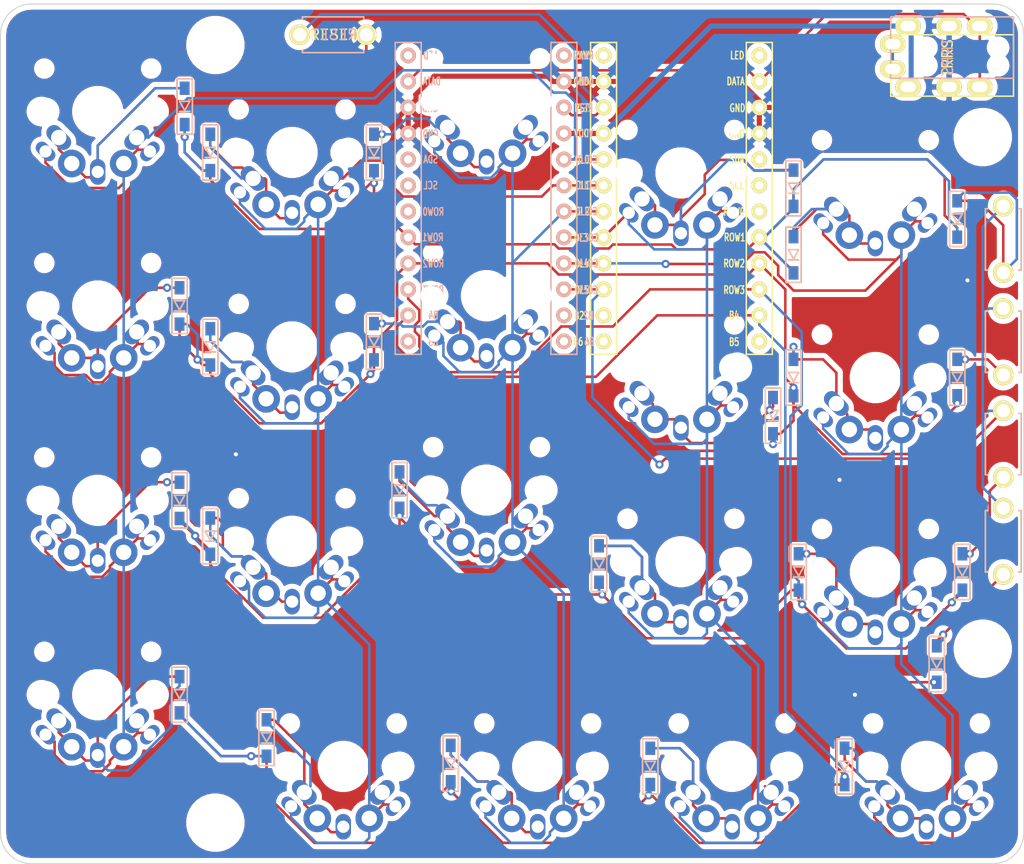
<source format=kicad_pcb>
(kicad_pcb (version 20171130) (host pcbnew "(5.1.0)-1")
  (layers (0 F.Cu signal) (31 B.Cu signal) (34 B.Paste user) (35 F.Paste user) (36 B.SilkS user) (37 F.SilkS user) (38 B.Mask user) (39 F.Mask user) (44 Edge.Cuts user))
  (net 0 "")
  (net 1 row1)
  (net 2 "Net-(D1-Pad2)")
  (net 3 "Net-(D2-Pad2)")
  (net 4 row2)
  (net 5 row3)
  (net 6 "Net-(D3-Pad2)")
  (net 7 row4)
  (net 8 "Net-(D4-Pad2)")
  (net 9 "Net-(D5-Pad2)")
  (net 10 "Net-(D6-Pad2)")
  (net 11 "Net-(D7-Pad2)")
  (net 12 "Net-(D8-Pad2)")
  (net 13 "Net-(D9-Pad2)")
  (net 14 "Net-(D10-Pad2)")
  (net 15 "Net-(D11-Pad2)")
  (net 16 "Net-(D12-Pad2)")
  (net 17 "Net-(D13-Pad2)")
  (net 18 "Net-(D14-Pad2)")
  (net 19 "Net-(D15-Pad2)")
  (net 20 "Net-(D16-Pad2)")
  (net 21 "Net-(D17-Pad2)")
  (net 22 "Net-(D18-Pad2)")
  (net 23 "Net-(D19-Pad2)")
  (net 24 "Net-(D20-Pad2)")
  (net 25 "Net-(D21-Pad2)")
  (net 26 "Net-(D22-Pad2)")
  (net 27 "Net-(D23-Pad2)")
  (net 28 "Net-(D24-Pad2)")
  (net 29 VCC)
  (net 30 "Net-(J1-PadA)")
  (net 31 date)
  (net 32 +5V)
  (net 33 reset)
  (net 34 col0)
  (net 35 col1)
  (net 36 col2)
  (net 37 col3)
  (net 38 col4)
  (net 39 col5)
  (net 40 "Net-(U1-Pad24)")
  (net 41 "Net-(U1-Pad14)")
  (net 42 "Net-(U1-Pad13)")
  (net 43 "Net-(U1-Pad12)")
  (net 44 "Net-(U1-Pad7)")
  (net 45 "Net-(U1-Pad6)")
  (net 46 "Net-(U1-Pad5)")
  (net 47 "Net-(U1-Pad1)")
  (net 48 "Net-(U2-Pad24)")
  (net 49 "Net-(U2-Pad14)")
  (net 50 "Net-(U2-Pad13)")
  (net 51 "Net-(U2-Pad12)")
  (net 52 "Net-(U2-Pad7)")
  (net 53 "Net-(U2-Pad6)")
  (net 54 "Net-(U2-Pad5)")
  (net 55 "Net-(U2-Pad1)")
  (module Lily58-footprint:HOLE_M2_TH (layer F.Cu) (at 171 54)
    (fp_text reference HOLE_3M hide)
    (fp_text value VAL** hide)
    (pad "" np_thru_hole circle (at 0 0 90) (size 4.7004 4.7004) (drill 4.7004) (layers *.Cu *.Mask F.SilkS) (clearance 0.3))
  )
  (module Lily58-footprint:HOLE_M2_TH (layer F.Cu) (at 171 130)
    (fp_text reference HOLE_3M hide)
    (fp_text value VAL** hide)
    (pad "" np_thru_hole circle (at 0 0 90) (size 4.7004 4.7004) (drill 4.7004) (layers *.Cu *.Mask F.SilkS) (clearance 0.3))
  )
  (module Lily58-footprint:HOLE_M2_TH (layer F.Cu) (at 246 113)
    (fp_text reference HOLE_3M hide)
    (fp_text value VAL** hide)
    (pad "" np_thru_hole circle (at 0 0 90) (size 4.7004 4.7004) (drill 4.7004) (layers *.Cu *.Mask F.SilkS) (clearance 0.3))
  )
  (module Lily58-footprint:HOLE_M2_TH (layer F.Cu) (at 246 63)
    (fp_text reference HOLE_3M hide)
    (fp_text value VAL** hide)
    (pad "" np_thru_hole circle (at 0 0 90) (size 4.7004 4.7004) (drill 4.7004) (layers *.Cu *.Mask F.SilkS) (clearance 0.3))
  )
  (module kbd:D3_SMD (layer F.Cu) (at 168 60 90)
    (fp_text reference D1 hide)
    (fp_text value D hide)
    (pad 1 smd rect (at -1.775 0 90) (size 1.3 0.95) (layers F.Cu F.Paste F.Mask) (net 1 row1))
    (pad 2 smd rect (at 1.775 0 90) (size 1.3 0.95) (layers B.Cu B.Paste B.Mask) (net 2 "Net-(D1-Pad2)"))
    (pad 1 smd rect (at -1.775 0 90) (size 1.3 0.95) (layers B.Cu B.Paste B.Mask) (net 1 row1))
    (pad 2 smd rect (at 1.775 0 90) (size 1.3 0.95) (layers F.Cu F.Paste F.Mask) (net 2 "Net-(D1-Pad2)"))
  )
  (module kbd:D3_SMD (layer F.Cu) (at 167.5 79.5 90)
    (fp_text reference D2 hide)
    (fp_text value D hide)
    (pad 2 smd rect (at 1.775 0 90) (size 1.3 0.95) (layers F.Cu F.Paste F.Mask) (net 3 "Net-(D2-Pad2)"))
    (pad 1 smd rect (at -1.775 0 90) (size 1.3 0.95) (layers B.Cu B.Paste B.Mask) (net 4 row2))
    (pad 2 smd rect (at 1.775 0 90) (size 1.3 0.95) (layers B.Cu B.Paste B.Mask) (net 3 "Net-(D2-Pad2)"))
    (pad 1 smd rect (at -1.775 0 90) (size 1.3 0.95) (layers F.Cu F.Paste F.Mask) (net 4 row2))
  )
  (module kbd:D3_SMD (layer F.Cu) (at 167.5 98.5 90)
    (fp_text reference D3 hide)
    (fp_text value D hide)
    (pad 1 smd rect (at -1.775 0 90) (size 1.3 0.95) (layers F.Cu F.Paste F.Mask) (net 5 row3))
    (pad 2 smd rect (at 1.775 0 90) (size 1.3 0.95) (layers B.Cu B.Paste B.Mask) (net 6 "Net-(D3-Pad2)"))
    (pad 1 smd rect (at -1.775 0 90) (size 1.3 0.95) (layers B.Cu B.Paste B.Mask) (net 5 row3))
    (pad 2 smd rect (at 1.775 0 90) (size 1.3 0.95) (layers F.Cu F.Paste F.Mask) (net 6 "Net-(D3-Pad2)"))
  )
  (module kbd:D3_SMD (layer F.Cu) (at 167.5 117.5 90)
    (fp_text reference D4 hide)
    (fp_text value D hide)
    (pad 1 smd rect (at -1.775 0 90) (size 1.3 0.95) (layers F.Cu F.Paste F.Mask) (net 7 row4))
    (pad 2 smd rect (at 1.775 0 90) (size 1.3 0.95) (layers B.Cu B.Paste B.Mask) (net 8 "Net-(D4-Pad2)"))
    (pad 1 smd rect (at -1.775 0 90) (size 1.3 0.95) (layers B.Cu B.Paste B.Mask) (net 7 row4))
    (pad 2 smd rect (at 1.775 0 90) (size 1.3 0.95) (layers F.Cu F.Paste F.Mask) (net 8 "Net-(D4-Pad2)"))
  )
  (module kbd:D3_SMD (layer F.Cu) (at 170.5 64.5 90)
    (fp_text reference D5 hide)
    (fp_text value D hide)
    (pad 2 smd rect (at 1.775 0 90) (size 1.3 0.95) (layers F.Cu F.Paste F.Mask) (net 9 "Net-(D5-Pad2)"))
    (pad 1 smd rect (at -1.775 0 90) (size 1.3 0.95) (layers B.Cu B.Paste B.Mask) (net 1 row1))
    (pad 2 smd rect (at 1.775 0 90) (size 1.3 0.95) (layers B.Cu B.Paste B.Mask) (net 9 "Net-(D5-Pad2)"))
    (pad 1 smd rect (at -1.775 0 90) (size 1.3 0.95) (layers F.Cu F.Paste F.Mask) (net 1 row1))
  )
  (module kbd:D3_SMD (layer F.Cu) (at 170.5 83.5 90)
    (fp_text reference D6 hide)
    (fp_text value D hide)
    (pad 2 smd rect (at 1.775 0 90) (size 1.3 0.95) (layers F.Cu F.Paste F.Mask) (net 10 "Net-(D6-Pad2)"))
    (pad 1 smd rect (at -1.775 0 90) (size 1.3 0.95) (layers B.Cu B.Paste B.Mask) (net 4 row2))
    (pad 2 smd rect (at 1.775 0 90) (size 1.3 0.95) (layers B.Cu B.Paste B.Mask) (net 10 "Net-(D6-Pad2)"))
    (pad 1 smd rect (at -1.775 0 90) (size 1.3 0.95) (layers F.Cu F.Paste F.Mask) (net 4 row2))
  )
  (module kbd:D3_SMD (layer F.Cu) (at 170.5 102 90)
    (fp_text reference D7 hide)
    (fp_text value D hide)
    (pad 2 smd rect (at 1.775 0 90) (size 1.3 0.95) (layers F.Cu F.Paste F.Mask) (net 11 "Net-(D7-Pad2)"))
    (pad 1 smd rect (at -1.775 0 90) (size 1.3 0.95) (layers B.Cu B.Paste B.Mask) (net 5 row3))
    (pad 2 smd rect (at 1.775 0 90) (size 1.3 0.95) (layers B.Cu B.Paste B.Mask) (net 11 "Net-(D7-Pad2)"))
    (pad 1 smd rect (at -1.775 0 90) (size 1.3 0.95) (layers F.Cu F.Paste F.Mask) (net 5 row3))
  )
  (module kbd:D3_SMD (layer F.Cu) (at 176 121.725 90)
    (fp_text reference D8 hide)
    (fp_text value D hide)
    (pad 1 smd rect (at -1.775 0 90) (size 1.3 0.95) (layers F.Cu F.Paste F.Mask) (net 7 row4))
    (pad 2 smd rect (at 1.775 0 90) (size 1.3 0.95) (layers B.Cu B.Paste B.Mask) (net 12 "Net-(D8-Pad2)"))
    (pad 1 smd rect (at -1.775 0 90) (size 1.3 0.95) (layers B.Cu B.Paste B.Mask) (net 7 row4))
    (pad 2 smd rect (at 1.775 0 90) (size 1.3 0.95) (layers F.Cu F.Paste F.Mask) (net 12 "Net-(D8-Pad2)"))
  )
  (module kbd:D3_SMD (layer F.Cu) (at 186.5 64.5 90)
    (fp_text reference D9 hide)
    (fp_text value D hide)
    (pad 2 smd rect (at 1.775 0 90) (size 1.3 0.95) (layers F.Cu F.Paste F.Mask) (net 13 "Net-(D9-Pad2)"))
    (pad 1 smd rect (at -1.775 0 90) (size 1.3 0.95) (layers B.Cu B.Paste B.Mask) (net 1 row1))
    (pad 2 smd rect (at 1.775 0 90) (size 1.3 0.95) (layers B.Cu B.Paste B.Mask) (net 13 "Net-(D9-Pad2)"))
    (pad 1 smd rect (at -1.775 0 90) (size 1.3 0.95) (layers F.Cu F.Paste F.Mask) (net 1 row1))
  )
  (module kbd:D3_SMD (layer F.Cu) (at 186.5 83 90)
    (fp_text reference D10 hide)
    (fp_text value D hide)
    (pad 1 smd rect (at -1.775 0 90) (size 1.3 0.95) (layers F.Cu F.Paste F.Mask) (net 4 row2))
    (pad 2 smd rect (at 1.775 0 90) (size 1.3 0.95) (layers B.Cu B.Paste B.Mask) (net 14 "Net-(D10-Pad2)"))
    (pad 1 smd rect (at -1.775 0 90) (size 1.3 0.95) (layers B.Cu B.Paste B.Mask) (net 4 row2))
    (pad 2 smd rect (at 1.775 0 90) (size 1.3 0.95) (layers F.Cu F.Paste F.Mask) (net 14 "Net-(D10-Pad2)"))
  )
  (module kbd:D3_SMD (layer F.Cu) (at 189 97.5 90)
    (fp_text reference D11 hide)
    (fp_text value D hide)
    (pad 1 smd rect (at -1.775 0 90) (size 1.3 0.95) (layers F.Cu F.Paste F.Mask) (net 5 row3))
    (pad 2 smd rect (at 1.775 0 90) (size 1.3 0.95) (layers B.Cu B.Paste B.Mask) (net 15 "Net-(D11-Pad2)"))
    (pad 1 smd rect (at -1.775 0 90) (size 1.3 0.95) (layers B.Cu B.Paste B.Mask) (net 5 row3))
    (pad 2 smd rect (at 1.775 0 90) (size 1.3 0.95) (layers F.Cu F.Paste F.Mask) (net 15 "Net-(D11-Pad2)"))
  )
  (module kbd:D3_SMD (layer F.Cu) (at 194 124.225 90)
    (fp_text reference D12 hide)
    (fp_text value D hide)
    (pad 1 smd rect (at -1.775 0 90) (size 1.3 0.95) (layers F.Cu F.Paste F.Mask) (net 7 row4))
    (pad 2 smd rect (at 1.775 0 90) (size 1.3 0.95) (layers B.Cu B.Paste B.Mask) (net 16 "Net-(D12-Pad2)"))
    (pad 1 smd rect (at -1.775 0 90) (size 1.3 0.95) (layers B.Cu B.Paste B.Mask) (net 7 row4))
    (pad 2 smd rect (at 1.775 0 90) (size 1.3 0.95) (layers F.Cu F.Paste F.Mask) (net 16 "Net-(D12-Pad2)"))
  )
  (module kbd:D3_SMD (layer F.Cu) (at 227.5 68 90)
    (fp_text reference D13 hide)
    (fp_text value D hide)
    (pad 1 smd rect (at -1.775 0 90) (size 1.3 0.95) (layers F.Cu F.Paste F.Mask) (net 1 row1))
    (pad 2 smd rect (at 1.775 0 90) (size 1.3 0.95) (layers B.Cu B.Paste B.Mask) (net 17 "Net-(D13-Pad2)"))
    (pad 1 smd rect (at -1.775 0 90) (size 1.3 0.95) (layers B.Cu B.Paste B.Mask) (net 1 row1))
    (pad 2 smd rect (at 1.775 0 90) (size 1.3 0.95) (layers F.Cu F.Paste F.Mask) (net 17 "Net-(D13-Pad2)"))
  )
  (module kbd:D3_SMD (layer F.Cu) (at 225.5 90.225 90)
    (fp_text reference D14 hide)
    (fp_text value D hide)
    (pad 2 smd rect (at 1.775 0 90) (size 1.3 0.95) (layers F.Cu F.Paste F.Mask) (net 18 "Net-(D14-Pad2)"))
    (pad 1 smd rect (at -1.775 0 90) (size 1.3 0.95) (layers B.Cu B.Paste B.Mask) (net 4 row2))
    (pad 2 smd rect (at 1.775 0 90) (size 1.3 0.95) (layers B.Cu B.Paste B.Mask) (net 18 "Net-(D14-Pad2)"))
    (pad 1 smd rect (at -1.775 0 90) (size 1.3 0.95) (layers F.Cu F.Paste F.Mask) (net 4 row2))
  )
  (module kbd:D3_SMD (layer F.Cu) (at 208.5 104.725 90)
    (fp_text reference D15 hide)
    (fp_text value D hide)
    (pad 2 smd rect (at 1.775 0 90) (size 1.3 0.95) (layers F.Cu F.Paste F.Mask) (net 19 "Net-(D15-Pad2)"))
    (pad 1 smd rect (at -1.775 0 90) (size 1.3 0.95) (layers B.Cu B.Paste B.Mask) (net 5 row3))
    (pad 2 smd rect (at 1.775 0 90) (size 1.3 0.95) (layers B.Cu B.Paste B.Mask) (net 19 "Net-(D15-Pad2)"))
    (pad 1 smd rect (at -1.775 0 90) (size 1.3 0.95) (layers F.Cu F.Paste F.Mask) (net 5 row3))
  )
  (module kbd:D3_SMD (layer F.Cu) (at 213.5 124.5 90)
    (fp_text reference D16 hide)
    (fp_text value D hide)
    (pad 2 smd rect (at 1.775 0 90) (size 1.3 0.95) (layers F.Cu F.Paste F.Mask) (net 20 "Net-(D16-Pad2)"))
    (pad 1 smd rect (at -1.775 0 90) (size 1.3 0.95) (layers B.Cu B.Paste B.Mask) (net 7 row4))
    (pad 2 smd rect (at 1.775 0 90) (size 1.3 0.95) (layers B.Cu B.Paste B.Mask) (net 20 "Net-(D16-Pad2)"))
    (pad 1 smd rect (at -1.775 0 90) (size 1.3 0.95) (layers F.Cu F.Paste F.Mask) (net 7 row4))
  )
  (module kbd:D3_SMD (layer F.Cu) (at 227.5 74.5 90)
    (fp_text reference D17 hide)
    (fp_text value D hide)
    (pad 1 smd rect (at -1.775 0 90) (size 1.3 0.95) (layers F.Cu F.Paste F.Mask) (net 1 row1))
    (pad 2 smd rect (at 1.775 0 90) (size 1.3 0.95) (layers B.Cu B.Paste B.Mask) (net 21 "Net-(D17-Pad2)"))
    (pad 1 smd rect (at -1.775 0 90) (size 1.3 0.95) (layers B.Cu B.Paste B.Mask) (net 1 row1))
    (pad 2 smd rect (at 1.775 0 90) (size 1.3 0.95) (layers F.Cu F.Paste F.Mask) (net 21 "Net-(D17-Pad2)"))
  )
  (module kbd:D3_SMD (layer F.Cu) (at 227.5 86.5 90)
    (fp_text reference D18 hide)
    (fp_text value D hide)
    (pad 2 smd rect (at 1.775 0 90) (size 1.3 0.95) (layers F.Cu F.Paste F.Mask) (net 22 "Net-(D18-Pad2)"))
    (pad 1 smd rect (at -1.775 0 90) (size 1.3 0.95) (layers B.Cu B.Paste B.Mask) (net 4 row2))
    (pad 2 smd rect (at 1.775 0 90) (size 1.3 0.95) (layers B.Cu B.Paste B.Mask) (net 22 "Net-(D18-Pad2)"))
    (pad 1 smd rect (at -1.775 0 90) (size 1.3 0.95) (layers F.Cu F.Paste F.Mask) (net 4 row2))
  )
  (module kbd:D3_SMD (layer F.Cu) (at 228 105.5 90)
    (fp_text reference D19 hide)
    (fp_text value D hide)
    (pad 1 smd rect (at -1.775 0 90) (size 1.3 0.95) (layers F.Cu F.Paste F.Mask) (net 5 row3))
    (pad 2 smd rect (at 1.775 0 90) (size 1.3 0.95) (layers B.Cu B.Paste B.Mask) (net 23 "Net-(D19-Pad2)"))
    (pad 1 smd rect (at -1.775 0 90) (size 1.3 0.95) (layers B.Cu B.Paste B.Mask) (net 5 row3))
    (pad 2 smd rect (at 1.775 0 90) (size 1.3 0.95) (layers F.Cu F.Paste F.Mask) (net 23 "Net-(D19-Pad2)"))
  )
  (module kbd:D3_SMD (layer F.Cu) (at 232.5 124.5 90)
    (fp_text reference D20 hide)
    (fp_text value D hide)
    (pad 2 smd rect (at 1.775 0 90) (size 1.3 0.95) (layers F.Cu F.Paste F.Mask) (net 24 "Net-(D20-Pad2)"))
    (pad 1 smd rect (at -1.775 0 90) (size 1.3 0.95) (layers B.Cu B.Paste B.Mask) (net 7 row4))
    (pad 2 smd rect (at 1.775 0 90) (size 1.3 0.95) (layers B.Cu B.Paste B.Mask) (net 24 "Net-(D20-Pad2)"))
    (pad 1 smd rect (at -1.775 0 90) (size 1.3 0.95) (layers F.Cu F.Paste F.Mask) (net 7 row4))
  )
  (module kbd:D3_SMD (layer F.Cu) (at 243.5 71 90)
    (fp_text reference D21 hide)
    (fp_text value D hide)
    (pad 2 smd rect (at 1.775 0 90) (size 1.3 0.95) (layers F.Cu F.Paste F.Mask) (net 25 "Net-(D21-Pad2)"))
    (pad 1 smd rect (at -1.775 0 90) (size 1.3 0.95) (layers B.Cu B.Paste B.Mask) (net 1 row1))
    (pad 2 smd rect (at 1.775 0 90) (size 1.3 0.95) (layers B.Cu B.Paste B.Mask) (net 25 "Net-(D21-Pad2)"))
    (pad 1 smd rect (at -1.775 0 90) (size 1.3 0.95) (layers F.Cu F.Paste F.Mask) (net 1 row1))
  )
  (module kbd:D3_SMD (layer F.Cu) (at 243.5 86.5 90)
    (fp_text reference D22 hide)
    (fp_text value D hide)
    (pad 1 smd rect (at -1.775 0 90) (size 1.3 0.95) (layers F.Cu F.Paste F.Mask) (net 4 row2))
    (pad 2 smd rect (at 1.775 0 90) (size 1.3 0.95) (layers B.Cu B.Paste B.Mask) (net 26 "Net-(D22-Pad2)"))
    (pad 1 smd rect (at -1.775 0 90) (size 1.3 0.95) (layers B.Cu B.Paste B.Mask) (net 4 row2))
    (pad 2 smd rect (at 1.775 0 90) (size 1.3 0.95) (layers F.Cu F.Paste F.Mask) (net 26 "Net-(D22-Pad2)"))
  )
  (module kbd:D3_SMD (layer F.Cu) (at 244 105.5 90)
    (fp_text reference D23 hide)
    (fp_text value D hide)
    (pad 2 smd rect (at 1.775 0 90) (size 1.3 0.95) (layers F.Cu F.Paste F.Mask) (net 27 "Net-(D23-Pad2)"))
    (pad 1 smd rect (at -1.775 0 90) (size 1.3 0.95) (layers B.Cu B.Paste B.Mask) (net 5 row3))
    (pad 2 smd rect (at 1.775 0 90) (size 1.3 0.95) (layers B.Cu B.Paste B.Mask) (net 27 "Net-(D23-Pad2)"))
    (pad 1 smd rect (at -1.775 0 90) (size 1.3 0.95) (layers F.Cu F.Paste F.Mask) (net 5 row3))
  )
  (module kbd:D3_SMD (layer F.Cu) (at 241.5 114.5 90)
    (fp_text reference D24 hide)
    (fp_text value D hide)
    (pad 1 smd rect (at -1.775 0 90) (size 1.3 0.95) (layers F.Cu F.Paste F.Mask) (net 7 row4))
    (pad 2 smd rect (at 1.775 0 90) (size 1.3 0.95) (layers B.Cu B.Paste B.Mask) (net 28 "Net-(D24-Pad2)"))
    (pad 1 smd rect (at -1.775 0 90) (size 1.3 0.95) (layers B.Cu B.Paste B.Mask) (net 7 row4))
    (pad 2 smd rect (at 1.775 0 90) (size 1.3 0.95) (layers F.Cu F.Paste F.Mask) (net 28 "Net-(D24-Pad2)"))
  )
  (module kbd:MJ-4PP-9 (layer F.Cu) (at 249 56 270)
    (fp_text reference J1)
    (fp_text value MJ-4PP-9 hide)
    (fp_text user TRRS (at -0.8255 6.4135 270) (layer B.SilkS) (effects (justify mirror)))
    (fp_text user TRRS (at -0.75 6.45 270) (layer F.SilkS))
    (pad "" np_thru_hole circle (at -1.75 8.5 270) (size 1.2 1.2) (drill 1.2) (layers *.Cu *.Mask F.SilkS))
    (pad "" np_thru_hole circle (at -1.75 1.5 270) (size 1.2 1.2) (drill 1.2) (layers *.Cu *.Mask F.SilkS))
    (pad D thru_hole oval (at -3.85 10.3 270) (size 1.7 2.5) (drill oval 1 1.5) (layers *.Cu *.Mask F.SilkS) (net 29 VCC) (clearance 0.15))
    (pad A thru_hole oval (at 0.35 11.8 270) (size 1.7 2.5) (drill oval 1 1.5) (layers *.Cu *.Mask F.SilkS) (net 30 "Net-(J1-PadA)") (clearance 0.15))
    (pad B thru_hole oval (at -3.85 3.3 270) (size 1.7 2.5) (drill oval 1 1.5) (layers *.Cu *.Mask F.SilkS) (net 31 date))
    (pad C thru_hole oval (at -3.85 6.3 270) (size 1.7 2.5) (drill oval 1 1.5) (layers *.Cu *.Mask F.SilkS) (net 32 +5V))
    (pad "" np_thru_hole circle (at 0 1.5 270) (size 1.2 1.2) (drill 1.2) (layers *.Cu *.Mask F.SilkS))
    (pad "" np_thru_hole circle (at 0 8.5 270) (size 1.2 1.2) (drill 1.2) (layers *.Cu *.Mask F.SilkS))
    (pad B thru_hole oval (at 2.1 3.3 270) (size 1.7 2.5) (drill oval 1 1.5) (layers *.Cu *.Mask F.SilkS) (net 31 date))
    (pad C thru_hole oval (at 2.1 6.3 270) (size 1.7 2.5) (drill oval 1 1.5) (layers *.Cu *.Mask F.SilkS) (net 32 +5V))
    (pad D thru_hole oval (at 2.1 10.3 270) (size 1.7 2.5) (drill oval 1 1.5) (layers *.Cu *.Mask F.SilkS) (net 29 VCC) (clearance 0.15))
    (pad A thru_hole oval (at -2.1 11.8 270) (size 1.7 2.5) (drill oval 1 1.5) (layers *.Cu *.Mask F.SilkS) (net 30 "Net-(J1-PadA)") (clearance 0.15))
  )
  (module kbd:ResetSW (layer F.Cu) (at 182.5 53)
    (fp_text reference SW1 hide)
    (fp_text value SW_PUSH)
    (fp_text user RESET (at 0.127 0) (layer B.SilkS) (effects (justify mirror)))
    (fp_text user RESET (at 0 0) (layer F.SilkS))
    (pad 1 thru_hole circle (at 3.25 0) (size 2 2) (drill 1.3) (layers *.Cu *.Mask F.SilkS) (net 32 +5V))
    (pad 2 thru_hole circle (at -3.25 0) (size 2 2) (drill 1.3) (layers *.Cu *.Mask F.SilkS) (net 33 reset))
  )
  (module kbd:ResetSW (layer F.Cu) (at 248 73 90)
    (fp_text reference SW22 hide)
    (fp_text value SW_PUSH)
    (pad 2 thru_hole circle (at -3.25 0 90) (size 2 2) (drill 1.3) (layers *.Cu *.Mask F.SilkS) (net 25 "Net-(D21-Pad2)"))
    (pad 1 thru_hole circle (at 3.25 0 90) (size 2 2) (drill 1.3) (layers *.Cu *.Mask F.SilkS) (net 39 col5))
  )
  (module kbd:ResetSW (layer F.Cu) (at 248 83 90)
    (fp_text reference SW23 hide)
    (fp_text value SW_PUSH)
    (pad 1 thru_hole circle (at 3.25 0 90) (size 2 2) (drill 1.3) (layers *.Cu *.Mask F.SilkS) (net 39 col5))
    (pad 2 thru_hole circle (at -3.25 0 90) (size 2 2) (drill 1.3) (layers *.Cu *.Mask F.SilkS) (net 26 "Net-(D22-Pad2)"))
  )
  (module kbd:ResetSW (layer F.Cu) (at 248 93 90)
    (fp_text reference SW24 hide)
    (fp_text value SW_PUSH)
    (pad 2 thru_hole circle (at -3.25 0 90) (size 2 2) (drill 1.3) (layers *.Cu *.Mask F.SilkS) (net 27 "Net-(D23-Pad2)"))
    (pad 1 thru_hole circle (at 3.25 0 90) (size 2 2) (drill 1.3) (layers *.Cu *.Mask F.SilkS) (net 39 col5))
  )
  (module kbd:ResetSW (layer F.Cu) (at 248 102.5 90)
    (fp_text reference SW25 hide)
    (fp_text value SW_PUSH)
    (pad 1 thru_hole circle (at 3.25 0 90) (size 2 2) (drill 1.3) (layers *.Cu *.Mask F.SilkS) (net 39 col5))
    (pad 2 thru_hole circle (at -3.25 0 90) (size 2 2) (drill 1.3) (layers *.Cu *.Mask F.SilkS) (net 28 "Net-(D24-Pad2)"))
  )
  (module kbd:ProMicro_v2_1side (layer F.Cu) (at 216.5 69.5)
    (fp_text reference U1 hide)
    (fp_text value ProMicro hide)
    (fp_text user ROW1 (at 5.25 3.302) (layer F.SilkS) (effects (font (size 0.75 0.5) (thickness 0.125))))
    (fp_text user COL4 (at -9.95 5.85) (layer F.SilkS) (effects (font (size 0.75 0.5) (thickness 0.125))))
    (fp_text user ROW2 (at 5.2 5.85) (layer F.SilkS) (effects (font (size 0.75 0.5) (thickness 0.125))))
    (fp_text user COL5 (at -9.95 8.4455) (layer F.SilkS) (effects (font (size 0.75 0.5) (thickness 0.125))))
    (fp_text user ROW3 (at 5.2 8.4455) (layer F.SilkS) (effects (font (size 0.75 0.5) (thickness 0.125))))
    (fp_text user B2 (at -9.95 10.95) (layer F.SilkS) (effects (font (size 0.75 0.5) (thickness 0.125))))
    (fp_text user B4 (at 5.2 10.922) (layer F.SilkS) (effects (font (size 0.75 0.5) (thickness 0.125))))
    (fp_text user B5 (at 5.2 13.5255) (layer F.SilkS) (effects (font (size 0.75 0.5) (thickness 0.125))))
    (fp_text user B6 (at -10.05 13.5) (layer F.SilkS) (effects (font (size 0.75 0.5) (thickness 0.125))))
    (fp_text user COL0 (at -9.9 -4.3) (layer F.SilkS) (effects (font (size 0.75 0.5) (thickness 0.125))))
    (fp_text user SDA (at 5.461 -4.318) (layer F.SilkS) (effects (font (size 0.75 0.5) (thickness 0.125))))
    (fp_text user COL1 (at -9.85 -1.778) (layer F.SilkS) (effects (font (size 0.75 0.5) (thickness 0.125))))
    (fp_text user SCL (at 5.461 -1.778) (layer F.SilkS) (effects (font (size 0.75 0.5) (thickness 0.125))))
    (fp_text user COL2 (at -9.9 0.762) (layer F.SilkS) (effects (font (size 0.75 0.5) (thickness 0.125))))
    (fp_text user ROW0 (at 5.2 0.8) (layer F.SilkS) (effects (font (size 0.75 0.5) (thickness 0.125))))
    (fp_text user COL3 (at -10 3.35) (layer F.SilkS) (effects (font (size 0.75 0.5) (thickness 0.125))))
    (fp_text user GND (at 5.461 -6.7945) (layer F.SilkS) (effects (font (size 0.75 0.5) (thickness 0.125))))
    (fp_text user VCC (at -9.7155 -6.858) (layer F.SilkS) (effects (font (size 0.75 0.5) (thickness 0.125))))
    (fp_text user GND (at 5.5245 -9.3345) (layer F.SilkS) (effects (font (size 0.75 0.5) (thickness 0.125))))
    (fp_text user RST (at -9.7155 -9.3345) (layer F.SilkS) (effects (font (size 0.75 0.5) (thickness 0.125))))
    (fp_text user DATA (at 5.35 -11.95) (layer F.SilkS) (effects (font (size 0.75 0.5) (thickness 0.125))))
    (fp_text user GND (at -9.7155 -11.938) (layer F.SilkS) (effects (font (size 0.75 0.5) (thickness 0.125))))
    (fp_text user LED (at 5.5 -14.478) (layer F.SilkS) (effects (font (size 0.75 0.5) (thickness 0.125))))
    (fp_text user RAW (at -9.7155 -14.478) (layer F.SilkS) (effects (font (size 0.75 0.5) (thickness 0.125))))
    (fp_text user "" (at -1.2065 -16.256) (layer B.SilkS) (effects (justify mirror)))
    (fp_text user "" (at -0.5 -17.25) (layer F.SilkS))
    (pad 24 thru_hole circle (at -7.5636 -14.478) (size 1.524 1.524) (drill 0.8128) (layers *.Cu *.Mask F.SilkS) (net 40 "Net-(U1-Pad24)"))
    (pad 23 thru_hole circle (at -7.5636 -11.938) (size 1.524 1.524) (drill 0.8128) (layers *.Cu *.Mask F.SilkS) (net 32 +5V))
    (pad 22 thru_hole circle (at -7.5636 -9.398) (size 1.524 1.524) (drill 0.8128) (layers *.Cu *.Mask F.SilkS) (net 33 reset))
    (pad 21 thru_hole circle (at -7.5636 -6.858) (size 1.524 1.524) (drill 0.8128) (layers *.Cu *.Mask F.SilkS) (net 29 VCC))
    (pad 20 thru_hole circle (at -7.5636 -4.318) (size 1.524 1.524) (drill 0.8128) (layers *.Cu *.Mask F.SilkS) (net 34 col0))
    (pad 19 thru_hole circle (at -7.5636 -1.778) (size 1.524 1.524) (drill 0.8128) (layers *.Cu *.Mask F.SilkS) (net 35 col1))
    (pad 18 thru_hole circle (at -7.5636 0.762) (size 1.524 1.524) (drill 0.8128) (layers *.Cu *.Mask F.SilkS) (net 36 col2))
    (pad 17 thru_hole circle (at -7.5636 3.302) (size 1.524 1.524) (drill 0.8128) (layers *.Cu *.Mask F.SilkS) (net 37 col3))
    (pad 16 thru_hole circle (at -7.5636 5.842) (size 1.524 1.524) (drill 0.8128) (layers *.Cu *.Mask F.SilkS) (net 38 col4))
    (pad 15 thru_hole circle (at -7.5636 8.382) (size 1.524 1.524) (drill 0.8128) (layers *.Cu *.Mask F.SilkS) (net 39 col5))
    (pad 14 thru_hole circle (at -7.5636 10.922) (size 1.524 1.524) (drill 0.8128) (layers *.Cu *.Mask F.SilkS) (net 41 "Net-(U1-Pad14)"))
    (pad 13 thru_hole circle (at -7.5636 13.462) (size 1.524 1.524) (drill 0.8128) (layers *.Cu *.Mask F.SilkS) (net 42 "Net-(U1-Pad13)"))
    (pad 12 thru_hole circle (at 7.6564 13.462) (size 1.524 1.524) (drill 0.8128) (layers *.Cu *.Mask F.SilkS) (net 43 "Net-(U1-Pad12)"))
    (pad 11 thru_hole circle (at 7.6564 10.922) (size 1.524 1.524) (drill 0.8128) (layers *.Cu *.Mask F.SilkS) (net 7 row4))
    (pad 10 thru_hole circle (at 7.6564 8.382) (size 1.524 1.524) (drill 0.8128) (layers *.Cu *.Mask F.SilkS) (net 5 row3))
    (pad 9 thru_hole circle (at 7.6564 5.842) (size 1.524 1.524) (drill 0.8128) (layers *.Cu *.Mask F.SilkS) (net 4 row2))
    (pad 8 thru_hole circle (at 7.6564 3.302) (size 1.524 1.524) (drill 0.8128) (layers *.Cu *.Mask F.SilkS) (net 1 row1))
    (pad 7 thru_hole circle (at 7.6564 0.762) (size 1.524 1.524) (drill 0.8128) (layers *.Cu *.Mask F.SilkS) (net 44 "Net-(U1-Pad7)"))
    (pad 6 thru_hole circle (at 7.6564 -1.778) (size 1.524 1.524) (drill 0.8128) (layers *.Cu *.Mask F.SilkS) (net 45 "Net-(U1-Pad6)"))
    (pad 5 thru_hole circle (at 7.6564 -4.318) (size 1.524 1.524) (drill 0.8128) (layers *.Cu *.Mask F.SilkS) (net 46 "Net-(U1-Pad5)"))
    (pad 4 thru_hole circle (at 7.6564 -6.858) (size 1.524 1.524) (drill 0.8128) (layers *.Cu *.Mask F.SilkS) (net 32 +5V))
    (pad 3 thru_hole circle (at 7.6564 -9.398) (size 1.524 1.524) (drill 0.8128) (layers *.Cu *.Mask F.SilkS) (net 32 +5V))
    (pad 2 thru_hole circle (at 7.6564 -11.938) (size 1.524 1.524) (drill 0.8128) (layers *.Cu *.Mask F.SilkS) (net 31 date))
    (pad 1 thru_hole circle (at 7.6564 -14.478) (size 1.524 1.524) (drill 0.8128) (layers *.Cu *.Mask F.SilkS) (net 47 "Net-(U1-Pad1)"))
  )
  (module kbd:ProMicro_v2_1side (layer B.Cu) (at 197.5 69.5 180)
    (fp_text reference U2 hide)
    (fp_text value ProMicro hide)
    (fp_text user ROW1 (at 5.25 -3.302) (layer B.SilkS) (effects (font (size 0.75 0.5) (thickness 0.125)) (justify mirror)))
    (fp_text user COL4 (at -9.95 -5.85) (layer B.SilkS) (effects (font (size 0.75 0.5) (thickness 0.125)) (justify mirror)))
    (fp_text user ROW2 (at 5.2 -5.85) (layer B.SilkS) (effects (font (size 0.75 0.5) (thickness 0.125)) (justify mirror)))
    (fp_text user COL5 (at -9.95 -8.4455) (layer B.SilkS) (effects (font (size 0.75 0.5) (thickness 0.125)) (justify mirror)))
    (fp_text user ROW3 (at 5.2 -8.4455) (layer B.SilkS) (effects (font (size 0.75 0.5) (thickness 0.125)) (justify mirror)))
    (fp_text user B2 (at -9.95 -10.95) (layer B.SilkS) (effects (font (size 0.75 0.5) (thickness 0.125)) (justify mirror)))
    (fp_text user B4 (at 5.2 -10.922) (layer B.SilkS) (effects (font (size 0.75 0.5) (thickness 0.125)) (justify mirror)))
    (fp_text user B5 (at 5.2 -13.5255) (layer B.SilkS) (effects (font (size 0.75 0.5) (thickness 0.125)) (justify mirror)))
    (fp_text user B6 (at -10.05 -13.5) (layer B.SilkS) (effects (font (size 0.75 0.5) (thickness 0.125)) (justify mirror)))
    (fp_text user COL0 (at -9.9 4.3) (layer B.SilkS) (effects (font (size 0.75 0.5) (thickness 0.125)) (justify mirror)))
    (fp_text user SDA (at 5.461 4.318) (layer B.SilkS) (effects (font (size 0.75 0.5) (thickness 0.125)) (justify mirror)))
    (fp_text user COL1 (at -9.85 1.778) (layer B.SilkS) (effects (font (size 0.75 0.5) (thickness 0.125)) (justify mirror)))
    (fp_text user SCL (at 5.461 1.778) (layer B.SilkS) (effects (font (size 0.75 0.5) (thickness 0.125)) (justify mirror)))
    (fp_text user COL2 (at -9.9 -0.762) (layer B.SilkS) (effects (font (size 0.75 0.5) (thickness 0.125)) (justify mirror)))
    (fp_text user ROW0 (at 5.2 -0.8) (layer B.SilkS) (effects (font (size 0.75 0.5) (thickness 0.125)) (justify mirror)))
    (fp_text user COL3 (at -10 -3.35) (layer B.SilkS) (effects (font (size 0.75 0.5) (thickness 0.125)) (justify mirror)))
    (fp_text user GND (at 5.461 6.7945) (layer B.SilkS) (effects (font (size 0.75 0.5) (thickness 0.125)) (justify mirror)))
    (fp_text user VCC (at -9.7155 6.858) (layer B.SilkS) (effects (font (size 0.75 0.5) (thickness 0.125)) (justify mirror)))
    (fp_text user GND (at 5.5245 9.3345) (layer B.SilkS) (effects (font (size 0.75 0.5) (thickness 0.125)) (justify mirror)))
    (fp_text user RST (at -9.7155 9.3345) (layer B.SilkS) (effects (font (size 0.75 0.5) (thickness 0.125)) (justify mirror)))
    (fp_text user DATA (at 5.35 11.95) (layer B.SilkS) (effects (font (size 0.75 0.5) (thickness 0.125)) (justify mirror)))
    (fp_text user GND (at -9.7155 11.938) (layer B.SilkS) (effects (font (size 0.75 0.5) (thickness 0.125)) (justify mirror)))
    (fp_text user LED (at 5.5 14.478) (layer B.SilkS) (effects (font (size 0.75 0.5) (thickness 0.125)) (justify mirror)))
    (fp_text user RAW (at -9.7155 14.478) (layer B.SilkS) (effects (font (size 0.75 0.5) (thickness 0.125)) (justify mirror)))
    (fp_text user "" (at -1.2065 16.256) (layer F.SilkS))
    (fp_text user "" (at -0.5 17.25) (layer B.SilkS) (effects (justify mirror)))
    (pad 24 thru_hole circle (at -7.5636 14.478 180) (size 1.524 1.524) (drill 0.8128) (layers *.Cu *.Mask B.SilkS) (net 48 "Net-(U2-Pad24)"))
    (pad 23 thru_hole circle (at -7.5636 11.938 180) (size 1.524 1.524) (drill 0.8128) (layers *.Cu *.Mask B.SilkS) (net 32 +5V))
    (pad 22 thru_hole circle (at -7.5636 9.398 180) (size 1.524 1.524) (drill 0.8128) (layers *.Cu *.Mask B.SilkS) (net 33 reset))
    (pad 21 thru_hole circle (at -7.5636 6.858 180) (size 1.524 1.524) (drill 0.8128) (layers *.Cu *.Mask B.SilkS) (net 29 VCC))
    (pad 20 thru_hole circle (at -7.5636 4.318 180) (size 1.524 1.524) (drill 0.8128) (layers *.Cu *.Mask B.SilkS) (net 34 col0))
    (pad 19 thru_hole circle (at -7.5636 1.778 180) (size 1.524 1.524) (drill 0.8128) (layers *.Cu *.Mask B.SilkS) (net 35 col1))
    (pad 18 thru_hole circle (at -7.5636 -0.762 180) (size 1.524 1.524) (drill 0.8128) (layers *.Cu *.Mask B.SilkS) (net 36 col2))
    (pad 17 thru_hole circle (at -7.5636 -3.302 180) (size 1.524 1.524) (drill 0.8128) (layers *.Cu *.Mask B.SilkS) (net 37 col3))
    (pad 16 thru_hole circle (at -7.5636 -5.842 180) (size 1.524 1.524) (drill 0.8128) (layers *.Cu *.Mask B.SilkS) (net 38 col4))
    (pad 15 thru_hole circle (at -7.5636 -8.382 180) (size 1.524 1.524) (drill 0.8128) (layers *.Cu *.Mask B.SilkS) (net 39 col5))
    (pad 14 thru_hole circle (at -7.5636 -10.922 180) (size 1.524 1.524) (drill 0.8128) (layers *.Cu *.Mask B.SilkS) (net 49 "Net-(U2-Pad14)"))
    (pad 13 thru_hole circle (at -7.5636 -13.462 180) (size 1.524 1.524) (drill 0.8128) (layers *.Cu *.Mask B.SilkS) (net 50 "Net-(U2-Pad13)"))
    (pad 12 thru_hole circle (at 7.6564 -13.462 180) (size 1.524 1.524) (drill 0.8128) (layers *.Cu *.Mask B.SilkS) (net 51 "Net-(U2-Pad12)"))
    (pad 11 thru_hole circle (at 7.6564 -10.922 180) (size 1.524 1.524) (drill 0.8128) (layers *.Cu *.Mask B.SilkS) (net 7 row4))
    (pad 10 thru_hole circle (at 7.6564 -8.382 180) (size 1.524 1.524) (drill 0.8128) (layers *.Cu *.Mask B.SilkS) (net 5 row3))
    (pad 9 thru_hole circle (at 7.6564 -5.842 180) (size 1.524 1.524) (drill 0.8128) (layers *.Cu *.Mask B.SilkS) (net 4 row2))
    (pad 8 thru_hole circle (at 7.6564 -3.302 180) (size 1.524 1.524) (drill 0.8128) (layers *.Cu *.Mask B.SilkS) (net 1 row1))
    (pad 7 thru_hole circle (at 7.6564 -0.762 180) (size 1.524 1.524) (drill 0.8128) (layers *.Cu *.Mask B.SilkS) (net 52 "Net-(U2-Pad7)"))
    (pad 6 thru_hole circle (at 7.6564 1.778 180) (size 1.524 1.524) (drill 0.8128) (layers *.Cu *.Mask B.SilkS) (net 53 "Net-(U2-Pad6)"))
    (pad 5 thru_hole circle (at 7.6564 4.318 180) (size 1.524 1.524) (drill 0.8128) (layers *.Cu *.Mask B.SilkS) (net 54 "Net-(U2-Pad5)"))
    (pad 4 thru_hole circle (at 7.6564 6.858 180) (size 1.524 1.524) (drill 0.8128) (layers *.Cu *.Mask B.SilkS) (net 32 +5V))
    (pad 3 thru_hole circle (at 7.6564 9.398 180) (size 1.524 1.524) (drill 0.8128) (layers *.Cu *.Mask B.SilkS) (net 32 +5V))
    (pad 2 thru_hole circle (at 7.6564 11.938 180) (size 1.524 1.524) (drill 0.8128) (layers *.Cu *.Mask B.SilkS) (net 31 date))
    (pad 1 thru_hole circle (at 7.6564 14.478 180) (size 1.524 1.524) (drill 0.8128) (layers *.Cu *.Mask B.SilkS) (net 55 "Net-(U2-Pad1)"))
  )
  (module kbd:MX_PG1350_FLIP_HOLES (layer F.Cu) (at 159.5 60.5 180)
    (fp_text reference SW2 hide)
    (fp_text value SW_PUSH hide)
    (pad "" np_thru_hole circle (at 5.22 4.2 180) (size 1 1) (drill 1) (layers *.Cu *.Mask F.SilkS))
    (pad 2 thru_hole oval (at 0 -5.9 270) (size 2.5 1.5) (drill 1.2) (layers *.Cu *.Mask) (net 2 "Net-(D1-Pad2)"))
    (pad 1 thru_hole oval (at 5.1 -3.9 135) (size 2.2 1.2) (drill oval 1.2) (layers *.Cu *.Mask) (net 34 col0))
    (pad 1 thru_hole oval (at -5.1 -3.9 225) (size 2.2 1.2) (drill oval 1.2) (layers *.Cu *.Mask) (net 34 col0))
    (pad "" np_thru_hole circle (at 5.5 0 180) (size 1.9 1.9) (drill 1.9) (layers *.Cu *.Mask) (clearance 0.1524))
    (pad "" np_thru_hole circle (at -5.5 0 180) (size 1.9 1.9) (drill 1.9) (layers *.Cu *.Mask) (clearance 0.1524))
    (pad 1 thru_hole oval (at -3.81 -2.54 225) (size 2.8 1.5) (drill oval 1.5) (layers *.Cu *.Mask) (net 34 col0))
    (pad "" np_thru_hole circle (at 0 0 180) (size 4 4) (drill 4) (layers *.Cu *.Mask) (clearance 0.1524))
    (pad "" np_thru_hole circle (at -5.08 0 180) (size 1.7 1.7) (drill 1.7) (layers *.Cu *.Mask) (clearance 0.1524))
    (pad "" np_thru_hole circle (at 5.08 0 180) (size 1.7 1.7) (drill 1.7) (layers *.Cu *.Mask) (clearance 0.1524))
    (pad 2 thru_hole oval (at 3.81 -2.54 135) (size 2.8 1.5) (drill 1.5) (layers *.Cu *.Mask) (net 2 "Net-(D1-Pad2)"))
    (pad 1 thru_hole circle (at -2.54 -5.08 180) (size 2.7 2.7) (drill 1.5) (layers *.Cu *.Mask) (net 34 col0))
    (pad 2 thru_hole circle (at 2.54 -5.08 180) (size 2.7 2.7) (drill 1.5) (layers *.Cu *.Mask) (net 2 "Net-(D1-Pad2)"))
    (pad "" np_thru_hole circle (at -5.22 4.2 180) (size 1 1) (drill 1) (layers *.Cu *.Mask F.SilkS))
  )
  (module kbd:MX_PG1350_FLIP_HOLES (layer F.Cu) (at 159.5 79.5 180)
    (fp_text reference SW3 hide)
    (fp_text value SW_PUSH hide)
    (pad "" np_thru_hole circle (at 5.22 4.2 180) (size 1 1) (drill 1) (layers *.Cu *.Mask F.SilkS))
    (pad 2 thru_hole oval (at 0 -5.9 270) (size 2.5 1.5) (drill 1.2) (layers *.Cu *.Mask) (net 3 "Net-(D2-Pad2)"))
    (pad 1 thru_hole oval (at 5.1 -3.9 135) (size 2.2 1.2) (drill oval 1.2) (layers *.Cu *.Mask) (net 34 col0))
    (pad 1 thru_hole oval (at -5.1 -3.9 225) (size 2.2 1.2) (drill oval 1.2) (layers *.Cu *.Mask) (net 34 col0))
    (pad "" np_thru_hole circle (at 5.5 0 180) (size 1.9 1.9) (drill 1.9) (layers *.Cu *.Mask) (clearance 0.1524))
    (pad "" np_thru_hole circle (at -5.5 0 180) (size 1.9 1.9) (drill 1.9) (layers *.Cu *.Mask) (clearance 0.1524))
    (pad 1 thru_hole oval (at -3.81 -2.54 225) (size 2.8 1.5) (drill oval 1.5) (layers *.Cu *.Mask) (net 34 col0))
    (pad "" np_thru_hole circle (at 0 0 180) (size 4 4) (drill 4) (layers *.Cu *.Mask) (clearance 0.1524))
    (pad "" np_thru_hole circle (at -5.08 0 180) (size 1.7 1.7) (drill 1.7) (layers *.Cu *.Mask) (clearance 0.1524))
    (pad "" np_thru_hole circle (at 5.08 0 180) (size 1.7 1.7) (drill 1.7) (layers *.Cu *.Mask) (clearance 0.1524))
    (pad 2 thru_hole oval (at 3.81 -2.54 135) (size 2.8 1.5) (drill 1.5) (layers *.Cu *.Mask) (net 3 "Net-(D2-Pad2)"))
    (pad 1 thru_hole circle (at -2.54 -5.08 180) (size 2.7 2.7) (drill 1.5) (layers *.Cu *.Mask) (net 34 col0))
    (pad 2 thru_hole circle (at 2.54 -5.08 180) (size 2.7 2.7) (drill 1.5) (layers *.Cu *.Mask) (net 3 "Net-(D2-Pad2)"))
    (pad "" np_thru_hole circle (at -5.22 4.2 180) (size 1 1) (drill 1) (layers *.Cu *.Mask F.SilkS))
  )
  (module kbd:MX_PG1350_FLIP_HOLES (layer F.Cu) (at 159.5 98.5 180)
    (fp_text reference SW4 hide)
    (fp_text value SW_PUSH hide)
    (pad "" np_thru_hole circle (at -5.22 4.2 180) (size 1 1) (drill 1) (layers *.Cu *.Mask F.SilkS))
    (pad 2 thru_hole circle (at 2.54 -5.08 180) (size 2.7 2.7) (drill 1.5) (layers *.Cu *.Mask) (net 6 "Net-(D3-Pad2)"))
    (pad 1 thru_hole circle (at -2.54 -5.08 180) (size 2.7 2.7) (drill 1.5) (layers *.Cu *.Mask) (net 34 col0))
    (pad 2 thru_hole oval (at 3.81 -2.54 135) (size 2.8 1.5) (drill 1.5) (layers *.Cu *.Mask) (net 6 "Net-(D3-Pad2)"))
    (pad "" np_thru_hole circle (at 5.08 0 180) (size 1.7 1.7) (drill 1.7) (layers *.Cu *.Mask) (clearance 0.1524))
    (pad "" np_thru_hole circle (at -5.08 0 180) (size 1.7 1.7) (drill 1.7) (layers *.Cu *.Mask) (clearance 0.1524))
    (pad "" np_thru_hole circle (at 0 0 180) (size 4 4) (drill 4) (layers *.Cu *.Mask) (clearance 0.1524))
    (pad 1 thru_hole oval (at -3.81 -2.54 225) (size 2.8 1.5) (drill oval 1.5) (layers *.Cu *.Mask) (net 34 col0))
    (pad "" np_thru_hole circle (at -5.5 0 180) (size 1.9 1.9) (drill 1.9) (layers *.Cu *.Mask) (clearance 0.1524))
    (pad "" np_thru_hole circle (at 5.5 0 180) (size 1.9 1.9) (drill 1.9) (layers *.Cu *.Mask) (clearance 0.1524))
    (pad 1 thru_hole oval (at -5.1 -3.9 225) (size 2.2 1.2) (drill oval 1.2) (layers *.Cu *.Mask) (net 34 col0))
    (pad 1 thru_hole oval (at 5.1 -3.9 135) (size 2.2 1.2) (drill oval 1.2) (layers *.Cu *.Mask) (net 34 col0))
    (pad 2 thru_hole oval (at 0 -5.9 270) (size 2.5 1.5) (drill 1.2) (layers *.Cu *.Mask) (net 6 "Net-(D3-Pad2)"))
    (pad "" np_thru_hole circle (at 5.22 4.2 180) (size 1 1) (drill 1) (layers *.Cu *.Mask F.SilkS))
  )
  (module kbd:MX_PG1350_FLIP_HOLES (layer F.Cu) (at 159.5 117.5 180)
    (fp_text reference SW5 hide)
    (fp_text value SW_PUSH hide)
    (pad "" np_thru_hole circle (at 5.22 4.2 180) (size 1 1) (drill 1) (layers *.Cu *.Mask F.SilkS))
    (pad 2 thru_hole oval (at 0 -5.9 270) (size 2.5 1.5) (drill 1.2) (layers *.Cu *.Mask) (net 8 "Net-(D4-Pad2)"))
    (pad 1 thru_hole oval (at 5.1 -3.9 135) (size 2.2 1.2) (drill oval 1.2) (layers *.Cu *.Mask) (net 34 col0))
    (pad 1 thru_hole oval (at -5.1 -3.9 225) (size 2.2 1.2) (drill oval 1.2) (layers *.Cu *.Mask) (net 34 col0))
    (pad "" np_thru_hole circle (at 5.5 0 180) (size 1.9 1.9) (drill 1.9) (layers *.Cu *.Mask) (clearance 0.1524))
    (pad "" np_thru_hole circle (at -5.5 0 180) (size 1.9 1.9) (drill 1.9) (layers *.Cu *.Mask) (clearance 0.1524))
    (pad 1 thru_hole oval (at -3.81 -2.54 225) (size 2.8 1.5) (drill oval 1.5) (layers *.Cu *.Mask) (net 34 col0))
    (pad "" np_thru_hole circle (at 0 0 180) (size 4 4) (drill 4) (layers *.Cu *.Mask) (clearance 0.1524))
    (pad "" np_thru_hole circle (at -5.08 0 180) (size 1.7 1.7) (drill 1.7) (layers *.Cu *.Mask) (clearance 0.1524))
    (pad "" np_thru_hole circle (at 5.08 0 180) (size 1.7 1.7) (drill 1.7) (layers *.Cu *.Mask) (clearance 0.1524))
    (pad 2 thru_hole oval (at 3.81 -2.54 135) (size 2.8 1.5) (drill 1.5) (layers *.Cu *.Mask) (net 8 "Net-(D4-Pad2)"))
    (pad 1 thru_hole circle (at -2.54 -5.08 180) (size 2.7 2.7) (drill 1.5) (layers *.Cu *.Mask) (net 34 col0))
    (pad 2 thru_hole circle (at 2.54 -5.08 180) (size 2.7 2.7) (drill 1.5) (layers *.Cu *.Mask) (net 8 "Net-(D4-Pad2)"))
    (pad "" np_thru_hole circle (at -5.22 4.2 180) (size 1 1) (drill 1) (layers *.Cu *.Mask F.SilkS))
  )
  (module kbd:MX_PG1350_FLIP_HOLES (layer F.Cu) (at 178.5 64.5 180)
    (fp_text reference SW6 hide)
    (fp_text value SW_PUSH hide)
    (pad "" np_thru_hole circle (at -5.22 4.2 180) (size 1 1) (drill 1) (layers *.Cu *.Mask F.SilkS))
    (pad 2 thru_hole circle (at 2.54 -5.08 180) (size 2.7 2.7) (drill 1.5) (layers *.Cu *.Mask) (net 9 "Net-(D5-Pad2)"))
    (pad 1 thru_hole circle (at -2.54 -5.08 180) (size 2.7 2.7) (drill 1.5) (layers *.Cu *.Mask) (net 35 col1))
    (pad 2 thru_hole oval (at 3.81 -2.54 135) (size 2.8 1.5) (drill 1.5) (layers *.Cu *.Mask) (net 9 "Net-(D5-Pad2)"))
    (pad "" np_thru_hole circle (at 5.08 0 180) (size 1.7 1.7) (drill 1.7) (layers *.Cu *.Mask) (clearance 0.1524))
    (pad "" np_thru_hole circle (at -5.08 0 180) (size 1.7 1.7) (drill 1.7) (layers *.Cu *.Mask) (clearance 0.1524))
    (pad "" np_thru_hole circle (at 0 0 180) (size 4 4) (drill 4) (layers *.Cu *.Mask) (clearance 0.1524))
    (pad 1 thru_hole oval (at -3.81 -2.54 225) (size 2.8 1.5) (drill oval 1.5) (layers *.Cu *.Mask) (net 35 col1))
    (pad "" np_thru_hole circle (at -5.5 0 180) (size 1.9 1.9) (drill 1.9) (layers *.Cu *.Mask) (clearance 0.1524))
    (pad "" np_thru_hole circle (at 5.5 0 180) (size 1.9 1.9) (drill 1.9) (layers *.Cu *.Mask) (clearance 0.1524))
    (pad 1 thru_hole oval (at -5.1 -3.9 225) (size 2.2 1.2) (drill oval 1.2) (layers *.Cu *.Mask) (net 35 col1))
    (pad 1 thru_hole oval (at 5.1 -3.9 135) (size 2.2 1.2) (drill oval 1.2) (layers *.Cu *.Mask) (net 35 col1))
    (pad 2 thru_hole oval (at 0 -5.9 270) (size 2.5 1.5) (drill 1.2) (layers *.Cu *.Mask) (net 9 "Net-(D5-Pad2)"))
    (pad "" np_thru_hole circle (at 5.22 4.2 180) (size 1 1) (drill 1) (layers *.Cu *.Mask F.SilkS))
  )
  (module kbd:MX_PG1350_FLIP_HOLES (layer F.Cu) (at 178.5 83.5 180)
    (fp_text reference SW7 hide)
    (fp_text value SW_PUSH hide)
    (pad "" np_thru_hole circle (at -5.22 4.2 180) (size 1 1) (drill 1) (layers *.Cu *.Mask F.SilkS))
    (pad 2 thru_hole circle (at 2.54 -5.08 180) (size 2.7 2.7) (drill 1.5) (layers *.Cu *.Mask) (net 10 "Net-(D6-Pad2)"))
    (pad 1 thru_hole circle (at -2.54 -5.08 180) (size 2.7 2.7) (drill 1.5) (layers *.Cu *.Mask) (net 35 col1))
    (pad 2 thru_hole oval (at 3.81 -2.54 135) (size 2.8 1.5) (drill 1.5) (layers *.Cu *.Mask) (net 10 "Net-(D6-Pad2)"))
    (pad "" np_thru_hole circle (at 5.08 0 180) (size 1.7 1.7) (drill 1.7) (layers *.Cu *.Mask) (clearance 0.1524))
    (pad "" np_thru_hole circle (at -5.08 0 180) (size 1.7 1.7) (drill 1.7) (layers *.Cu *.Mask) (clearance 0.1524))
    (pad "" np_thru_hole circle (at 0 0 180) (size 4 4) (drill 4) (layers *.Cu *.Mask) (clearance 0.1524))
    (pad 1 thru_hole oval (at -3.81 -2.54 225) (size 2.8 1.5) (drill oval 1.5) (layers *.Cu *.Mask) (net 35 col1))
    (pad "" np_thru_hole circle (at -5.5 0 180) (size 1.9 1.9) (drill 1.9) (layers *.Cu *.Mask) (clearance 0.1524))
    (pad "" np_thru_hole circle (at 5.5 0 180) (size 1.9 1.9) (drill 1.9) (layers *.Cu *.Mask) (clearance 0.1524))
    (pad 1 thru_hole oval (at -5.1 -3.9 225) (size 2.2 1.2) (drill oval 1.2) (layers *.Cu *.Mask) (net 35 col1))
    (pad 1 thru_hole oval (at 5.1 -3.9 135) (size 2.2 1.2) (drill oval 1.2) (layers *.Cu *.Mask) (net 35 col1))
    (pad 2 thru_hole oval (at 0 -5.9 270) (size 2.5 1.5) (drill 1.2) (layers *.Cu *.Mask) (net 10 "Net-(D6-Pad2)"))
    (pad "" np_thru_hole circle (at 5.22 4.2 180) (size 1 1) (drill 1) (layers *.Cu *.Mask F.SilkS))
  )
  (module kbd:MX_PG1350_FLIP_HOLES (layer F.Cu) (at 178.5 102.5 180)
    (fp_text reference SW8 hide)
    (fp_text value SW_PUSH hide)
    (pad "" np_thru_hole circle (at 5.22 4.2 180) (size 1 1) (drill 1) (layers *.Cu *.Mask F.SilkS))
    (pad 2 thru_hole oval (at 0 -5.9 270) (size 2.5 1.5) (drill 1.2) (layers *.Cu *.Mask) (net 11 "Net-(D7-Pad2)"))
    (pad 1 thru_hole oval (at 5.1 -3.9 135) (size 2.2 1.2) (drill oval 1.2) (layers *.Cu *.Mask) (net 35 col1))
    (pad 1 thru_hole oval (at -5.1 -3.9 225) (size 2.2 1.2) (drill oval 1.2) (layers *.Cu *.Mask) (net 35 col1))
    (pad "" np_thru_hole circle (at 5.5 0 180) (size 1.9 1.9) (drill 1.9) (layers *.Cu *.Mask) (clearance 0.1524))
    (pad "" np_thru_hole circle (at -5.5 0 180) (size 1.9 1.9) (drill 1.9) (layers *.Cu *.Mask) (clearance 0.1524))
    (pad 1 thru_hole oval (at -3.81 -2.54 225) (size 2.8 1.5) (drill oval 1.5) (layers *.Cu *.Mask) (net 35 col1))
    (pad "" np_thru_hole circle (at 0 0 180) (size 4 4) (drill 4) (layers *.Cu *.Mask) (clearance 0.1524))
    (pad "" np_thru_hole circle (at -5.08 0 180) (size 1.7 1.7) (drill 1.7) (layers *.Cu *.Mask) (clearance 0.1524))
    (pad "" np_thru_hole circle (at 5.08 0 180) (size 1.7 1.7) (drill 1.7) (layers *.Cu *.Mask) (clearance 0.1524))
    (pad 2 thru_hole oval (at 3.81 -2.54 135) (size 2.8 1.5) (drill 1.5) (layers *.Cu *.Mask) (net 11 "Net-(D7-Pad2)"))
    (pad 1 thru_hole circle (at -2.54 -5.08 180) (size 2.7 2.7) (drill 1.5) (layers *.Cu *.Mask) (net 35 col1))
    (pad 2 thru_hole circle (at 2.54 -5.08 180) (size 2.7 2.7) (drill 1.5) (layers *.Cu *.Mask) (net 11 "Net-(D7-Pad2)"))
    (pad "" np_thru_hole circle (at -5.22 4.2 180) (size 1 1) (drill 1) (layers *.Cu *.Mask F.SilkS))
  )
  (module kbd:MX_PG1350_FLIP_HOLES (layer F.Cu) (at 183.5 124.5 180)
    (fp_text reference SW9 hide)
    (fp_text value SW_PUSH hide)
    (pad "" np_thru_hole circle (at -5.22 4.2 180) (size 1 1) (drill 1) (layers *.Cu *.Mask F.SilkS))
    (pad 2 thru_hole circle (at 2.54 -5.08 180) (size 2.7 2.7) (drill 1.5) (layers *.Cu *.Mask) (net 12 "Net-(D8-Pad2)"))
    (pad 1 thru_hole circle (at -2.54 -5.08 180) (size 2.7 2.7) (drill 1.5) (layers *.Cu *.Mask) (net 35 col1))
    (pad 2 thru_hole oval (at 3.81 -2.54 135) (size 2.8 1.5) (drill 1.5) (layers *.Cu *.Mask) (net 12 "Net-(D8-Pad2)"))
    (pad "" np_thru_hole circle (at 5.08 0 180) (size 1.7 1.7) (drill 1.7) (layers *.Cu *.Mask) (clearance 0.1524))
    (pad "" np_thru_hole circle (at -5.08 0 180) (size 1.7 1.7) (drill 1.7) (layers *.Cu *.Mask) (clearance 0.1524))
    (pad "" np_thru_hole circle (at 0 0 180) (size 4 4) (drill 4) (layers *.Cu *.Mask) (clearance 0.1524))
    (pad 1 thru_hole oval (at -3.81 -2.54 225) (size 2.8 1.5) (drill oval 1.5) (layers *.Cu *.Mask) (net 35 col1))
    (pad "" np_thru_hole circle (at -5.5 0 180) (size 1.9 1.9) (drill 1.9) (layers *.Cu *.Mask) (clearance 0.1524))
    (pad "" np_thru_hole circle (at 5.5 0 180) (size 1.9 1.9) (drill 1.9) (layers *.Cu *.Mask) (clearance 0.1524))
    (pad 1 thru_hole oval (at -5.1 -3.9 225) (size 2.2 1.2) (drill oval 1.2) (layers *.Cu *.Mask) (net 35 col1))
    (pad 1 thru_hole oval (at 5.1 -3.9 135) (size 2.2 1.2) (drill oval 1.2) (layers *.Cu *.Mask) (net 35 col1))
    (pad 2 thru_hole oval (at 0 -5.9 270) (size 2.5 1.5) (drill 1.2) (layers *.Cu *.Mask) (net 12 "Net-(D8-Pad2)"))
    (pad "" np_thru_hole circle (at 5.22 4.2 180) (size 1 1) (drill 1) (layers *.Cu *.Mask F.SilkS))
  )
  (module kbd:MX_PG1350_FLIP_HOLES (layer F.Cu) (at 197.5 59.5 180)
    (fp_text reference SW10 hide)
    (fp_text value SW_PUSH hide)
    (pad "" np_thru_hole circle (at -5.22 4.2 180) (size 1 1) (drill 1) (layers *.Cu *.Mask F.SilkS))
    (pad 2 thru_hole circle (at 2.54 -5.08 180) (size 2.7 2.7) (drill 1.5) (layers *.Cu *.Mask) (net 13 "Net-(D9-Pad2)"))
    (pad 1 thru_hole circle (at -2.54 -5.08 180) (size 2.7 2.7) (drill 1.5) (layers *.Cu *.Mask) (net 36 col2))
    (pad 2 thru_hole oval (at 3.81 -2.54 135) (size 2.8 1.5) (drill 1.5) (layers *.Cu *.Mask) (net 13 "Net-(D9-Pad2)"))
    (pad "" np_thru_hole circle (at 5.08 0 180) (size 1.7 1.7) (drill 1.7) (layers *.Cu *.Mask) (clearance 0.1524))
    (pad "" np_thru_hole circle (at -5.08 0 180) (size 1.7 1.7) (drill 1.7) (layers *.Cu *.Mask) (clearance 0.1524))
    (pad "" np_thru_hole circle (at 0 0 180) (size 4 4) (drill 4) (layers *.Cu *.Mask) (clearance 0.1524))
    (pad 1 thru_hole oval (at -3.81 -2.54 225) (size 2.8 1.5) (drill oval 1.5) (layers *.Cu *.Mask) (net 36 col2))
    (pad "" np_thru_hole circle (at -5.5 0 180) (size 1.9 1.9) (drill 1.9) (layers *.Cu *.Mask) (clearance 0.1524))
    (pad "" np_thru_hole circle (at 5.5 0 180) (size 1.9 1.9) (drill 1.9) (layers *.Cu *.Mask) (clearance 0.1524))
    (pad 1 thru_hole oval (at -5.1 -3.9 225) (size 2.2 1.2) (drill oval 1.2) (layers *.Cu *.Mask) (net 36 col2))
    (pad 1 thru_hole oval (at 5.1 -3.9 135) (size 2.2 1.2) (drill oval 1.2) (layers *.Cu *.Mask) (net 36 col2))
    (pad 2 thru_hole oval (at 0 -5.9 270) (size 2.5 1.5) (drill 1.2) (layers *.Cu *.Mask) (net 13 "Net-(D9-Pad2)"))
    (pad "" np_thru_hole circle (at 5.22 4.2 180) (size 1 1) (drill 1) (layers *.Cu *.Mask F.SilkS))
  )
  (module kbd:MX_PG1350_FLIP_HOLES (layer F.Cu) (at 197.5 78.5 180)
    (fp_text reference SW11 hide)
    (fp_text value SW_PUSH hide)
    (pad "" np_thru_hole circle (at 5.22 4.2 180) (size 1 1) (drill 1) (layers *.Cu *.Mask F.SilkS))
    (pad 2 thru_hole oval (at 0 -5.9 270) (size 2.5 1.5) (drill 1.2) (layers *.Cu *.Mask) (net 14 "Net-(D10-Pad2)"))
    (pad 1 thru_hole oval (at 5.1 -3.9 135) (size 2.2 1.2) (drill oval 1.2) (layers *.Cu *.Mask) (net 36 col2))
    (pad 1 thru_hole oval (at -5.1 -3.9 225) (size 2.2 1.2) (drill oval 1.2) (layers *.Cu *.Mask) (net 36 col2))
    (pad "" np_thru_hole circle (at 5.5 0 180) (size 1.9 1.9) (drill 1.9) (layers *.Cu *.Mask) (clearance 0.1524))
    (pad "" np_thru_hole circle (at -5.5 0 180) (size 1.9 1.9) (drill 1.9) (layers *.Cu *.Mask) (clearance 0.1524))
    (pad 1 thru_hole oval (at -3.81 -2.54 225) (size 2.8 1.5) (drill oval 1.5) (layers *.Cu *.Mask) (net 36 col2))
    (pad "" np_thru_hole circle (at 0 0 180) (size 4 4) (drill 4) (layers *.Cu *.Mask) (clearance 0.1524))
    (pad "" np_thru_hole circle (at -5.08 0 180) (size 1.7 1.7) (drill 1.7) (layers *.Cu *.Mask) (clearance 0.1524))
    (pad "" np_thru_hole circle (at 5.08 0 180) (size 1.7 1.7) (drill 1.7) (layers *.Cu *.Mask) (clearance 0.1524))
    (pad 2 thru_hole oval (at 3.81 -2.54 135) (size 2.8 1.5) (drill 1.5) (layers *.Cu *.Mask) (net 14 "Net-(D10-Pad2)"))
    (pad 1 thru_hole circle (at -2.54 -5.08 180) (size 2.7 2.7) (drill 1.5) (layers *.Cu *.Mask) (net 36 col2))
    (pad 2 thru_hole circle (at 2.54 -5.08 180) (size 2.7 2.7) (drill 1.5) (layers *.Cu *.Mask) (net 14 "Net-(D10-Pad2)"))
    (pad "" np_thru_hole circle (at -5.22 4.2 180) (size 1 1) (drill 1) (layers *.Cu *.Mask F.SilkS))
  )
  (module kbd:MX_PG1350_FLIP_HOLES (layer F.Cu) (at 197.5 97.5 180)
    (fp_text reference SW12 hide)
    (fp_text value SW_PUSH hide)
    (pad "" np_thru_hole circle (at -5.22 4.2 180) (size 1 1) (drill 1) (layers *.Cu *.Mask F.SilkS))
    (pad 2 thru_hole circle (at 2.54 -5.08 180) (size 2.7 2.7) (drill 1.5) (layers *.Cu *.Mask) (net 15 "Net-(D11-Pad2)"))
    (pad 1 thru_hole circle (at -2.54 -5.08 180) (size 2.7 2.7) (drill 1.5) (layers *.Cu *.Mask) (net 36 col2))
    (pad 2 thru_hole oval (at 3.81 -2.54 135) (size 2.8 1.5) (drill 1.5) (layers *.Cu *.Mask) (net 15 "Net-(D11-Pad2)"))
    (pad "" np_thru_hole circle (at 5.08 0 180) (size 1.7 1.7) (drill 1.7) (layers *.Cu *.Mask) (clearance 0.1524))
    (pad "" np_thru_hole circle (at -5.08 0 180) (size 1.7 1.7) (drill 1.7) (layers *.Cu *.Mask) (clearance 0.1524))
    (pad "" np_thru_hole circle (at 0 0 180) (size 4 4) (drill 4) (layers *.Cu *.Mask) (clearance 0.1524))
    (pad 1 thru_hole oval (at -3.81 -2.54 225) (size 2.8 1.5) (drill oval 1.5) (layers *.Cu *.Mask) (net 36 col2))
    (pad "" np_thru_hole circle (at -5.5 0 180) (size 1.9 1.9) (drill 1.9) (layers *.Cu *.Mask) (clearance 0.1524))
    (pad "" np_thru_hole circle (at 5.5 0 180) (size 1.9 1.9) (drill 1.9) (layers *.Cu *.Mask) (clearance 0.1524))
    (pad 1 thru_hole oval (at -5.1 -3.9 225) (size 2.2 1.2) (drill oval 1.2) (layers *.Cu *.Mask) (net 36 col2))
    (pad 1 thru_hole oval (at 5.1 -3.9 135) (size 2.2 1.2) (drill oval 1.2) (layers *.Cu *.Mask) (net 36 col2))
    (pad 2 thru_hole oval (at 0 -5.9 270) (size 2.5 1.5) (drill 1.2) (layers *.Cu *.Mask) (net 15 "Net-(D11-Pad2)"))
    (pad "" np_thru_hole circle (at 5.22 4.2 180) (size 1 1) (drill 1) (layers *.Cu *.Mask F.SilkS))
  )
  (module kbd:MX_PG1350_FLIP_HOLES (layer F.Cu) (at 202.5 124.5 180)
    (fp_text reference SW13 hide)
    (fp_text value SW_PUSH hide)
    (pad "" np_thru_hole circle (at 5.22 4.2 180) (size 1 1) (drill 1) (layers *.Cu *.Mask F.SilkS))
    (pad 2 thru_hole oval (at 0 -5.9 270) (size 2.5 1.5) (drill 1.2) (layers *.Cu *.Mask) (net 16 "Net-(D12-Pad2)"))
    (pad 1 thru_hole oval (at 5.1 -3.9 135) (size 2.2 1.2) (drill oval 1.2) (layers *.Cu *.Mask) (net 36 col2))
    (pad 1 thru_hole oval (at -5.1 -3.9 225) (size 2.2 1.2) (drill oval 1.2) (layers *.Cu *.Mask) (net 36 col2))
    (pad "" np_thru_hole circle (at 5.5 0 180) (size 1.9 1.9) (drill 1.9) (layers *.Cu *.Mask) (clearance 0.1524))
    (pad "" np_thru_hole circle (at -5.5 0 180) (size 1.9 1.9) (drill 1.9) (layers *.Cu *.Mask) (clearance 0.1524))
    (pad 1 thru_hole oval (at -3.81 -2.54 225) (size 2.8 1.5) (drill oval 1.5) (layers *.Cu *.Mask) (net 36 col2))
    (pad "" np_thru_hole circle (at 0 0 180) (size 4 4) (drill 4) (layers *.Cu *.Mask) (clearance 0.1524))
    (pad "" np_thru_hole circle (at -5.08 0 180) (size 1.7 1.7) (drill 1.7) (layers *.Cu *.Mask) (clearance 0.1524))
    (pad "" np_thru_hole circle (at 5.08 0 180) (size 1.7 1.7) (drill 1.7) (layers *.Cu *.Mask) (clearance 0.1524))
    (pad 2 thru_hole oval (at 3.81 -2.54 135) (size 2.8 1.5) (drill 1.5) (layers *.Cu *.Mask) (net 16 "Net-(D12-Pad2)"))
    (pad 1 thru_hole circle (at -2.54 -5.08 180) (size 2.7 2.7) (drill 1.5) (layers *.Cu *.Mask) (net 36 col2))
    (pad 2 thru_hole circle (at 2.54 -5.08 180) (size 2.7 2.7) (drill 1.5) (layers *.Cu *.Mask) (net 16 "Net-(D12-Pad2)"))
    (pad "" np_thru_hole circle (at -5.22 4.2 180) (size 1 1) (drill 1) (layers *.Cu *.Mask F.SilkS))
  )
  (module kbd:MX_PG1350_FLIP_HOLES (layer F.Cu) (at 216.5 66.5 180)
    (fp_text reference SW14 hide)
    (fp_text value SW_PUSH hide)
    (pad "" np_thru_hole circle (at -5.22 4.2 180) (size 1 1) (drill 1) (layers *.Cu *.Mask F.SilkS))
    (pad 2 thru_hole circle (at 2.54 -5.08 180) (size 2.7 2.7) (drill 1.5) (layers *.Cu *.Mask) (net 17 "Net-(D13-Pad2)"))
    (pad 1 thru_hole circle (at -2.54 -5.08 180) (size 2.7 2.7) (drill 1.5) (layers *.Cu *.Mask) (net 37 col3))
    (pad 2 thru_hole oval (at 3.81 -2.54 135) (size 2.8 1.5) (drill 1.5) (layers *.Cu *.Mask) (net 17 "Net-(D13-Pad2)"))
    (pad "" np_thru_hole circle (at 5.08 0 180) (size 1.7 1.7) (drill 1.7) (layers *.Cu *.Mask) (clearance 0.1524))
    (pad "" np_thru_hole circle (at -5.08 0 180) (size 1.7 1.7) (drill 1.7) (layers *.Cu *.Mask) (clearance 0.1524))
    (pad "" np_thru_hole circle (at 0 0 180) (size 4 4) (drill 4) (layers *.Cu *.Mask) (clearance 0.1524))
    (pad 1 thru_hole oval (at -3.81 -2.54 225) (size 2.8 1.5) (drill oval 1.5) (layers *.Cu *.Mask) (net 37 col3))
    (pad "" np_thru_hole circle (at -5.5 0 180) (size 1.9 1.9) (drill 1.9) (layers *.Cu *.Mask) (clearance 0.1524))
    (pad "" np_thru_hole circle (at 5.5 0 180) (size 1.9 1.9) (drill 1.9) (layers *.Cu *.Mask) (clearance 0.1524))
    (pad 1 thru_hole oval (at -5.1 -3.9 225) (size 2.2 1.2) (drill oval 1.2) (layers *.Cu *.Mask) (net 37 col3))
    (pad 1 thru_hole oval (at 5.1 -3.9 135) (size 2.2 1.2) (drill oval 1.2) (layers *.Cu *.Mask) (net 37 col3))
    (pad 2 thru_hole oval (at 0 -5.9 270) (size 2.5 1.5) (drill 1.2) (layers *.Cu *.Mask) (net 17 "Net-(D13-Pad2)"))
    (pad "" np_thru_hole circle (at 5.22 4.2 180) (size 1 1) (drill 1) (layers *.Cu *.Mask F.SilkS))
  )
  (module kbd:MX_PG1350_FLIP_HOLES (layer F.Cu) (at 216.5 85.5 180)
    (fp_text reference SW15 hide)
    (fp_text value SW_PUSH hide)
    (pad "" np_thru_hole circle (at 5.22 4.2 180) (size 1 1) (drill 1) (layers *.Cu *.Mask F.SilkS))
    (pad 2 thru_hole oval (at 0 -5.9 270) (size 2.5 1.5) (drill 1.2) (layers *.Cu *.Mask) (net 18 "Net-(D14-Pad2)"))
    (pad 1 thru_hole oval (at 5.1 -3.9 135) (size 2.2 1.2) (drill oval 1.2) (layers *.Cu *.Mask) (net 37 col3))
    (pad 1 thru_hole oval (at -5.1 -3.9 225) (size 2.2 1.2) (drill oval 1.2) (layers *.Cu *.Mask) (net 37 col3))
    (pad "" np_thru_hole circle (at 5.5 0 180) (size 1.9 1.9) (drill 1.9) (layers *.Cu *.Mask) (clearance 0.1524))
    (pad "" np_thru_hole circle (at -5.5 0 180) (size 1.9 1.9) (drill 1.9) (layers *.Cu *.Mask) (clearance 0.1524))
    (pad 1 thru_hole oval (at -3.81 -2.54 225) (size 2.8 1.5) (drill oval 1.5) (layers *.Cu *.Mask) (net 37 col3))
    (pad "" np_thru_hole circle (at 0 0 180) (size 4 4) (drill 4) (layers *.Cu *.Mask) (clearance 0.1524))
    (pad "" np_thru_hole circle (at -5.08 0 180) (size 1.7 1.7) (drill 1.7) (layers *.Cu *.Mask) (clearance 0.1524))
    (pad "" np_thru_hole circle (at 5.08 0 180) (size 1.7 1.7) (drill 1.7) (layers *.Cu *.Mask) (clearance 0.1524))
    (pad 2 thru_hole oval (at 3.81 -2.54 135) (size 2.8 1.5) (drill 1.5) (layers *.Cu *.Mask) (net 18 "Net-(D14-Pad2)"))
    (pad 1 thru_hole circle (at -2.54 -5.08 180) (size 2.7 2.7) (drill 1.5) (layers *.Cu *.Mask) (net 37 col3))
    (pad 2 thru_hole circle (at 2.54 -5.08 180) (size 2.7 2.7) (drill 1.5) (layers *.Cu *.Mask) (net 18 "Net-(D14-Pad2)"))
    (pad "" np_thru_hole circle (at -5.22 4.2 180) (size 1 1) (drill 1) (layers *.Cu *.Mask F.SilkS))
  )
  (module kbd:MX_PG1350_FLIP_HOLES (layer F.Cu) (at 216.5 104.5 180)
    (fp_text reference SW16 hide)
    (fp_text value SW_PUSH hide)
    (pad "" np_thru_hole circle (at 5.22 4.2 180) (size 1 1) (drill 1) (layers *.Cu *.Mask F.SilkS))
    (pad 2 thru_hole oval (at 0 -5.9 270) (size 2.5 1.5) (drill 1.2) (layers *.Cu *.Mask) (net 19 "Net-(D15-Pad2)"))
    (pad 1 thru_hole oval (at 5.1 -3.9 135) (size 2.2 1.2) (drill oval 1.2) (layers *.Cu *.Mask) (net 37 col3))
    (pad 1 thru_hole oval (at -5.1 -3.9 225) (size 2.2 1.2) (drill oval 1.2) (layers *.Cu *.Mask) (net 37 col3))
    (pad "" np_thru_hole circle (at 5.5 0 180) (size 1.9 1.9) (drill 1.9) (layers *.Cu *.Mask) (clearance 0.1524))
    (pad "" np_thru_hole circle (at -5.5 0 180) (size 1.9 1.9) (drill 1.9) (layers *.Cu *.Mask) (clearance 0.1524))
    (pad 1 thru_hole oval (at -3.81 -2.54 225) (size 2.8 1.5) (drill oval 1.5) (layers *.Cu *.Mask) (net 37 col3))
    (pad "" np_thru_hole circle (at 0 0 180) (size 4 4) (drill 4) (layers *.Cu *.Mask) (clearance 0.1524))
    (pad "" np_thru_hole circle (at -5.08 0 180) (size 1.7 1.7) (drill 1.7) (layers *.Cu *.Mask) (clearance 0.1524))
    (pad "" np_thru_hole circle (at 5.08 0 180) (size 1.7 1.7) (drill 1.7) (layers *.Cu *.Mask) (clearance 0.1524))
    (pad 2 thru_hole oval (at 3.81 -2.54 135) (size 2.8 1.5) (drill 1.5) (layers *.Cu *.Mask) (net 19 "Net-(D15-Pad2)"))
    (pad 1 thru_hole circle (at -2.54 -5.08 180) (size 2.7 2.7) (drill 1.5) (layers *.Cu *.Mask) (net 37 col3))
    (pad 2 thru_hole circle (at 2.54 -5.08 180) (size 2.7 2.7) (drill 1.5) (layers *.Cu *.Mask) (net 19 "Net-(D15-Pad2)"))
    (pad "" np_thru_hole circle (at -5.22 4.2 180) (size 1 1) (drill 1) (layers *.Cu *.Mask F.SilkS))
  )
  (module kbd:MX_PG1350_FLIP_HOLES (layer F.Cu) (at 221.5 124.5 180)
    (fp_text reference SW17 hide)
    (fp_text value SW_PUSH hide)
    (pad "" np_thru_hole circle (at -5.22 4.2 180) (size 1 1) (drill 1) (layers *.Cu *.Mask F.SilkS))
    (pad 2 thru_hole circle (at 2.54 -5.08 180) (size 2.7 2.7) (drill 1.5) (layers *.Cu *.Mask) (net 20 "Net-(D16-Pad2)"))
    (pad 1 thru_hole circle (at -2.54 -5.08 180) (size 2.7 2.7) (drill 1.5) (layers *.Cu *.Mask) (net 37 col3))
    (pad 2 thru_hole oval (at 3.81 -2.54 135) (size 2.8 1.5) (drill 1.5) (layers *.Cu *.Mask) (net 20 "Net-(D16-Pad2)"))
    (pad "" np_thru_hole circle (at 5.08 0 180) (size 1.7 1.7) (drill 1.7) (layers *.Cu *.Mask) (clearance 0.1524))
    (pad "" np_thru_hole circle (at -5.08 0 180) (size 1.7 1.7) (drill 1.7) (layers *.Cu *.Mask) (clearance 0.1524))
    (pad "" np_thru_hole circle (at 0 0 180) (size 4 4) (drill 4) (layers *.Cu *.Mask) (clearance 0.1524))
    (pad 1 thru_hole oval (at -3.81 -2.54 225) (size 2.8 1.5) (drill oval 1.5) (layers *.Cu *.Mask) (net 37 col3))
    (pad "" np_thru_hole circle (at -5.5 0 180) (size 1.9 1.9) (drill 1.9) (layers *.Cu *.Mask) (clearance 0.1524))
    (pad "" np_thru_hole circle (at 5.5 0 180) (size 1.9 1.9) (drill 1.9) (layers *.Cu *.Mask) (clearance 0.1524))
    (pad 1 thru_hole oval (at -5.1 -3.9 225) (size 2.2 1.2) (drill oval 1.2) (layers *.Cu *.Mask) (net 37 col3))
    (pad 1 thru_hole oval (at 5.1 -3.9 135) (size 2.2 1.2) (drill oval 1.2) (layers *.Cu *.Mask) (net 37 col3))
    (pad 2 thru_hole oval (at 0 -5.9 270) (size 2.5 1.5) (drill 1.2) (layers *.Cu *.Mask) (net 20 "Net-(D16-Pad2)"))
    (pad "" np_thru_hole circle (at 5.22 4.2 180) (size 1 1) (drill 1) (layers *.Cu *.Mask F.SilkS))
  )
  (module kbd:MX_PG1350_FLIP_HOLES (layer F.Cu) (at 235.5 67.5 180)
    (fp_text reference SW18 hide)
    (fp_text value SW_PUSH hide)
    (pad "" np_thru_hole circle (at 5.22 4.2 180) (size 1 1) (drill 1) (layers *.Cu *.Mask F.SilkS))
    (pad 2 thru_hole oval (at 0 -5.9 270) (size 2.5 1.5) (drill 1.2) (layers *.Cu *.Mask) (net 21 "Net-(D17-Pad2)"))
    (pad 1 thru_hole oval (at 5.1 -3.9 135) (size 2.2 1.2) (drill oval 1.2) (layers *.Cu *.Mask) (net 38 col4))
    (pad 1 thru_hole oval (at -5.1 -3.9 225) (size 2.2 1.2) (drill oval 1.2) (layers *.Cu *.Mask) (net 38 col4))
    (pad "" np_thru_hole circle (at 5.5 0 180) (size 1.9 1.9) (drill 1.9) (layers *.Cu *.Mask) (clearance 0.1524))
    (pad "" np_thru_hole circle (at -5.5 0 180) (size 1.9 1.9) (drill 1.9) (layers *.Cu *.Mask) (clearance 0.1524))
    (pad 1 thru_hole oval (at -3.81 -2.54 225) (size 2.8 1.5) (drill oval 1.5) (layers *.Cu *.Mask) (net 38 col4))
    (pad "" np_thru_hole circle (at 0 0 180) (size 4 4) (drill 4) (layers *.Cu *.Mask) (clearance 0.1524))
    (pad "" np_thru_hole circle (at -5.08 0 180) (size 1.7 1.7) (drill 1.7) (layers *.Cu *.Mask) (clearance 0.1524))
    (pad "" np_thru_hole circle (at 5.08 0 180) (size 1.7 1.7) (drill 1.7) (layers *.Cu *.Mask) (clearance 0.1524))
    (pad 2 thru_hole oval (at 3.81 -2.54 135) (size 2.8 1.5) (drill 1.5) (layers *.Cu *.Mask) (net 21 "Net-(D17-Pad2)"))
    (pad 1 thru_hole circle (at -2.54 -5.08 180) (size 2.7 2.7) (drill 1.5) (layers *.Cu *.Mask) (net 38 col4))
    (pad 2 thru_hole circle (at 2.54 -5.08 180) (size 2.7 2.7) (drill 1.5) (layers *.Cu *.Mask) (net 21 "Net-(D17-Pad2)"))
    (pad "" np_thru_hole circle (at -5.22 4.2 180) (size 1 1) (drill 1) (layers *.Cu *.Mask F.SilkS))
  )
  (module kbd:MX_PG1350_FLIP_HOLES (layer F.Cu) (at 235.5 86.5 180)
    (fp_text reference SW19 hide)
    (fp_text value SW_PUSH hide)
    (pad "" np_thru_hole circle (at -5.22 4.2 180) (size 1 1) (drill 1) (layers *.Cu *.Mask F.SilkS))
    (pad 2 thru_hole circle (at 2.54 -5.08 180) (size 2.7 2.7) (drill 1.5) (layers *.Cu *.Mask) (net 22 "Net-(D18-Pad2)"))
    (pad 1 thru_hole circle (at -2.54 -5.08 180) (size 2.7 2.7) (drill 1.5) (layers *.Cu *.Mask) (net 38 col4))
    (pad 2 thru_hole oval (at 3.81 -2.54 135) (size 2.8 1.5) (drill 1.5) (layers *.Cu *.Mask) (net 22 "Net-(D18-Pad2)"))
    (pad "" np_thru_hole circle (at 5.08 0 180) (size 1.7 1.7) (drill 1.7) (layers *.Cu *.Mask) (clearance 0.1524))
    (pad "" np_thru_hole circle (at -5.08 0 180) (size 1.7 1.7) (drill 1.7) (layers *.Cu *.Mask) (clearance 0.1524))
    (pad "" np_thru_hole circle (at 0 0 180) (size 4 4) (drill 4) (layers *.Cu *.Mask) (clearance 0.1524))
    (pad 1 thru_hole oval (at -3.81 -2.54 225) (size 2.8 1.5) (drill oval 1.5) (layers *.Cu *.Mask) (net 38 col4))
    (pad "" np_thru_hole circle (at -5.5 0 180) (size 1.9 1.9) (drill 1.9) (layers *.Cu *.Mask) (clearance 0.1524))
    (pad "" np_thru_hole circle (at 5.5 0 180) (size 1.9 1.9) (drill 1.9) (layers *.Cu *.Mask) (clearance 0.1524))
    (pad 1 thru_hole oval (at -5.1 -3.9 225) (size 2.2 1.2) (drill oval 1.2) (layers *.Cu *.Mask) (net 38 col4))
    (pad 1 thru_hole oval (at 5.1 -3.9 135) (size 2.2 1.2) (drill oval 1.2) (layers *.Cu *.Mask) (net 38 col4))
    (pad 2 thru_hole oval (at 0 -5.9 270) (size 2.5 1.5) (drill 1.2) (layers *.Cu *.Mask) (net 22 "Net-(D18-Pad2)"))
    (pad "" np_thru_hole circle (at 5.22 4.2 180) (size 1 1) (drill 1) (layers *.Cu *.Mask F.SilkS))
  )
  (module kbd:MX_PG1350_FLIP_HOLES (layer F.Cu) (at 235.5 105.5 180)
    (fp_text reference SW20 hide)
    (fp_text value SW_PUSH hide)
    (pad "" np_thru_hole circle (at -5.22 4.2 180) (size 1 1) (drill 1) (layers *.Cu *.Mask F.SilkS))
    (pad 2 thru_hole circle (at 2.54 -5.08 180) (size 2.7 2.7) (drill 1.5) (layers *.Cu *.Mask) (net 23 "Net-(D19-Pad2)"))
    (pad 1 thru_hole circle (at -2.54 -5.08 180) (size 2.7 2.7) (drill 1.5) (layers *.Cu *.Mask) (net 38 col4))
    (pad 2 thru_hole oval (at 3.81 -2.54 135) (size 2.8 1.5) (drill 1.5) (layers *.Cu *.Mask) (net 23 "Net-(D19-Pad2)"))
    (pad "" np_thru_hole circle (at 5.08 0 180) (size 1.7 1.7) (drill 1.7) (layers *.Cu *.Mask) (clearance 0.1524))
    (pad "" np_thru_hole circle (at -5.08 0 180) (size 1.7 1.7) (drill 1.7) (layers *.Cu *.Mask) (clearance 0.1524))
    (pad "" np_thru_hole circle (at 0 0 180) (size 4 4) (drill 4) (layers *.Cu *.Mask) (clearance 0.1524))
    (pad 1 thru_hole oval (at -3.81 -2.54 225) (size 2.8 1.5) (drill oval 1.5) (layers *.Cu *.Mask) (net 38 col4))
    (pad "" np_thru_hole circle (at -5.5 0 180) (size 1.9 1.9) (drill 1.9) (layers *.Cu *.Mask) (clearance 0.1524))
    (pad "" np_thru_hole circle (at 5.5 0 180) (size 1.9 1.9) (drill 1.9) (layers *.Cu *.Mask) (clearance 0.1524))
    (pad 1 thru_hole oval (at -5.1 -3.9 225) (size 2.2 1.2) (drill oval 1.2) (layers *.Cu *.Mask) (net 38 col4))
    (pad 1 thru_hole oval (at 5.1 -3.9 135) (size 2.2 1.2) (drill oval 1.2) (layers *.Cu *.Mask) (net 38 col4))
    (pad 2 thru_hole oval (at 0 -5.9 270) (size 2.5 1.5) (drill 1.2) (layers *.Cu *.Mask) (net 23 "Net-(D19-Pad2)"))
    (pad "" np_thru_hole circle (at 5.22 4.2 180) (size 1 1) (drill 1) (layers *.Cu *.Mask F.SilkS))
  )
  (module kbd:MX_PG1350_FLIP_HOLES (layer F.Cu) (at 240.5 124.5 180)
    (fp_text reference SW21 hide)
    (fp_text value SW_PUSH hide)
    (pad "" np_thru_hole circle (at 5.22 4.2 180) (size 1 1) (drill 1) (layers *.Cu *.Mask F.SilkS))
    (pad 2 thru_hole oval (at 0 -5.9 270) (size 2.5 1.5) (drill 1.2) (layers *.Cu *.Mask) (net 24 "Net-(D20-Pad2)"))
    (pad 1 thru_hole oval (at 5.1 -3.9 135) (size 2.2 1.2) (drill oval 1.2) (layers *.Cu *.Mask) (net 38 col4))
    (pad 1 thru_hole oval (at -5.1 -3.9 225) (size 2.2 1.2) (drill oval 1.2) (layers *.Cu *.Mask) (net 38 col4))
    (pad "" np_thru_hole circle (at 5.5 0 180) (size 1.9 1.9) (drill 1.9) (layers *.Cu *.Mask) (clearance 0.1524))
    (pad "" np_thru_hole circle (at -5.5 0 180) (size 1.9 1.9) (drill 1.9) (layers *.Cu *.Mask) (clearance 0.1524))
    (pad 1 thru_hole oval (at -3.81 -2.54 225) (size 2.8 1.5) (drill oval 1.5) (layers *.Cu *.Mask) (net 38 col4))
    (pad "" np_thru_hole circle (at 0 0 180) (size 4 4) (drill 4) (layers *.Cu *.Mask) (clearance 0.1524))
    (pad "" np_thru_hole circle (at -5.08 0 180) (size 1.7 1.7) (drill 1.7) (layers *.Cu *.Mask) (clearance 0.1524))
    (pad "" np_thru_hole circle (at 5.08 0 180) (size 1.7 1.7) (drill 1.7) (layers *.Cu *.Mask) (clearance 0.1524))
    (pad 2 thru_hole oval (at 3.81 -2.54 135) (size 2.8 1.5) (drill 1.5) (layers *.Cu *.Mask) (net 24 "Net-(D20-Pad2)"))
    (pad 1 thru_hole circle (at -2.54 -5.08 180) (size 2.7 2.7) (drill 1.5) (layers *.Cu *.Mask) (net 38 col4))
    (pad 2 thru_hole circle (at 2.54 -5.08 180) (size 2.7 2.7) (drill 1.5) (layers *.Cu *.Mask) (net 24 "Net-(D20-Pad2)"))
    (pad "" np_thru_hole circle (at -5.22 4.2 180) (size 1 1) (drill 1) (layers *.Cu *.Mask F.SilkS))
  )
  (gr_arc (start 247 131) (end 247 134) (angle -90) (layer Edge.Cuts) (width 0.1))
  (gr_arc (start 153 131) (end 150 131) (angle -90) (layer Edge.Cuts) (width 0.1))
  (gr_arc (start 153 53) (end 153 50) (angle -90) (layer Edge.Cuts) (width 0.1))
  (gr_arc (start 247 53) (end 250 53) (angle -90) (layer Edge.Cuts) (width 0.1))
  (gr_line (start 247 50) (end 153 50) (layer Edge.Cuts) (width 0.1))
  (gr_line (start 250 131) (end 250 53) (layer Edge.Cuts) (width 0.1))
  (gr_line (start 153 134) (end 247 134) (layer Edge.Cuts) (width 0.1))
  (gr_line (start 150 53) (end 150 131) (layer Edge.Cuts) (width 0.1))
  (segment (start 186.5 69.4584) (end 186.5 67.5) (width 0.25) (layer F.Cu) (net 1))
  (segment (start 189.8436 72.802) (end 186.5 69.4584) (width 0.25) (layer F.Cu) (net 1))
  (segment (start 222.98339 73.97501) (end 223.394401 73.563999) (width 0.25) (layer F.Cu) (net 1))
  (segment (start 209.847162 73.5) (end 215.579707 73.5) (width 0.25) (layer F.Cu) (net 1))
  (segment (start 216.054717 73.97501) (end 222.98339 73.97501) (width 0.25) (layer F.Cu) (net 1))
  (segment (start 209.458161 73.889001) (end 209.847162 73.5) (width 0.25) (layer F.Cu) (net 1))
  (segment (start 215.579707 73.5) (end 216.054717 73.97501) (width 0.25) (layer F.Cu) (net 1))
  (segment (start 204.541839 73.889001) (end 209.458161 73.889001) (width 0.25) (layer F.Cu) (net 1))
  (segment (start 223.394401 73.563999) (end 224.1564 72.802) (width 0.25) (layer F.Cu) (net 1))
  (segment (start 204.127837 73.474999) (end 204.541839 73.889001) (width 0.25) (layer F.Cu) (net 1))
  (segment (start 190.516599 73.474999) (end 204.127837 73.474999) (width 0.25) (layer F.Cu) (net 1))
  (segment (start 189.8436 72.802) (end 190.516599 73.474999) (width 0.25) (layer F.Cu) (net 1))
  (segment (start 224.648 72.802) (end 224.1564 72.802) (width 0.25) (layer F.Cu) (net 1))
  (segment (start 227.5 69.95) (end 224.648 72.802) (width 0.25) (layer F.Cu) (net 1))
  (segment (start 227.5 69.775) (end 227.5 69.95) (width 0.25) (layer F.Cu) (net 1))
  (segment (start 227.5 76.1456) (end 227.5 76.275) (width 0.25) (layer F.Cu) (net 1))
  (segment (start 224.1564 72.802) (end 227.5 76.1456) (width 0.25) (layer F.Cu) (net 1))
  (segment (start 169.775 66.275) (end 170.5 66.275) (width 0.25) (layer F.Cu) (net 1))
  (segment (start 168 64.5) (end 169.775 66.275) (width 0.25) (layer F.Cu) (net 1))
  (segment (start 168 61.775) (end 168 63) (width 0.25) (layer F.Cu) (net 1))
  (segment (start 186.5 67.175) (end 186.5 66.275) (width 0.25) (layer F.Cu) (net 1))
  (segment (start 181.69999 71.97501) (end 186.5 67.175) (width 0.25) (layer F.Cu) (net 1))
  (segment (start 175.30001 71.97501) (end 181.69999 71.97501) (width 0.25) (layer F.Cu) (net 1))
  (segment (start 170.5 67.175) (end 175.30001 71.97501) (width 0.25) (layer F.Cu) (net 1))
  (segment (start 170.5 66.275) (end 170.5 67.175) (width 0.25) (layer F.Cu) (net 1))
  (segment (start 168 63) (end 168 64.5) (width 0.25) (layer F.Cu) (net 1))
  (via (at 168 63) (size 0.8) (drill 0.4) (layers F.Cu B.Cu) (net 1))
  (segment (start 168 63) (end 168 61.775) (width 0.25) (layer B.Cu) (net 1))
  (segment (start 186.5 67.5) (end 186.5 66.275) (width 0.25) (layer F.Cu) (net 1))
  (via (at 186.5 67.5) (size 0.8) (drill 0.4) (layers F.Cu B.Cu) (net 1))
  (segment (start 186.5 67.5) (end 186.5 66.275) (width 0.25) (layer B.Cu) (net 1))
  (segment (start 169.775 66.275) (end 170.5 66.275) (width 0.25) (layer B.Cu) (net 1))
  (segment (start 168 64.5) (end 169.775 66.275) (width 0.25) (layer B.Cu) (net 1))
  (segment (start 168 63) (end 168 64.5) (width 0.25) (layer B.Cu) (net 1))
  (segment (start 224.648 72.802) (end 224.1564 72.802) (width 0.25) (layer B.Cu) (net 1))
  (segment (start 227.5 69.95) (end 224.648 72.802) (width 0.25) (layer B.Cu) (net 1))
  (segment (start 227.5 69.775) (end 227.5 69.95) (width 0.25) (layer B.Cu) (net 1))
  (segment (start 227.5 76.1456) (end 227.5 76.275) (width 0.25) (layer B.Cu) (net 1))
  (segment (start 224.1564 72.802) (end 227.5 76.1456) (width 0.25) (layer B.Cu) (net 1))
  (segment (start 227.5 68.112998) (end 227.5 69.775) (width 0.25) (layer F.Cu) (net 1))
  (segment (start 230.437999 65.174999) (end 227.5 68.112998) (width 0.25) (layer F.Cu) (net 1))
  (segment (start 240.562001 65.174999) (end 230.437999 65.174999) (width 0.25) (layer F.Cu) (net 1))
  (segment (start 242.275001 66.887999) (end 240.562001 65.174999) (width 0.25) (layer F.Cu) (net 1))
  (segment (start 242.275001 70.650001) (end 242.275001 66.887999) (width 0.25) (layer F.Cu) (net 1))
  (segment (start 243.5 71.875) (end 242.275001 70.650001) (width 0.25) (layer F.Cu) (net 1))
  (segment (start 243.5 72.775) (end 243.5 71.875) (width 0.25) (layer F.Cu) (net 1))
  (segment (start 227.5 68.875) (end 227.5 69.775) (width 0.25) (layer B.Cu) (net 1))
  (segment (start 227.5 68.112998) (end 227.5 68.875) (width 0.25) (layer B.Cu) (net 1))
  (segment (start 230.437999 65.174999) (end 227.5 68.112998) (width 0.25) (layer B.Cu) (net 1))
  (segment (start 240.562001 65.174999) (end 230.437999 65.174999) (width 0.25) (layer B.Cu) (net 1))
  (segment (start 242.699999 67.312997) (end 240.562001 65.174999) (width 0.25) (layer B.Cu) (net 1))
  (segment (start 242.699999 71.074999) (end 242.699999 67.312997) (width 0.25) (layer B.Cu) (net 1))
  (segment (start 243.5 71.875) (end 242.699999 71.074999) (width 0.25) (layer B.Cu) (net 1))
  (segment (start 243.5 72.775) (end 243.5 71.875) (width 0.25) (layer B.Cu) (net 1))
  (segment (start 159.5 64.9) (end 159.5 66.4) (width 0.25) (layer F.Cu) (net 2))
  (segment (start 159.5 63.840998) (end 159.5 64.9) (width 0.25) (layer F.Cu) (net 2))
  (segment (start 165.115998 58.225) (end 159.5 63.840998) (width 0.25) (layer F.Cu) (net 2))
  (segment (start 168 58.225) (end 165.115998 58.225) (width 0.25) (layer F.Cu) (net 2))
  (segment (start 156.96 65.459282) (end 156.96 65.58) (width 0.25) (layer F.Cu) (net 2))
  (segment (start 155.69 64.189282) (end 156.96 65.459282) (width 0.25) (layer F.Cu) (net 2))
  (segment (start 155.69 63.04) (end 155.69 64.189282) (width 0.25) (layer F.Cu) (net 2))
  (segment (start 158.970001 66.929999) (end 159.5 66.4) (width 0.25) (layer F.Cu) (net 2))
  (segment (start 158.309999 66.929999) (end 158.970001 66.929999) (width 0.25) (layer F.Cu) (net 2))
  (segment (start 156.96 65.58) (end 158.309999 66.929999) (width 0.25) (layer F.Cu) (net 2))
  (segment (start 167.275 58.225) (end 168 58.225) (width 0.25) (layer B.Cu) (net 2))
  (segment (start 165.115998 58.225) (end 167.275 58.225) (width 0.25) (layer B.Cu) (net 2))
  (segment (start 159.5 63.840998) (end 165.115998 58.225) (width 0.25) (layer B.Cu) (net 2))
  (segment (start 159.5 66.4) (end 159.5 63.840998) (width 0.25) (layer B.Cu) (net 2))
  (segment (start 159.5 83.9) (end 159.5 85.4) (width 0.25) (layer F.Cu) (net 3))
  (segment (start 159.5 82.840998) (end 159.5 83.9) (width 0.25) (layer F.Cu) (net 3))
  (segment (start 164.615998 77.725) (end 159.5 82.840998) (width 0.25) (layer F.Cu) (net 3))
  (segment (start 167.5 77.725) (end 166.275 77.725) (width 0.25) (layer F.Cu) (net 3))
  (segment (start 156.96 84.459282) (end 156.96 84.58) (width 0.25) (layer F.Cu) (net 3))
  (segment (start 155.69 83.189282) (end 156.96 84.459282) (width 0.25) (layer F.Cu) (net 3))
  (segment (start 155.69 82.04) (end 155.69 83.189282) (width 0.25) (layer F.Cu) (net 3))
  (segment (start 159.5 85.210812) (end 159.5 85.4) (width 0.25) (layer F.Cu) (net 3))
  (segment (start 158.869188 84.58) (end 159.5 85.210812) (width 0.25) (layer F.Cu) (net 3))
  (segment (start 156.96 84.58) (end 158.869188 84.58) (width 0.25) (layer F.Cu) (net 3))
  (segment (start 159.5 85.4) (end 159.6 85.4) (width 0.25) (layer F.Cu) (net 3))
  (segment (start 166.275 77.725) (end 164.615998 77.725) (width 0.25) (layer F.Cu) (net 3))
  (via (at 166.275 77.725) (size 0.8) (drill 0.4) (layers F.Cu B.Cu) (net 3))
  (segment (start 166.275 77.725) (end 167.5 77.725) (width 0.25) (layer B.Cu) (net 3))
  (segment (start 223.394401 76.103999) (end 224.1564 75.342) (width 0.25) (layer F.Cu) (net 4))
  (segment (start 223.069399 76.429001) (end 223.394401 76.103999) (width 0.25) (layer F.Cu) (net 4))
  (segment (start 204.541839 76.429001) (end 223.069399 76.429001) (width 0.25) (layer F.Cu) (net 4))
  (segment (start 203.454838 75.342) (end 204.541839 76.429001) (width 0.25) (layer F.Cu) (net 4))
  (segment (start 189.8436 75.342) (end 203.454838 75.342) (width 0.25) (layer F.Cu) (net 4))
  (segment (start 169.775 85.275) (end 170.5 85.275) (width 0.25) (layer F.Cu) (net 4))
  (segment (start 167.5 83) (end 169.25 84.75) (width 0.25) (layer F.Cu) (net 4))
  (segment (start 167.5 81.275) (end 167.5 83) (width 0.25) (layer F.Cu) (net 4))
  (segment (start 186.5 85.675) (end 186.5 84.775) (width 0.25) (layer F.Cu) (net 4))
  (segment (start 186.5 85.808164) (end 186.5 85.675) (width 0.25) (layer F.Cu) (net 4))
  (segment (start 181.333154 90.97501) (end 186.154082 86.154082) (width 0.25) (layer F.Cu) (net 4))
  (segment (start 175.30001 90.97501) (end 181.333154 90.97501) (width 0.25) (layer F.Cu) (net 4))
  (segment (start 170.5 86.175) (end 175.30001 90.97501) (width 0.25) (layer F.Cu) (net 4))
  (segment (start 170.5 85.275) (end 170.5 86.175) (width 0.25) (layer F.Cu) (net 4))
  (segment (start 189.081601 76.103999) (end 189.8436 75.342) (width 0.25) (layer F.Cu) (net 4))
  (segment (start 188.756599 76.429001) (end 189.081601 76.103999) (width 0.25) (layer F.Cu) (net 4))
  (segment (start 188.756599 80.872591) (end 188.756599 76.429001) (width 0.25) (layer F.Cu) (net 4))
  (segment (start 186.5 83.12919) (end 188.756599 80.872591) (width 0.25) (layer F.Cu) (net 4))
  (segment (start 186.5 84.775) (end 186.5 83.12919) (width 0.25) (layer F.Cu) (net 4))
  (segment (start 226.225 92) (end 225.5 92) (width 0.25) (layer F.Cu) (net 4))
  (segment (start 227.5 90.725) (end 226.225 92) (width 0.25) (layer F.Cu) (net 4))
  (segment (start 227.5 88.275) (end 227.5 90.725) (width 0.25) (layer F.Cu) (net 4))
  (segment (start 243.5 89.175) (end 243.5 89) (width 0.25) (layer F.Cu) (net 4))
  (segment (start 238.69999 93.97501) (end 243.5 89.175) (width 0.25) (layer F.Cu) (net 4))
  (segment (start 232.30001 93.97501) (end 238.69999 93.97501) (width 0.25) (layer F.Cu) (net 4))
  (segment (start 227.5 89.175) (end 232.30001 93.97501) (width 0.25) (layer F.Cu) (net 4))
  (segment (start 227.5 88.275) (end 227.5 89.175) (width 0.25) (layer F.Cu) (net 4))
  (segment (start 227.5 87.375) (end 227.5 87.5) (width 0.25) (layer F.Cu) (net 4))
  (segment (start 226.699999 86.574999) (end 227.5 87.375) (width 0.25) (layer F.Cu) (net 4))
  (segment (start 226.699999 77.885599) (end 226.699999 86.574999) (width 0.25) (layer F.Cu) (net 4))
  (segment (start 224.1564 75.342) (end 226.699999 77.885599) (width 0.25) (layer F.Cu) (net 4))
  (segment (start 169.25 84.75) (end 169.775 85.275) (width 0.25) (layer F.Cu) (net 4))
  (via (at 169.25 84.75) (size 0.8) (drill 0.4) (layers F.Cu B.Cu) (net 4))
  (segment (start 169.975 84.75) (end 170.5 85.275) (width 0.25) (layer B.Cu) (net 4))
  (segment (start 169.25 84.75) (end 169.975 84.75) (width 0.25) (layer B.Cu) (net 4))
  (segment (start 168.225 81.275) (end 167.5 81.275) (width 0.25) (layer B.Cu) (net 4))
  (segment (start 169.25 82.3) (end 168.225 81.275) (width 0.25) (layer B.Cu) (net 4))
  (segment (start 169.25 84.75) (end 169.25 82.3) (width 0.25) (layer B.Cu) (net 4))
  (segment (start 186.154082 86.154082) (end 186.5 85.808164) (width 0.25) (layer F.Cu) (net 4))
  (via (at 186.154082 86.154082) (size 0.8) (drill 0.4) (layers F.Cu B.Cu) (net 4))
  (segment (start 186.154082 85.120918) (end 186.5 84.775) (width 0.25) (layer B.Cu) (net 4))
  (segment (start 186.154082 86.154082) (end 186.154082 85.120918) (width 0.25) (layer B.Cu) (net 4))
  (via (at 227.5 87.5) (size 0.8) (drill 0.4) (layers F.Cu B.Cu) (net 4))
  (via (at 225.5 93) (size 0.8) (drill 0.4) (layers F.Cu B.Cu) (net 4))
  (segment (start 225.5 92) (end 225.5 93) (width 0.25) (layer B.Cu) (net 4))
  (segment (start 225.5 93) (end 225.5 92) (width 0.25) (layer F.Cu) (net 4))
  (segment (start 243.5 89) (end 243.5 88.275) (width 0.25) (layer F.Cu) (net 4))
  (via (at 243.5 89) (size 0.8) (drill 0.4) (layers F.Cu B.Cu) (net 4))
  (segment (start 243.5 89) (end 243.5 88.275) (width 0.25) (layer B.Cu) (net 4))
  (segment (start 227.5 87.5) (end 227.5 88.275) (width 0.25) (layer F.Cu) (net 4))
  (segment (start 227.5 88.275) (end 227.5 87.5) (width 0.25) (layer B.Cu) (net 4))
  (segment (start 223.07877 77.882) (end 224.1564 77.882) (width 0.25) (layer F.Cu) (net 5))
  (segment (start 213.476998 77.882) (end 223.07877 77.882) (width 0.25) (layer F.Cu) (net 5))
  (segment (start 209.849997 81.509001) (end 213.476998 77.882) (width 0.25) (layer F.Cu) (net 5))
  (segment (start 204.799163 81.509001) (end 209.849997 81.509001) (width 0.25) (layer F.Cu) (net 5))
  (segment (start 200.333154 85.97501) (end 204.799163 81.509001) (width 0.25) (layer F.Cu) (net 5))
  (segment (start 170.5 103.45) (end 170.5 103.775) (width 0.25) (layer F.Cu) (net 5))
  (segment (start 167.5 100.45) (end 169.025 101.975) (width 0.25) (layer F.Cu) (net 5))
  (segment (start 167.5 100.275) (end 167.5 100.45) (width 0.25) (layer F.Cu) (net 5))
  (segment (start 189 100.175) (end 189 100) (width 0.25) (layer F.Cu) (net 5))
  (segment (start 189 102.308164) (end 189 100.175) (width 0.25) (layer F.Cu) (net 5))
  (segment (start 181.333154 109.97501) (end 189 102.308164) (width 0.25) (layer F.Cu) (net 5))
  (segment (start 175.666846 109.97501) (end 181.333154 109.97501) (width 0.25) (layer F.Cu) (net 5))
  (segment (start 170.5 104.808164) (end 175.666846 109.97501) (width 0.25) (layer F.Cu) (net 5))
  (segment (start 170.5 103.775) (end 170.5 104.808164) (width 0.25) (layer F.Cu) (net 5))
  (segment (start 244 107.45) (end 244 107.275) (width 0.25) (layer F.Cu) (net 5))
  (segment (start 238.47499 112.97501) (end 242.975 108.475) (width 0.25) (layer F.Cu) (net 5))
  (segment (start 232.666846 112.97501) (end 238.47499 112.97501) (width 0.25) (layer F.Cu) (net 5))
  (segment (start 228 108.308164) (end 228.345918 108.654082) (width 0.25) (layer F.Cu) (net 5))
  (segment (start 228 107.275) (end 228 108.308164) (width 0.25) (layer F.Cu) (net 5))
  (segment (start 208.5 107.4) (end 208.5 106.5) (width 0.25) (layer F.Cu) (net 5))
  (segment (start 213.07501 111.97501) (end 208.8 107.7) (width 0.25) (layer F.Cu) (net 5))
  (segment (start 222.57499 111.97501) (end 213.07501 111.97501) (width 0.25) (layer F.Cu) (net 5))
  (segment (start 227.275 107.275) (end 222.57499 111.97501) (width 0.25) (layer F.Cu) (net 5))
  (segment (start 228 107.275) (end 227.275 107.275) (width 0.25) (layer F.Cu) (net 5))
  (segment (start 228.300001 82.025601) (end 224.918399 78.643999) (width 0.25) (layer B.Cu) (net 5))
  (segment (start 228.300001 89.185001) (end 228.300001 82.025601) (width 0.25) (layer B.Cu) (net 5))
  (segment (start 227.199999 90.285003) (end 228.300001 89.185001) (width 0.25) (layer B.Cu) (net 5))
  (segment (start 224.918399 78.643999) (end 224.1564 77.882) (width 0.25) (layer B.Cu) (net 5))
  (segment (start 227.199999 105.574999) (end 227.199999 90.285003) (width 0.25) (layer B.Cu) (net 5))
  (segment (start 228 106.375) (end 227.199999 105.574999) (width 0.25) (layer B.Cu) (net 5))
  (segment (start 228 107.275) (end 228 106.375) (width 0.25) (layer B.Cu) (net 5))
  (segment (start 169.025 101.975) (end 170.5 103.45) (width 0.25) (layer F.Cu) (net 5))
  (via (at 169.025 101.975) (size 0.8) (drill 0.4) (layers F.Cu B.Cu) (net 5))
  (segment (start 169.025 101.8) (end 167.5 100.275) (width 0.25) (layer B.Cu) (net 5))
  (segment (start 169.025 101.975) (end 169.025 101.8) (width 0.25) (layer B.Cu) (net 5))
  (segment (start 169.025 102.3) (end 170.5 103.775) (width 0.25) (layer B.Cu) (net 5))
  (segment (start 169.025 101.975) (end 169.025 102.3) (width 0.25) (layer B.Cu) (net 5))
  (segment (start 189 100) (end 189 99.275) (width 0.25) (layer F.Cu) (net 5))
  (via (at 189 100) (size 0.8) (drill 0.4) (layers F.Cu B.Cu) (net 5))
  (segment (start 189 99.275) (end 189 100) (width 0.25) (layer B.Cu) (net 5))
  (segment (start 208.8 107.7) (end 208.5 107.4) (width 0.25) (layer F.Cu) (net 5))
  (via (at 208.8 107.7) (size 0.8) (drill 0.4) (layers F.Cu B.Cu) (net 5))
  (segment (start 208.5 107.4) (end 208.8 107.7) (width 0.25) (layer B.Cu) (net 5))
  (segment (start 208.5 106.5) (end 208.5 107.4) (width 0.25) (layer B.Cu) (net 5))
  (segment (start 228.345918 108.654082) (end 232.666846 112.97501) (width 0.25) (layer F.Cu) (net 5))
  (via (at 228.345918 108.654082) (size 0.8) (drill 0.4) (layers F.Cu B.Cu) (net 5))
  (segment (start 242.975 108.475) (end 244 107.45) (width 0.25) (layer F.Cu) (net 5))
  (via (at 242.975 108.475) (size 0.8) (drill 0.4) (layers F.Cu B.Cu) (net 5))
  (segment (start 242.975 108.3) (end 244 107.275) (width 0.25) (layer B.Cu) (net 5))
  (segment (start 242.975 108.475) (end 242.975 108.3) (width 0.25) (layer B.Cu) (net 5))
  (segment (start 228.345918 107.620918) (end 228 107.275) (width 0.25) (layer B.Cu) (net 5))
  (segment (start 228.345918 108.654082) (end 228.345918 107.620918) (width 0.25) (layer B.Cu) (net 5))
  (segment (start 208.234315 107.7) (end 208.8 107.7) (width 0.25) (layer F.Cu) (net 5))
  (segment (start 196.525 107.7) (end 208.234315 107.7) (width 0.25) (layer F.Cu) (net 5))
  (segment (start 189 100.175) (end 196.525 107.7) (width 0.25) (layer F.Cu) (net 5))
  (segment (start 189 99.275) (end 189 100.175) (width 0.25) (layer F.Cu) (net 5))
  (segment (start 190.930601 82.440239) (end 190.930601 83.483761) (width 0.25) (layer F.Cu) (net 5))
  (segment (start 189.8436 78.813238) (end 190.930601 79.900239) (width 0.25) (layer F.Cu) (net 5))
  (segment (start 189.8436 77.882) (end 189.8436 78.813238) (width 0.25) (layer F.Cu) (net 5))
  (segment (start 190.930601 79.900239) (end 190.930601 80.943761) (width 0.25) (layer F.Cu) (net 5))
  (segment (start 190.930601 80.943761) (end 190.5 81.374362) (width 0.25) (layer F.Cu) (net 5))
  (segment (start 190.5 81.374362) (end 190.5 82.009638) (width 0.25) (layer F.Cu) (net 5))
  (segment (start 190.5 82.009638) (end 190.930601 82.440239) (width 0.25) (layer F.Cu) (net 5))
  (segment (start 193.42185 85.97501) (end 194.97501 85.97501) (width 0.25) (layer F.Cu) (net 5))
  (segment (start 190.930601 83.483761) (end 193.42185 85.97501) (width 0.25) (layer F.Cu) (net 5))
  (segment (start 194.666846 85.97501) (end 194.97501 85.97501) (width 0.25) (layer F.Cu) (net 5))
  (segment (start 194.97501 85.97501) (end 200.333154 85.97501) (width 0.25) (layer F.Cu) (net 5))
  (segment (start 159.5 102.9) (end 159.5 104.4) (width 0.25) (layer F.Cu) (net 6))
  (segment (start 159.5 101.840998) (end 159.5 102.9) (width 0.25) (layer F.Cu) (net 6))
  (segment (start 164.615998 96.725) (end 159.5 101.840998) (width 0.25) (layer F.Cu) (net 6))
  (segment (start 167.5 96.725) (end 166.275 96.725) (width 0.25) (layer F.Cu) (net 6))
  (segment (start 156.96 103.459282) (end 156.96 103.58) (width 0.25) (layer F.Cu) (net 6))
  (segment (start 155.69 102.189282) (end 156.96 103.459282) (width 0.25) (layer F.Cu) (net 6))
  (segment (start 155.69 101.04) (end 155.69 102.189282) (width 0.25) (layer F.Cu) (net 6))
  (segment (start 158.970001 104.929999) (end 159.5 104.4) (width 0.25) (layer F.Cu) (net 6))
  (segment (start 158.309999 104.929999) (end 158.970001 104.929999) (width 0.25) (layer F.Cu) (net 6))
  (segment (start 156.96 103.58) (end 158.309999 104.929999) (width 0.25) (layer F.Cu) (net 6))
  (segment (start 166.275 96.725) (end 164.615998 96.725) (width 0.25) (layer F.Cu) (net 6))
  (via (at 166.275 96.725) (size 0.8) (drill 0.4) (layers F.Cu B.Cu) (net 6))
  (segment (start 166.275 96.725) (end 167.5 96.725) (width 0.25) (layer B.Cu) (net 6))
  (segment (start 223.07877 80.422) (end 224.1564 80.422) (width 0.25) (layer F.Cu) (net 7))
  (segment (start 214.190998 80.422) (end 223.07877 80.422) (width 0.25) (layer F.Cu) (net 7))
  (segment (start 208.187978 86.42502) (end 214.190998 80.422) (width 0.25) (layer F.Cu) (net 7))
  (segment (start 191.697858 86.42502) (end 208.187978 86.42502) (width 0.25) (layer F.Cu) (net 7))
  (segment (start 188.756599 83.483761) (end 191.697858 86.42502) (width 0.25) (layer F.Cu) (net 7))
  (segment (start 188.756599 81.509001) (end 188.756599 83.483761) (width 0.25) (layer F.Cu) (net 7))
  (segment (start 189.8436 80.422) (end 188.756599 81.509001) (width 0.25) (layer F.Cu) (net 7))
  (segment (start 218.30001 131.97501) (end 213.5 127.175) (width 0.25) (layer F.Cu) (net 7))
  (segment (start 224.37755 131.97501) (end 218.30001 131.97501) (width 0.25) (layer F.Cu) (net 7))
  (segment (start 230.07756 126.275) (end 224.37755 131.97501) (width 0.25) (layer F.Cu) (net 7))
  (segment (start 232.5 126.275) (end 230.07756 126.275) (width 0.25) (layer F.Cu) (net 7))
  (segment (start 194 126.9) (end 194 126) (width 0.25) (layer F.Cu) (net 7))
  (segment (start 199.07501 131.97501) (end 194.05 126.95) (width 0.25) (layer F.Cu) (net 7))
  (segment (start 208.69999 131.97501) (end 199.07501 131.97501) (width 0.25) (layer F.Cu) (net 7))
  (segment (start 213.5 127.175) (end 213.3375 127.3375) (width 0.25) (layer F.Cu) (net 7))
  (segment (start 213.5 126.275) (end 213.5 127.175) (width 0.25) (layer F.Cu) (net 7))
  (segment (start 176 124.4) (end 176 123.5) (width 0.25) (layer F.Cu) (net 7))
  (segment (start 176 127.308164) (end 176 124.4) (width 0.25) (layer F.Cu) (net 7))
  (segment (start 180.666846 131.97501) (end 176 127.308164) (width 0.25) (layer F.Cu) (net 7))
  (segment (start 188.19999 131.97501) (end 180.666846 131.97501) (width 0.25) (layer F.Cu) (net 7))
  (segment (start 194 126.175) (end 188.19999 131.97501) (width 0.25) (layer F.Cu) (net 7))
  (segment (start 194 126) (end 194 126.175) (width 0.25) (layer F.Cu) (net 7))
  (segment (start 167.5 119.45) (end 167.5 119.275) (width 0.25) (layer F.Cu) (net 7))
  (segment (start 171.55 123.5) (end 167.5 119.45) (width 0.25) (layer F.Cu) (net 7))
  (segment (start 176 123.5) (end 171.55 123.5) (width 0.25) (layer F.Cu) (net 7))
  (segment (start 232.5 125.375) (end 232.5 126.275) (width 0.25) (layer F.Cu) (net 7))
  (segment (start 231.699999 124.574999) (end 232.5 125.375) (width 0.25) (layer F.Cu) (net 7))
  (segment (start 231.699999 121.814999) (end 231.699999 124.574999) (width 0.25) (layer F.Cu) (net 7))
  (segment (start 237.239998 116.275) (end 231.699999 121.814999) (width 0.25) (layer F.Cu) (net 7))
  (segment (start 241.5 116.275) (end 241.225 116.275) (width 0.25) (layer F.Cu) (net 7))
  (segment (start 232.5 125.375) (end 232.5 125.5) (width 0.25) (layer B.Cu) (net 7))
  (segment (start 232.5 124.858998) (end 232.5 125.375) (width 0.25) (layer B.Cu) (net 7))
  (segment (start 226.699999 119.058997) (end 232.5 124.858998) (width 0.25) (layer B.Cu) (net 7))
  (segment (start 226.699999 83.896837) (end 226.699999 119.058997) (width 0.25) (layer B.Cu) (net 7))
  (segment (start 224.1564 81.353238) (end 226.699999 83.896837) (width 0.25) (layer B.Cu) (net 7))
  (segment (start 224.1564 80.422) (end 224.1564 81.353238) (width 0.25) (layer B.Cu) (net 7))
  (segment (start 175.275 123.5) (end 176 123.5) (width 0.25) (layer B.Cu) (net 7))
  (segment (start 171.55 123.5) (end 174.5 123.5) (width 0.25) (layer B.Cu) (net 7))
  (segment (start 167.5 119.45) (end 171.55 123.5) (width 0.25) (layer B.Cu) (net 7))
  (segment (start 167.5 119.275) (end 167.5 119.45) (width 0.25) (layer B.Cu) (net 7))
  (segment (start 174.5 123.5) (end 175.275 123.5) (width 0.25) (layer B.Cu) (net 7))
  (via (at 174.5 123.5) (size 0.8) (drill 0.4) (layers F.Cu B.Cu) (net 7))
  (segment (start 194.05 126.95) (end 194 126.9) (width 0.25) (layer F.Cu) (net 7))
  (via (at 194.05 126.95) (size 0.8) (drill 0.4) (layers F.Cu B.Cu) (net 7))
  (segment (start 194.05 126.05) (end 194 126) (width 0.25) (layer B.Cu) (net 7))
  (segment (start 194.05 126.95) (end 194.05 126.05) (width 0.25) (layer B.Cu) (net 7))
  (segment (start 213.3375 127.3375) (end 208.69999 131.97501) (width 0.25) (layer F.Cu) (net 7))
  (via (at 213.3375 127.3375) (size 0.8) (drill 0.4) (layers F.Cu B.Cu) (net 7))
  (segment (start 241.225 116.275) (end 237.239998 116.275) (width 0.25) (layer F.Cu) (net 7))
  (via (at 241.225 116.275) (size 0.8) (drill 0.4) (layers F.Cu B.Cu) (net 7))
  (segment (start 241.5 116.275) (end 241.225 116.275) (width 0.25) (layer B.Cu) (net 7))
  (segment (start 213.5 127.175) (end 213.3375 127.3375) (width 0.25) (layer B.Cu) (net 7))
  (segment (start 213.5 126.275) (end 213.5 127.175) (width 0.25) (layer B.Cu) (net 7))
  (segment (start 232.5 125.5) (end 232.5 126.275) (width 0.25) (layer B.Cu) (net 7))
  (via (at 232.5 125.5) (size 0.8) (drill 0.4) (layers F.Cu B.Cu) (net 7))
  (segment (start 159.5 121.9) (end 159.5 123.4) (width 0.25) (layer F.Cu) (net 8))
  (segment (start 159.5 120.840998) (end 159.5 121.9) (width 0.25) (layer F.Cu) (net 8))
  (segment (start 164.615998 115.725) (end 159.5 120.840998) (width 0.25) (layer F.Cu) (net 8))
  (segment (start 167.5 115.725) (end 164.615998 115.725) (width 0.25) (layer F.Cu) (net 8))
  (segment (start 156.96 122.459282) (end 156.96 122.58) (width 0.25) (layer F.Cu) (net 8))
  (segment (start 155.69 121.189282) (end 156.96 122.459282) (width 0.25) (layer F.Cu) (net 8))
  (segment (start 155.69 120.04) (end 155.69 121.189282) (width 0.25) (layer F.Cu) (net 8))
  (segment (start 158.970001 123.929999) (end 159.5 123.4) (width 0.25) (layer F.Cu) (net 8))
  (segment (start 158.309999 123.929999) (end 158.970001 123.929999) (width 0.25) (layer F.Cu) (net 8))
  (segment (start 156.96 122.58) (end 158.309999 123.929999) (width 0.25) (layer F.Cu) (net 8))
  (segment (start 162.408164 124.9) (end 160.5 124.9) (width 0.25) (layer B.Cu) (net 8))
  (segment (start 166.699999 120.608165) (end 162.408164 124.9) (width 0.25) (layer B.Cu) (net 8))
  (segment (start 159.5 123.9) (end 159.5 123.4) (width 0.25) (layer B.Cu) (net 8))
  (segment (start 166.699999 117.425001) (end 166.699999 120.608165) (width 0.25) (layer B.Cu) (net 8))
  (segment (start 167.5 116.625) (end 166.699999 117.425001) (width 0.25) (layer B.Cu) (net 8))
  (segment (start 160.5 124.9) (end 159.5 123.9) (width 0.25) (layer B.Cu) (net 8))
  (segment (start 167.5 115.725) (end 167.5 116.625) (width 0.25) (layer B.Cu) (net 8))
  (segment (start 175.839282 67.04) (end 174.69 67.04) (width 0.25) (layer F.Cu) (net 9))
  (segment (start 175.96 67.160718) (end 175.839282 67.04) (width 0.25) (layer F.Cu) (net 9))
  (segment (start 175.96 69.58) (end 175.96 67.160718) (width 0.25) (layer F.Cu) (net 9))
  (segment (start 177.970001 70.929999) (end 178.5 70.4) (width 0.25) (layer F.Cu) (net 9))
  (segment (start 177.309999 70.929999) (end 177.970001 70.929999) (width 0.25) (layer F.Cu) (net 9))
  (segment (start 175.96 69.58) (end 177.309999 70.929999) (width 0.25) (layer F.Cu) (net 9))
  (segment (start 173.629341 65.979341) (end 174.69 67.04) (width 0.25) (layer F.Cu) (net 9))
  (segment (start 172.592339 65.979341) (end 173.629341 65.979341) (width 0.25) (layer F.Cu) (net 9))
  (segment (start 170.5 63.887002) (end 172.592339 65.979341) (width 0.25) (layer F.Cu) (net 9))
  (segment (start 170.5 62.725) (end 170.5 63.887002) (width 0.25) (layer F.Cu) (net 9))
  (segment (start 173.540718 67.04) (end 174.69 67.04) (width 0.25) (layer B.Cu) (net 9))
  (segment (start 170.5 63.999282) (end 173.540718 67.04) (width 0.25) (layer B.Cu) (net 9))
  (segment (start 170.5 62.725) (end 170.5 63.999282) (width 0.25) (layer B.Cu) (net 9))
  (segment (start 173.629341 84.979341) (end 174.69 86.04) (width 0.25) (layer F.Cu) (net 10))
  (segment (start 172.592339 84.979341) (end 173.629341 84.979341) (width 0.25) (layer F.Cu) (net 10))
  (segment (start 170.5 82.887002) (end 172.592339 84.979341) (width 0.25) (layer F.Cu) (net 10))
  (segment (start 170.5 81.725) (end 170.5 82.887002) (width 0.25) (layer F.Cu) (net 10))
  (segment (start 175.96 88.459282) (end 175.96 88.58) (width 0.25) (layer F.Cu) (net 10))
  (segment (start 174.69 87.189282) (end 175.96 88.459282) (width 0.25) (layer F.Cu) (net 10))
  (segment (start 174.69 86.04) (end 174.69 87.189282) (width 0.25) (layer F.Cu) (net 10))
  (segment (start 177.970001 89.929999) (end 178.5 89.4) (width 0.25) (layer F.Cu) (net 10))
  (segment (start 177.309999 89.929999) (end 177.970001 89.929999) (width 0.25) (layer F.Cu) (net 10))
  (segment (start 175.96 88.58) (end 177.309999 89.929999) (width 0.25) (layer F.Cu) (net 10))
  (segment (start 173.629341 84.979341) (end 174.69 86.04) (width 0.25) (layer B.Cu) (net 10))
  (segment (start 172.592339 84.979341) (end 173.629341 84.979341) (width 0.25) (layer B.Cu) (net 10))
  (segment (start 170.5 82.887002) (end 172.592339 84.979341) (width 0.25) (layer B.Cu) (net 10))
  (segment (start 170.5 81.725) (end 170.5 82.887002) (width 0.25) (layer B.Cu) (net 10))
  (segment (start 173.629341 103.979341) (end 174.69 105.04) (width 0.25) (layer F.Cu) (net 11))
  (segment (start 172.592339 103.979341) (end 173.629341 103.979341) (width 0.25) (layer F.Cu) (net 11))
  (segment (start 171.724999 103.112001) (end 172.592339 103.979341) (width 0.25) (layer F.Cu) (net 11))
  (segment (start 171.724999 100.724999) (end 171.724999 103.112001) (width 0.25) (layer F.Cu) (net 11))
  (segment (start 171.225 100.225) (end 171.724999 100.724999) (width 0.25) (layer F.Cu) (net 11))
  (segment (start 170.5 100.225) (end 171.225 100.225) (width 0.25) (layer F.Cu) (net 11))
  (segment (start 176.68 107.58) (end 175.96 107.58) (width 0.25) (layer F.Cu) (net 11))
  (segment (start 177.5 108.4) (end 176.68 107.58) (width 0.25) (layer F.Cu) (net 11))
  (segment (start 178.5 108.4) (end 177.5 108.4) (width 0.25) (layer F.Cu) (net 11))
  (segment (start 175.329188 105.04) (end 174.69 105.04) (width 0.25) (layer F.Cu) (net 11))
  (segment (start 175.96 105.670812) (end 175.329188 105.04) (width 0.25) (layer F.Cu) (net 11))
  (segment (start 175.96 107.58) (end 175.96 105.670812) (width 0.25) (layer F.Cu) (net 11))
  (segment (start 173.629341 103.979341) (end 174.69 105.04) (width 0.25) (layer B.Cu) (net 11))
  (segment (start 172.592339 103.979341) (end 173.629341 103.979341) (width 0.25) (layer B.Cu) (net 11))
  (segment (start 170.5 101.887002) (end 172.592339 103.979341) (width 0.25) (layer B.Cu) (net 11))
  (segment (start 170.5 100.225) (end 170.5 101.887002) (width 0.25) (layer B.Cu) (net 11))
  (segment (start 179.69 125.890718) (end 179.69 127.04) (width 0.25) (layer F.Cu) (net 12))
  (segment (start 179.69 122.915) (end 179.69 125.890718) (width 0.25) (layer F.Cu) (net 12))
  (segment (start 176.725 119.95) (end 179.69 122.915) (width 0.25) (layer F.Cu) (net 12))
  (segment (start 176 119.95) (end 176.725 119.95) (width 0.25) (layer F.Cu) (net 12))
  (segment (start 180.96 129.459282) (end 180.96 129.58) (width 0.25) (layer F.Cu) (net 12))
  (segment (start 179.69 128.189282) (end 180.96 129.459282) (width 0.25) (layer F.Cu) (net 12))
  (segment (start 179.69 127.04) (end 179.69 128.189282) (width 0.25) (layer F.Cu) (net 12))
  (segment (start 182.970001 130.929999) (end 183.5 130.4) (width 0.25) (layer F.Cu) (net 12))
  (segment (start 182.309999 130.929999) (end 182.970001 130.929999) (width 0.25) (layer F.Cu) (net 12))
  (segment (start 180.96 129.58) (end 182.309999 130.929999) (width 0.25) (layer F.Cu) (net 12))
  (segment (start 176 120.125) (end 176 119.95) (width 0.25) (layer B.Cu) (net 12))
  (segment (start 180.29104 124.41604) (end 176 120.125) (width 0.25) (layer B.Cu) (net 12))
  (segment (start 180.29104 126.43896) (end 180.29104 124.41604) (width 0.25) (layer B.Cu) (net 12))
  (segment (start 179.69 127.04) (end 180.29104 126.43896) (width 0.25) (layer B.Cu) (net 12))
  (segment (start 194.96 64.459282) (end 194.96 64.58) (width 0.25) (layer F.Cu) (net 13))
  (segment (start 193.69 63.189282) (end 194.96 64.459282) (width 0.25) (layer F.Cu) (net 13))
  (segment (start 193.69 62.04) (end 193.69 63.189282) (width 0.25) (layer F.Cu) (net 13))
  (segment (start 196.970001 65.929999) (end 197.5 65.4) (width 0.25) (layer F.Cu) (net 13))
  (segment (start 196.309999 65.929999) (end 196.970001 65.929999) (width 0.25) (layer F.Cu) (net 13))
  (segment (start 194.96 64.58) (end 196.309999 65.929999) (width 0.25) (layer F.Cu) (net 13))
  (segment (start 192.540718 62.04) (end 193.69 62.04) (width 0.25) (layer B.Cu) (net 13))
  (segment (start 191.689719 61.189001) (end 192.540718 62.04) (width 0.25) (layer B.Cu) (net 13))
  (segment (start 189.687837 61.189001) (end 191.689719 61.189001) (width 0.25) (layer B.Cu) (net 13))
  (segment (start 188.151838 62.725) (end 189.687837 61.189001) (width 0.25) (layer B.Cu) (net 13))
  (segment (start 186.5 62.725) (end 187.275 62.725) (width 0.25) (layer B.Cu) (net 13))
  (segment (start 187.275 62.725) (end 188.151838 62.725) (width 0.25) (layer B.Cu) (net 13))
  (via (at 187.275 62.725) (size 0.8) (drill 0.4) (layers F.Cu B.Cu) (net 13))
  (segment (start 186.5 62.725) (end 187.275 62.725) (width 0.25) (layer F.Cu) (net 13))
  (segment (start 192.540718 81.04) (end 193.69 81.04) (width 0.25) (layer B.Cu) (net 14))
  (segment (start 191.744732 81.04) (end 192.540718 81.04) (width 0.25) (layer B.Cu) (net 14))
  (segment (start 191.275731 81.509001) (end 191.744732 81.04) (width 0.25) (layer B.Cu) (net 14))
  (segment (start 189.321839 81.509001) (end 191.275731 81.509001) (width 0.25) (layer B.Cu) (net 14))
  (segment (start 189.037838 81.225) (end 189.321839 81.509001) (width 0.25) (layer B.Cu) (net 14))
  (segment (start 186.5 81.225) (end 187.275 81.225) (width 0.25) (layer B.Cu) (net 14))
  (segment (start 196.970001 84.929999) (end 197.5 84.4) (width 0.25) (layer F.Cu) (net 14))
  (segment (start 196.309999 84.929999) (end 196.970001 84.929999) (width 0.25) (layer F.Cu) (net 14))
  (segment (start 194.96 83.58) (end 196.309999 84.929999) (width 0.25) (layer F.Cu) (net 14))
  (segment (start 194.839282 81.04) (end 193.69 81.04) (width 0.25) (layer F.Cu) (net 14))
  (segment (start 194.96 81.160718) (end 194.839282 81.04) (width 0.25) (layer F.Cu) (net 14))
  (segment (start 194.96 83.58) (end 194.96 81.160718) (width 0.25) (layer F.Cu) (net 14))
  (segment (start 187.275 81.225) (end 189.037838 81.225) (width 0.25) (layer B.Cu) (net 14))
  (via (at 187.275 81.225) (size 0.8) (drill 0.4) (layers F.Cu B.Cu) (net 14))
  (segment (start 187.275 81.225) (end 186.5 81.225) (width 0.25) (layer F.Cu) (net 14))
  (segment (start 192.540718 100.04) (end 193.69 100.04) (width 0.25) (layer F.Cu) (net 15))
  (segment (start 192.415 100.04) (end 192.540718 100.04) (width 0.25) (layer F.Cu) (net 15))
  (segment (start 189 96.625) (end 192.415 100.04) (width 0.25) (layer F.Cu) (net 15))
  (segment (start 189 95.725) (end 189 96.625) (width 0.25) (layer F.Cu) (net 15))
  (segment (start 196.970001 103.929999) (end 197.5 103.4) (width 0.25) (layer F.Cu) (net 15))
  (segment (start 196.309999 103.929999) (end 196.970001 103.929999) (width 0.25) (layer F.Cu) (net 15))
  (segment (start 194.96 102.58) (end 196.309999 103.929999) (width 0.25) (layer F.Cu) (net 15))
  (segment (start 194.96 102.459282) (end 194.96 102.58) (width 0.25) (layer F.Cu) (net 15))
  (segment (start 193.69 101.189282) (end 194.96 102.459282) (width 0.25) (layer F.Cu) (net 15))
  (segment (start 193.69 100.04) (end 193.69 101.189282) (width 0.25) (layer F.Cu) (net 15))
  (segment (start 192.629341 98.979341) (end 193.69 100.04) (width 0.25) (layer B.Cu) (net 15))
  (segment (start 191.592339 98.979341) (end 192.629341 98.979341) (width 0.25) (layer B.Cu) (net 15))
  (segment (start 189 96.387002) (end 191.592339 98.979341) (width 0.25) (layer B.Cu) (net 15))
  (segment (start 189 95.725) (end 189 96.387002) (width 0.25) (layer B.Cu) (net 15))
  (segment (start 197.629341 125.979341) (end 198.69 127.04) (width 0.25) (layer F.Cu) (net 16))
  (segment (start 196.592339 125.979341) (end 197.629341 125.979341) (width 0.25) (layer F.Cu) (net 16))
  (segment (start 194 123.387002) (end 196.592339 125.979341) (width 0.25) (layer F.Cu) (net 16))
  (segment (start 194 122.45) (end 194 123.387002) (width 0.25) (layer F.Cu) (net 16))
  (segment (start 201.970001 130.929999) (end 202.5 130.4) (width 0.25) (layer F.Cu) (net 16))
  (segment (start 201.309999 130.929999) (end 201.970001 130.929999) (width 0.25) (layer F.Cu) (net 16))
  (segment (start 199.96 129.58) (end 201.309999 130.929999) (width 0.25) (layer F.Cu) (net 16))
  (segment (start 199.839282 127.04) (end 198.69 127.04) (width 0.25) (layer F.Cu) (net 16))
  (segment (start 199.96 127.160718) (end 199.839282 127.04) (width 0.25) (layer F.Cu) (net 16))
  (segment (start 199.96 129.58) (end 199.96 127.160718) (width 0.25) (layer F.Cu) (net 16))
  (segment (start 197.629341 125.979341) (end 198.69 127.04) (width 0.25) (layer B.Cu) (net 16))
  (segment (start 196.592339 125.979341) (end 197.629341 125.979341) (width 0.25) (layer B.Cu) (net 16))
  (segment (start 194 123.387002) (end 196.592339 125.979341) (width 0.25) (layer B.Cu) (net 16))
  (segment (start 194 122.45) (end 194 123.387002) (width 0.25) (layer B.Cu) (net 16))
  (segment (start 216.5 70.9) (end 216.5 72.4) (width 0.25) (layer B.Cu) (net 17))
  (segment (start 216.5 69.840998) (end 216.5 70.9) (width 0.25) (layer B.Cu) (net 17))
  (segment (start 221.115999 65.224999) (end 216.5 69.840998) (width 0.25) (layer B.Cu) (net 17))
  (segment (start 222.612001 65.224999) (end 221.115999 65.224999) (width 0.25) (layer B.Cu) (net 17))
  (segment (start 223.656003 66.269001) (end 222.612001 65.224999) (width 0.25) (layer B.Cu) (net 17))
  (segment (start 226.730999 66.269001) (end 223.656003 66.269001) (width 0.25) (layer B.Cu) (net 17))
  (segment (start 226.775 66.225) (end 226.730999 66.269001) (width 0.25) (layer B.Cu) (net 17))
  (segment (start 227.5 66.225) (end 226.775 66.225) (width 0.25) (layer B.Cu) (net 17))
  (segment (start 213.329188 69.04) (end 212.69 69.04) (width 0.25) (layer F.Cu) (net 17))
  (segment (start 213.96 69.670812) (end 213.329188 69.04) (width 0.25) (layer F.Cu) (net 17))
  (segment (start 213.96 71.58) (end 213.96 69.670812) (width 0.25) (layer F.Cu) (net 17))
  (segment (start 216.5 72.210812) (end 216.5 72.4) (width 0.25) (layer F.Cu) (net 17))
  (segment (start 215.869188 71.58) (end 216.5 72.210812) (width 0.25) (layer F.Cu) (net 17))
  (segment (start 213.96 71.58) (end 215.869188 71.58) (width 0.25) (layer F.Cu) (net 17))
  (segment (start 216.5 70.9) (end 216.5 72.4) (width 0.25) (layer F.Cu) (net 17))
  (segment (start 220.275001 65.224999) (end 218.825001 66.674999) (width 0.25) (layer F.Cu) (net 17))
  (segment (start 222.612001 65.224999) (end 220.275001 65.224999) (width 0.25) (layer F.Cu) (net 17))
  (segment (start 218.825001 66.674999) (end 218.825001 68.574999) (width 0.25) (layer F.Cu) (net 17))
  (segment (start 223.656003 66.269001) (end 222.612001 65.224999) (width 0.25) (layer F.Cu) (net 17))
  (segment (start 224.678161 66.269001) (end 223.656003 66.269001) (width 0.25) (layer F.Cu) (net 17))
  (segment (start 224.722162 66.225) (end 224.678161 66.269001) (width 0.25) (layer F.Cu) (net 17))
  (segment (start 218.825001 68.574999) (end 216.5 70.9) (width 0.25) (layer F.Cu) (net 17))
  (segment (start 227.5 66.225) (end 224.722162 66.225) (width 0.25) (layer F.Cu) (net 17))
  (segment (start 216.5 91.9) (end 216.5 91.4) (width 0.25) (layer F.Cu) (net 18))
  (segment (start 217.5 92.9) (end 216.5 91.9) (width 0.25) (layer F.Cu) (net 18))
  (segment (start 221.95 92.9) (end 217.5 92.9) (width 0.25) (layer F.Cu) (net 18))
  (segment (start 225.5 89.35) (end 225.175 89.675) (width 0.25) (layer F.Cu) (net 18))
  (segment (start 225.5 88.45) (end 225.5 89.35) (width 0.25) (layer F.Cu) (net 18))
  (segment (start 213.750659 90.370659) (end 213.96 90.58) (width 0.25) (layer F.Cu) (net 18))
  (segment (start 213.750659 89.100659) (end 213.750659 90.370659) (width 0.25) (layer F.Cu) (net 18))
  (segment (start 212.69 88.04) (end 213.750659 89.100659) (width 0.25) (layer F.Cu) (net 18))
  (segment (start 216.5 91.210812) (end 216.5 91.4) (width 0.25) (layer F.Cu) (net 18))
  (segment (start 215.869188 90.58) (end 216.5 91.210812) (width 0.25) (layer F.Cu) (net 18))
  (segment (start 213.96 90.58) (end 215.869188 90.58) (width 0.25) (layer F.Cu) (net 18))
  (segment (start 225.175 89.675) (end 221.95 92.9) (width 0.25) (layer F.Cu) (net 18))
  (via (at 225.175 89.675) (size 0.8) (drill 0.4) (layers F.Cu B.Cu) (net 18))
  (segment (start 225.175 88.775) (end 225.5 88.45) (width 0.25) (layer B.Cu) (net 18))
  (segment (start 225.175 89.675) (end 225.175 88.775) (width 0.25) (layer B.Cu) (net 18))
  (segment (start 212.69 105.890718) (end 212.69 107.04) (width 0.25) (layer F.Cu) (net 19))
  (segment (start 212.69 104.030998) (end 212.69 105.890718) (width 0.25) (layer F.Cu) (net 19))
  (segment (start 211.609002 102.95) (end 212.69 104.030998) (width 0.25) (layer F.Cu) (net 19))
  (segment (start 208.5 102.95) (end 211.609002 102.95) (width 0.25) (layer F.Cu) (net 19))
  (segment (start 214.78 110.4) (end 213.96 109.58) (width 0.25) (layer F.Cu) (net 19))
  (segment (start 216.5 110.4) (end 214.78 110.4) (width 0.25) (layer F.Cu) (net 19))
  (segment (start 213.329188 107.04) (end 212.69 107.04) (width 0.25) (layer F.Cu) (net 19))
  (segment (start 213.96 107.670812) (end 213.329188 107.04) (width 0.25) (layer F.Cu) (net 19))
  (segment (start 213.96 109.58) (end 213.96 107.670812) (width 0.25) (layer F.Cu) (net 19))
  (segment (start 212.69 105.890718) (end 212.69 107.04) (width 0.25) (layer B.Cu) (net 19))
  (segment (start 212.69 104.030998) (end 212.69 105.890718) (width 0.25) (layer B.Cu) (net 19))
  (segment (start 211.609002 102.95) (end 212.69 104.030998) (width 0.25) (layer B.Cu) (net 19))
  (segment (start 208.5 102.95) (end 211.609002 102.95) (width 0.25) (layer B.Cu) (net 19))
  (segment (start 217.69 125.890718) (end 217.69 127.04) (width 0.25) (layer F.Cu) (net 20))
  (segment (start 217.69 124.030998) (end 217.69 125.890718) (width 0.25) (layer F.Cu) (net 20))
  (segment (start 216.384002 122.725) (end 217.69 124.030998) (width 0.25) (layer F.Cu) (net 20))
  (segment (start 213.5 122.725) (end 216.384002 122.725) (width 0.25) (layer F.Cu) (net 20))
  (segment (start 217.69 128.31) (end 218.96 129.58) (width 0.25) (layer F.Cu) (net 20))
  (segment (start 217.69 127.04) (end 217.69 128.31) (width 0.25) (layer F.Cu) (net 20))
  (segment (start 221.5 130.210812) (end 221.5 130.4) (width 0.25) (layer F.Cu) (net 20))
  (segment (start 220.869188 129.58) (end 221.5 130.210812) (width 0.25) (layer F.Cu) (net 20))
  (segment (start 218.96 129.58) (end 220.869188 129.58) (width 0.25) (layer F.Cu) (net 20))
  (segment (start 217.69 125.890718) (end 217.69 127.04) (width 0.25) (layer B.Cu) (net 20))
  (segment (start 217.69 124.030998) (end 217.69 125.890718) (width 0.25) (layer B.Cu) (net 20))
  (segment (start 216.384002 122.725) (end 217.69 124.030998) (width 0.25) (layer B.Cu) (net 20))
  (segment (start 213.5 122.725) (end 216.384002 122.725) (width 0.25) (layer B.Cu) (net 20))
  (segment (start 233.78 73.4) (end 232.96 72.58) (width 0.25) (layer F.Cu) (net 21))
  (segment (start 235.5 73.4) (end 233.78 73.4) (width 0.25) (layer F.Cu) (net 21))
  (segment (start 232.329188 70.04) (end 231.69 70.04) (width 0.25) (layer F.Cu) (net 21))
  (segment (start 232.96 70.670812) (end 232.329188 70.04) (width 0.25) (layer F.Cu) (net 21))
  (segment (start 232.96 72.58) (end 232.96 70.670812) (width 0.25) (layer F.Cu) (net 21))
  (segment (start 230.540718 70.04) (end 231.69 70.04) (width 0.25) (layer F.Cu) (net 21))
  (segment (start 229.744732 70.04) (end 230.540718 70.04) (width 0.25) (layer F.Cu) (net 21))
  (segment (start 227.5 72.284732) (end 229.744732 70.04) (width 0.25) (layer F.Cu) (net 21))
  (segment (start 227.5 72.725) (end 227.5 72.284732) (width 0.25) (layer F.Cu) (net 21))
  (segment (start 230.540718 70.04) (end 231.69 70.04) (width 0.25) (layer B.Cu) (net 21))
  (segment (start 229.285 70.04) (end 230.540718 70.04) (width 0.25) (layer B.Cu) (net 21))
  (segment (start 227.5 71.825) (end 229.285 70.04) (width 0.25) (layer B.Cu) (net 21))
  (segment (start 227.5 72.725) (end 227.5 71.825) (width 0.25) (layer B.Cu) (net 21))
  (segment (start 231.69 87.890718) (end 231.69 89.04) (width 0.25) (layer F.Cu) (net 22))
  (segment (start 231.69 86.030998) (end 231.69 87.890718) (width 0.25) (layer F.Cu) (net 22))
  (segment (start 230.384002 84.725) (end 231.69 86.030998) (width 0.25) (layer F.Cu) (net 22))
  (segment (start 227.5 84.725) (end 230.384002 84.725) (width 0.25) (layer F.Cu) (net 22))
  (segment (start 232.750659 91.370659) (end 232.96 91.58) (width 0.25) (layer F.Cu) (net 22))
  (segment (start 232.750659 90.100659) (end 232.750659 91.370659) (width 0.25) (layer F.Cu) (net 22))
  (segment (start 231.69 89.04) (end 232.750659 90.100659) (width 0.25) (layer F.Cu) (net 22))
  (segment (start 235.5 92.210812) (end 235.5 92.4) (width 0.25) (layer F.Cu) (net 22))
  (segment (start 234.869188 91.58) (end 235.5 92.210812) (width 0.25) (layer F.Cu) (net 22))
  (segment (start 232.96 91.58) (end 234.869188 91.58) (width 0.25) (layer F.Cu) (net 22))
  (via (at 227.5 83.5) (size 0.8) (drill 0.4) (layers F.Cu B.Cu) (net 22))
  (segment (start 227.5 84.725) (end 227.5 83.5) (width 0.25) (layer B.Cu) (net 22))
  (segment (start 227.5 83.5) (end 227.5 84.725) (width 0.25) (layer F.Cu) (net 22))
  (segment (start 231.69 106.890718) (end 231.69 108.04) (width 0.25) (layer F.Cu) (net 23))
  (segment (start 231.69 105.030998) (end 231.69 106.890718) (width 0.25) (layer F.Cu) (net 23))
  (segment (start 230.384002 103.725) (end 231.69 105.030998) (width 0.25) (layer F.Cu) (net 23))
  (segment (start 228 103.725) (end 228.775 103.725) (width 0.25) (layer F.Cu) (net 23))
  (segment (start 232.750659 110.370659) (end 232.96 110.58) (width 0.25) (layer F.Cu) (net 23))
  (segment (start 232.750659 109.100659) (end 232.750659 110.370659) (width 0.25) (layer F.Cu) (net 23))
  (segment (start 231.69 108.04) (end 232.750659 109.100659) (width 0.25) (layer F.Cu) (net 23))
  (segment (start 235.5 111.210812) (end 235.5 111.4) (width 0.25) (layer F.Cu) (net 23))
  (segment (start 234.869188 110.58) (end 235.5 111.210812) (width 0.25) (layer F.Cu) (net 23))
  (segment (start 232.96 110.58) (end 234.869188 110.58) (width 0.25) (layer F.Cu) (net 23))
  (segment (start 228.775 103.725) (end 230.384002 103.725) (width 0.25) (layer F.Cu) (net 23))
  (via (at 228.775 103.725) (size 0.8) (drill 0.4) (layers F.Cu B.Cu) (net 23))
  (segment (start 228 103.725) (end 228.775 103.725) (width 0.25) (layer B.Cu) (net 23))
  (segment (start 235.629341 125.979341) (end 236.69 127.04) (width 0.25) (layer F.Cu) (net 24))
  (segment (start 234.592339 125.979341) (end 235.629341 125.979341) (width 0.25) (layer F.Cu) (net 24))
  (segment (start 232.5 123.887002) (end 234.592339 125.979341) (width 0.25) (layer F.Cu) (net 24))
  (segment (start 232.5 122.725) (end 232.5 123.887002) (width 0.25) (layer F.Cu) (net 24))
  (segment (start 236.69 128.31) (end 237.96 129.58) (width 0.25) (layer F.Cu) (net 24))
  (segment (start 236.69 127.04) (end 236.69 128.31) (width 0.25) (layer F.Cu) (net 24))
  (segment (start 240.5 130.210812) (end 240.5 130.4) (width 0.25) (layer F.Cu) (net 24))
  (segment (start 239.869188 129.58) (end 240.5 130.210812) (width 0.25) (layer F.Cu) (net 24))
  (segment (start 237.96 129.58) (end 239.869188 129.58) (width 0.25) (layer F.Cu) (net 24))
  (segment (start 235.629341 125.979341) (end 236.69 127.04) (width 0.25) (layer B.Cu) (net 24))
  (segment (start 234.592339 125.979341) (end 235.629341 125.979341) (width 0.25) (layer B.Cu) (net 24))
  (segment (start 233.724999 125.112001) (end 234.592339 125.979341) (width 0.25) (layer B.Cu) (net 24))
  (segment (start 233.724999 123.224999) (end 233.724999 125.112001) (width 0.25) (layer B.Cu) (net 24))
  (segment (start 233.225 122.725) (end 233.724999 123.224999) (width 0.25) (layer B.Cu) (net 24))
  (segment (start 232.5 122.725) (end 233.225 122.725) (width 0.25) (layer B.Cu) (net 24))
  (segment (start 243.5 68.875) (end 243.5 69.775) (width 0.25) (layer F.Cu) (net 25))
  (segment (start 248 74.835787) (end 248 76.25) (width 0.25) (layer F.Cu) (net 25))
  (segment (start 248 71.625) (end 248 74.835787) (width 0.25) (layer F.Cu) (net 25))
  (segment (start 248.999999 75.250001) (end 248 76.25) (width 0.25) (layer B.Cu) (net 25))
  (segment (start 249.325001 74.924999) (end 248.999999 75.250001) (width 0.25) (layer B.Cu) (net 25))
  (segment (start 249.325001 69.113999) (end 249.325001 74.924999) (width 0.25) (layer B.Cu) (net 25))
  (segment (start 248.636001 68.424999) (end 249.325001 69.113999) (width 0.25) (layer B.Cu) (net 25))
  (segment (start 244.125001 68.424999) (end 248.636001 68.424999) (width 0.25) (layer B.Cu) (net 25))
  (segment (start 243.5 69.05) (end 244.125001 68.424999) (width 0.25) (layer B.Cu) (net 25))
  (segment (start 243.5 69.225) (end 243.5 69.05) (width 0.25) (layer B.Cu) (net 25))
  (segment (start 245.6 69.225) (end 248 71.625) (width 0.25) (layer F.Cu) (net 25))
  (segment (start 243.5 69.225) (end 245.6 69.225) (width 0.25) (layer F.Cu) (net 25))
  (segment (start 246.475 84.725) (end 248 86.25) (width 0.25) (layer F.Cu) (net 26))
  (via (at 244.275 84.725) (size 0.8) (drill 0.4) (layers F.Cu B.Cu) (net 26))
  (segment (start 243.5 84.725) (end 244.275 84.725) (width 0.25) (layer B.Cu) (net 26))
  (segment (start 243.5 84.725) (end 244.275 84.725) (width 0.25) (layer F.Cu) (net 26))
  (segment (start 244.275 84.725) (end 246.475 84.725) (width 0.25) (layer F.Cu) (net 26))
  (segment (start 247.000001 97.249999) (end 248 96.25) (width 0.25) (layer F.Cu) (net 27))
  (segment (start 246.674999 97.575001) (end 247.000001 97.249999) (width 0.25) (layer F.Cu) (net 27))
  (segment (start 246.674999 101.775001) (end 246.674999 97.575001) (width 0.25) (layer F.Cu) (net 27))
  (segment (start 244.725 103.725) (end 244.725 103.725) (width 0.25) (layer F.Cu) (net 27))
  (segment (start 244 103.725) (end 244.725 103.725) (width 0.25) (layer F.Cu) (net 27))
  (segment (start 244.725 103.725) (end 246.674999 101.775001) (width 0.25) (layer F.Cu) (net 27))
  (via (at 244.725 103.725) (size 0.8) (drill 0.4) (layers F.Cu B.Cu) (net 27))
  (segment (start 244 103.725) (end 244.725 103.725) (width 0.25) (layer B.Cu) (net 27))
  (segment (start 247.000001 106.749999) (end 248 105.75) (width 0.25) (layer F.Cu) (net 28))
  (segment (start 241.5 112.25) (end 242.125 111.625) (width 0.25) (layer F.Cu) (net 28))
  (segment (start 241.5 112.725) (end 241.5 112.25) (width 0.25) (layer F.Cu) (net 28))
  (segment (start 242.125 111.625) (end 247.000001 106.749999) (width 0.25) (layer F.Cu) (net 28))
  (via (at 242.125 111.625) (size 0.8) (drill 0.4) (layers F.Cu B.Cu) (net 28))
  (segment (start 242.125 112.1) (end 241.5 112.725) (width 0.25) (layer B.Cu) (net 28))
  (segment (start 242.125 111.625) (end 242.125 112.1) (width 0.25) (layer B.Cu) (net 28))
  (segment (start 208.9364 62.642) (end 205.0636 62.642) (width 0.5) (layer F.Cu) (net 29))
  (segment (start 208.9364 62.642) (end 219.4284 52.15) (width 0.5) (layer B.Cu) (net 29))
  (segment (start 238.05 51.5) (end 238.7 52.15) (width 0.25) (layer F.Cu) (net 29))
  (segment (start 219.4284 52.15) (end 238.7 52.15) (width 0.5) (layer B.Cu) (net 29))
  (segment (start 239 57.8) (end 238.7 58.1) (width 0.5) (layer B.Cu) (net 29))
  (segment (start 239 52.45) (end 239 57.8) (width 0.5) (layer B.Cu) (net 29))
  (segment (start 238.7 52.15) (end 239 52.45) (width 0.5) (layer B.Cu) (net 29))
  (segment (start 237.2 53.9) (end 237.2 56.35) (width 0.25) (layer B.Cu) (net 30))
  (segment (start 223.394401 56.800001) (end 224.1564 57.562) (width 0.25) (layer F.Cu) (net 31))
  (segment (start 223.069399 56.474999) (end 223.394401 56.800001) (width 0.25) (layer F.Cu) (net 31))
  (segment (start 190.930601 56.474999) (end 223.069399 56.474999) (width 0.25) (layer F.Cu) (net 31))
  (segment (start 189.8436 57.562) (end 190.930601 56.474999) (width 0.25) (layer F.Cu) (net 31))
  (segment (start 245.3 52.15) (end 245.7 52.15) (width 0.25) (layer F.Cu) (net 31))
  (segment (start 244.12499 50.97499) (end 245.3 52.15) (width 0.25) (layer F.Cu) (net 31))
  (segment (start 230.74341 50.97499) (end 244.12499 50.97499) (width 0.25) (layer F.Cu) (net 31))
  (segment (start 224.1564 57.562) (end 230.74341 50.97499) (width 0.25) (layer F.Cu) (net 31))
  (segment (start 245.7 52.15) (end 245.7 58.1) (width 0.25) (layer F.Cu) (net 31))
  (segment (start 203.98597 57.562) (end 205.0636 57.562) (width 0.5) (layer F.Cu) (net 32))
  (segment (start 203.473969 57.049999) (end 203.98597 57.562) (width 0.5) (layer F.Cu) (net 32))
  (segment (start 192.377999 57.049999) (end 203.473969 57.049999) (width 0.5) (layer F.Cu) (net 32))
  (segment (start 190.605599 58.822399) (end 192.377999 57.049999) (width 0.5) (layer F.Cu) (net 32))
  (segment (start 190.605599 59.340001) (end 190.605599 58.822399) (width 0.5) (layer F.Cu) (net 32))
  (segment (start 189.8436 60.102) (end 190.605599 59.340001) (width 0.5) (layer F.Cu) (net 32))
  (segment (start 205.0636 57.562) (end 208.9364 57.562) (width 0.5) (layer F.Cu) (net 32))
  (segment (start 224.1564 59.44928) (end 224.1564 60.102) (width 0.5) (layer F.Cu) (net 32))
  (segment (start 222.26912 57.562) (end 224.1564 59.44928) (width 0.5) (layer F.Cu) (net 32))
  (segment (start 208.9364 57.562) (end 222.26912 57.562) (width 0.5) (layer F.Cu) (net 32))
  (segment (start 224.1564 60.102) (end 224.1564 62.642) (width 0.5) (layer F.Cu) (net 32))
  (segment (start 189.8436 60.102) (end 189.8436 62.642) (width 0.5) (layer F.Cu) (net 32))
  (segment (start 242.7 59.45) (end 242.7 58.1) (width 0.5) (layer F.Cu) (net 32))
  (segment (start 242.048 60.102) (end 242.7 59.45) (width 0.5) (layer F.Cu) (net 32))
  (segment (start 224.1564 60.102) (end 242.048 60.102) (width 0.5) (layer F.Cu) (net 32))
  (segment (start 242.7 58.1) (end 242.7 52.15) (width 0.5) (layer F.Cu) (net 32))
  (via (at 244.5 77) (size 0.8) (drill 0.4) (layers F.Cu B.Cu) (net 32))
  (via (at 173 94) (size 0.8) (drill 0.4) (layers F.Cu B.Cu) (net 32))
  (via (at 232 96.5) (size 0.8) (drill 0.4) (layers F.Cu B.Cu) (net 32))
  (via (at 233.5 117.5) (size 0.8) (drill 0.4) (layers F.Cu B.Cu) (net 32))
  (segment (start 185.75 56.0084) (end 186.8708 57.1292) (width 0.25) (layer F.Cu) (net 32))
  (segment (start 185.75 53) (end 185.75 56.0084) (width 0.25) (layer F.Cu) (net 32))
  (segment (start 189.8436 60.102) (end 186.8708 57.1292) (width 0.25) (layer F.Cu) (net 32))
  (segment (start 208.174401 60.863999) (end 208.9364 60.102) (width 0.25) (layer F.Cu) (net 33))
  (segment (start 205.825599 60.863999) (end 208.174401 60.863999) (width 0.25) (layer F.Cu) (net 33))
  (segment (start 205.0636 60.102) (end 205.825599 60.863999) (width 0.25) (layer F.Cu) (net 33))
  (segment (start 206.150601 57.316201) (end 206.150601 54.500239) (width 0.25) (layer B.Cu) (net 33))
  (segment (start 208.9364 60.102) (end 206.150601 57.316201) (width 0.25) (layer B.Cu) (net 33))
  (segment (start 202.650362 51) (end 204.825181 53.174819) (width 0.25) (layer B.Cu) (net 33))
  (segment (start 206.150601 54.500239) (end 204.825181 53.174819) (width 0.25) (layer B.Cu) (net 33))
  (segment (start 204.825181 53.174819) (end 203.825361 52.174999) (width 0.25) (layer B.Cu) (net 33))
  (segment (start 181.25 51) (end 188 51) (width 0.25) (layer B.Cu) (net 33))
  (segment (start 179.25 53) (end 181.25 51) (width 0.25) (layer B.Cu) (net 33))
  (segment (start 188 51) (end 202.650362 51) (width 0.25) (layer B.Cu) (net 33))
  (segment (start 205.0636 65.182) (end 208.9364 65.182) (width 0.25) (layer F.Cu) (net 34))
  (segment (start 162.04 80.77) (end 162.04 84.58) (width 0.25) (layer B.Cu) (net 34))
  (segment (start 162.04 65.58) (end 162.04 80.77) (width 0.25) (layer B.Cu) (net 34))
  (segment (start 162.04 84.58) (end 162.04 103.58) (width 0.25) (layer B.Cu) (net 34))
  (segment (start 162.04 118.77) (end 162.04 122.58) (width 0.25) (layer B.Cu) (net 34))
  (segment (start 162.04 103.58) (end 162.04 118.77) (width 0.25) (layer B.Cu) (net 34))
  (segment (start 162.04 67.489188) (end 162.04 65.58) (width 0.25) (layer F.Cu) (net 34))
  (segment (start 161.554178 67.97501) (end 162.04 67.489188) (width 0.25) (layer F.Cu) (net 34))
  (segment (start 156.876008 67.97501) (end 161.554178 67.97501) (width 0.25) (layer F.Cu) (net 34))
  (segment (start 154.4 65.499002) (end 156.876008 67.97501) (width 0.25) (layer F.Cu) (net 34))
  (segment (start 154.4 64.4) (end 154.4 65.499002) (width 0.25) (layer F.Cu) (net 34))
  (segment (start 163.389999 63.119999) (end 163.31 63.04) (width 0.25) (layer F.Cu) (net 34))
  (segment (start 163.389999 64.230001) (end 163.389999 63.119999) (width 0.25) (layer F.Cu) (net 34))
  (segment (start 164.430001 64.230001) (end 164.6 64.4) (width 0.25) (layer F.Cu) (net 34))
  (segment (start 163.389999 64.230001) (end 164.430001 64.230001) (width 0.25) (layer F.Cu) (net 34))
  (segment (start 162.04 65.58) (end 163.389999 64.230001) (width 0.25) (layer F.Cu) (net 34))
  (segment (start 159.945283 86.97501) (end 160.690001 86.230292) (width 0.25) (layer F.Cu) (net 34))
  (segment (start 159.054717 86.97501) (end 159.945283 86.97501) (width 0.25) (layer F.Cu) (net 34))
  (segment (start 160.690001 85.929999) (end 162.04 84.58) (width 0.25) (layer F.Cu) (net 34))
  (segment (start 158.334708 86.255001) (end 159.054717 86.97501) (width 0.25) (layer F.Cu) (net 34))
  (segment (start 155.284999 85.384001) (end 156.155999 86.255001) (width 0.25) (layer F.Cu) (net 34))
  (segment (start 155.284999 84.084999) (end 155.284999 85.384001) (width 0.25) (layer F.Cu) (net 34))
  (segment (start 160.690001 86.230292) (end 160.690001 85.929999) (width 0.25) (layer F.Cu) (net 34))
  (segment (start 154.6 83.4) (end 155.284999 84.084999) (width 0.25) (layer F.Cu) (net 34))
  (segment (start 156.155999 86.255001) (end 158.334708 86.255001) (width 0.25) (layer F.Cu) (net 34))
  (segment (start 154.4 83.4) (end 154.6 83.4) (width 0.25) (layer F.Cu) (net 34))
  (segment (start 163.389999 82.119999) (end 163.31 82.04) (width 0.25) (layer F.Cu) (net 34))
  (segment (start 163.389999 83.230001) (end 163.389999 82.119999) (width 0.25) (layer F.Cu) (net 34))
  (segment (start 164.430001 83.230001) (end 164.6 83.4) (width 0.25) (layer F.Cu) (net 34))
  (segment (start 163.389999 83.230001) (end 164.430001 83.230001) (width 0.25) (layer F.Cu) (net 34))
  (segment (start 162.04 84.58) (end 163.389999 83.230001) (width 0.25) (layer F.Cu) (net 34))
  (segment (start 160.690001 104.929999) (end 162.04 103.58) (width 0.25) (layer F.Cu) (net 34))
  (segment (start 160.690001 105.230292) (end 160.690001 104.929999) (width 0.25) (layer F.Cu) (net 34))
  (segment (start 159.945283 105.97501) (end 160.690001 105.230292) (width 0.25) (layer F.Cu) (net 34))
  (segment (start 156.876008 105.97501) (end 159.945283 105.97501) (width 0.25) (layer F.Cu) (net 34))
  (segment (start 154.4 103.499002) (end 156.876008 105.97501) (width 0.25) (layer F.Cu) (net 34))
  (segment (start 154.4 102.4) (end 154.4 103.499002) (width 0.25) (layer F.Cu) (net 34))
  (segment (start 163.389999 101.119999) (end 163.31 101.04) (width 0.25) (layer F.Cu) (net 34))
  (segment (start 163.389999 102.230001) (end 163.389999 101.119999) (width 0.25) (layer F.Cu) (net 34))
  (segment (start 164.430001 102.230001) (end 164.6 102.4) (width 0.25) (layer F.Cu) (net 34))
  (segment (start 163.389999 102.230001) (end 164.430001 102.230001) (width 0.25) (layer F.Cu) (net 34))
  (segment (start 162.04 103.58) (end 163.389999 102.230001) (width 0.25) (layer F.Cu) (net 34))
  (segment (start 160.690001 123.929999) (end 162.04 122.58) (width 0.25) (layer F.Cu) (net 34))
  (segment (start 160.690001 124.230292) (end 160.690001 123.929999) (width 0.25) (layer F.Cu) (net 34))
  (segment (start 159.945283 124.97501) (end 160.690001 124.230292) (width 0.25) (layer F.Cu) (net 34))
  (segment (start 155.284999 123.384001) (end 156.876008 124.97501) (width 0.25) (layer F.Cu) (net 34))
  (segment (start 155.284999 122.084999) (end 155.284999 123.384001) (width 0.25) (layer F.Cu) (net 34))
  (segment (start 156.876008 124.97501) (end 159.945283 124.97501) (width 0.25) (layer F.Cu) (net 34))
  (segment (start 154.6 121.4) (end 155.284999 122.084999) (width 0.25) (layer F.Cu) (net 34))
  (segment (start 154.4 121.4) (end 154.6 121.4) (width 0.25) (layer F.Cu) (net 34))
  (segment (start 163.389999 120.119999) (end 163.31 120.04) (width 0.25) (layer F.Cu) (net 34))
  (segment (start 163.389999 121.230001) (end 163.389999 120.119999) (width 0.25) (layer F.Cu) (net 34))
  (segment (start 164.430001 121.230001) (end 164.6 121.4) (width 0.25) (layer F.Cu) (net 34))
  (segment (start 163.389999 121.230001) (end 164.430001 121.230001) (width 0.25) (layer F.Cu) (net 34))
  (segment (start 162.04 122.58) (end 163.389999 121.230001) (width 0.25) (layer F.Cu) (net 34))
  (segment (start 206.14123 65.182) (end 205.0636 65.182) (width 0.25) (layer B.Cu) (net 34))
  (segment (start 206.150601 59.550601) (end 206.150601 65.172629) (width 0.25) (layer B.Cu) (net 34))
  (segment (start 205.249001 58.649001) (end 206.150601 59.550601) (width 0.25) (layer B.Cu) (net 34))
  (segment (start 204.036003 58.649001) (end 205.249001 58.649001) (width 0.25) (layer B.Cu) (net 34))
  (segment (start 201.862001 56.474999) (end 204.036003 58.649001) (width 0.25) (layer B.Cu) (net 34))
  (segment (start 189.321839 56.474999) (end 201.862001 56.474999) (width 0.25) (layer B.Cu) (net 34))
  (segment (start 186.596837 59.200001) (end 189.321839 56.474999) (width 0.25) (layer B.Cu) (net 34))
  (segment (start 168.299281 59.200001) (end 186.596837 59.200001) (width 0.25) (layer B.Cu) (net 34))
  (segment (start 206.150601 65.172629) (end 206.14123 65.182) (width 0.25) (layer B.Cu) (net 34))
  (segment (start 164.459282 63.04) (end 168.299281 59.200001) (width 0.25) (layer B.Cu) (net 34))
  (segment (start 163.31 63.04) (end 164.459282 63.04) (width 0.25) (layer B.Cu) (net 34))
  (segment (start 205.0636 67.722) (end 208.9364 67.722) (width 0.25) (layer F.Cu) (net 35))
  (segment (start 181.04 84.77) (end 181.04 88.58) (width 0.25) (layer B.Cu) (net 35))
  (segment (start 181.04 69.58) (end 181.04 84.77) (width 0.25) (layer B.Cu) (net 35))
  (segment (start 181.04 88.58) (end 181.04 107.58) (width 0.25) (layer B.Cu) (net 35))
  (segment (start 186.04 112.58) (end 186.04 129.58) (width 0.25) (layer B.Cu) (net 35))
  (segment (start 181.04 107.58) (end 186.04 112.58) (width 0.25) (layer B.Cu) (net 35))
  (segment (start 189.321839 68.809001) (end 188.4 67.887162) (width 0.25) (layer F.Cu) (net 35))
  (segment (start 202.898969 68.809001) (end 189.321839 68.809001) (width 0.25) (layer F.Cu) (net 35))
  (segment (start 205.0636 67.722) (end 203.98597 67.722) (width 0.25) (layer F.Cu) (net 35))
  (segment (start 203.98597 67.722) (end 202.898969 68.809001) (width 0.25) (layer F.Cu) (net 35))
  (segment (start 183.459282 67.04) (end 182.31 67.04) (width 0.25) (layer F.Cu) (net 35))
  (segment (start 185.199283 65.299999) (end 183.459282 67.04) (width 0.25) (layer F.Cu) (net 35))
  (segment (start 187.235001 65.299999) (end 185.199283 65.299999) (width 0.25) (layer F.Cu) (net 35))
  (segment (start 188.4 66.464998) (end 187.235001 65.299999) (width 0.25) (layer F.Cu) (net 35))
  (segment (start 188.4 67.887162) (end 188.4 66.464998) (width 0.25) (layer F.Cu) (net 35))
  (segment (start 182.389999 67.119999) (end 182.31 67.04) (width 0.25) (layer F.Cu) (net 35))
  (segment (start 182.389999 68.230001) (end 182.389999 67.119999) (width 0.25) (layer F.Cu) (net 35))
  (segment (start 183.430001 68.230001) (end 183.6 68.4) (width 0.25) (layer F.Cu) (net 35))
  (segment (start 182.389999 68.230001) (end 183.430001 68.230001) (width 0.25) (layer F.Cu) (net 35))
  (segment (start 181.04 69.58) (end 182.389999 68.230001) (width 0.25) (layer F.Cu) (net 35))
  (segment (start 179.690001 70.929999) (end 181.04 69.58) (width 0.25) (layer B.Cu) (net 35))
  (segment (start 179.690001 71.230292) (end 179.690001 70.929999) (width 0.25) (layer B.Cu) (net 35))
  (segment (start 178.945283 71.97501) (end 179.690001 71.230292) (width 0.25) (layer B.Cu) (net 35))
  (segment (start 175.876008 71.97501) (end 178.945283 71.97501) (width 0.25) (layer B.Cu) (net 35))
  (segment (start 173.4 69.499002) (end 175.876008 71.97501) (width 0.25) (layer B.Cu) (net 35))
  (segment (start 173.4 68.4) (end 173.4 69.499002) (width 0.25) (layer B.Cu) (net 35))
  (segment (start 182.389999 86.119999) (end 182.31 86.04) (width 0.25) (layer F.Cu) (net 35))
  (segment (start 182.389999 87.230001) (end 182.389999 86.119999) (width 0.25) (layer F.Cu) (net 35))
  (segment (start 183.430001 87.230001) (end 183.6 87.4) (width 0.25) (layer F.Cu) (net 35))
  (segment (start 182.389999 87.230001) (end 183.430001 87.230001) (width 0.25) (layer F.Cu) (net 35))
  (segment (start 181.04 88.58) (end 182.389999 87.230001) (width 0.25) (layer F.Cu) (net 35))
  (segment (start 173.4 88.33715) (end 173.4 87.4) (width 0.25) (layer B.Cu) (net 35))
  (segment (start 173.4 88.499002) (end 173.4 88.33715) (width 0.25) (layer B.Cu) (net 35))
  (segment (start 175.876008 90.97501) (end 173.4 88.499002) (width 0.25) (layer B.Cu) (net 35))
  (segment (start 180.554178 90.97501) (end 175.876008 90.97501) (width 0.25) (layer B.Cu) (net 35))
  (segment (start 181.04 90.489188) (end 180.554178 90.97501) (width 0.25) (layer B.Cu) (net 35))
  (segment (start 181.04 88.58) (end 181.04 90.489188) (width 0.25) (layer B.Cu) (net 35))
  (segment (start 182.389999 105.119999) (end 182.31 105.04) (width 0.25) (layer F.Cu) (net 35))
  (segment (start 182.389999 106.230001) (end 182.389999 105.119999) (width 0.25) (layer F.Cu) (net 35))
  (segment (start 183.430001 106.230001) (end 183.6 106.4) (width 0.25) (layer F.Cu) (net 35))
  (segment (start 182.389999 106.230001) (end 183.430001 106.230001) (width 0.25) (layer F.Cu) (net 35))
  (segment (start 181.04 107.58) (end 182.389999 106.230001) (width 0.25) (layer F.Cu) (net 35))
  (segment (start 181.04 109.489188) (end 181.04 107.58) (width 0.25) (layer B.Cu) (net 35))
  (segment (start 180.554178 109.97501) (end 181.04 109.489188) (width 0.25) (layer B.Cu) (net 35))
  (segment (start 175.876008 109.97501) (end 180.554178 109.97501) (width 0.25) (layer B.Cu) (net 35))
  (segment (start 174.284999 108.384001) (end 175.876008 109.97501) (width 0.25) (layer B.Cu) (net 35))
  (segment (start 174.284999 106.884999) (end 174.284999 108.384001) (width 0.25) (layer B.Cu) (net 35))
  (segment (start 173.8 106.4) (end 174.284999 106.884999) (width 0.25) (layer B.Cu) (net 35))
  (segment (start 173.4 106.4) (end 173.8 106.4) (width 0.25) (layer B.Cu) (net 35))
  (segment (start 187.389999 127.119999) (end 187.31 127.04) (width 0.25) (layer F.Cu) (net 35))
  (segment (start 187.389999 128.230001) (end 187.389999 127.119999) (width 0.25) (layer F.Cu) (net 35))
  (segment (start 188.430001 128.230001) (end 188.6 128.4) (width 0.25) (layer F.Cu) (net 35))
  (segment (start 187.389999 128.230001) (end 188.430001 128.230001) (width 0.25) (layer F.Cu) (net 35))
  (segment (start 186.04 129.58) (end 187.389999 128.230001) (width 0.25) (layer F.Cu) (net 35))
  (segment (start 186.04 131.489188) (end 186.04 129.58) (width 0.25) (layer B.Cu) (net 35))
  (segment (start 185.554178 131.97501) (end 186.04 131.489188) (width 0.25) (layer B.Cu) (net 35))
  (segment (start 180.876008 131.97501) (end 185.554178 131.97501) (width 0.25) (layer B.Cu) (net 35))
  (segment (start 178.4 129.499002) (end 180.876008 131.97501) (width 0.25) (layer B.Cu) (net 35))
  (segment (start 178.4 128.4) (end 178.4 129.499002) (width 0.25) (layer B.Cu) (net 35))
  (segment (start 205.0636 70.262) (end 208.9364 70.262) (width 0.25) (layer F.Cu) (net 36))
  (segment (start 200.04 83.58) (end 200.04 102.58) (width 0.25) (layer B.Cu) (net 36))
  (segment (start 205.04 107.58) (end 205.04 129.58) (width 0.25) (layer B.Cu) (net 36))
  (segment (start 200.04 102.58) (end 205.04 107.58) (width 0.25) (layer B.Cu) (net 36))
  (segment (start 200.04 75.2856) (end 200.04 75.46) (width 0.25) (layer B.Cu) (net 36))
  (segment (start 205.0636 70.262) (end 200.04 75.2856) (width 0.25) (layer B.Cu) (net 36))
  (segment (start 200.04 64.58) (end 200.04 75.46) (width 0.25) (layer B.Cu) (net 36))
  (segment (start 200.04 75.46) (end 200.04 83.58) (width 0.25) (layer B.Cu) (net 36))
  (segment (start 201.389999 62.119999) (end 201.31 62.04) (width 0.25) (layer F.Cu) (net 36))
  (segment (start 201.389999 63.230001) (end 201.389999 62.119999) (width 0.25) (layer F.Cu) (net 36))
  (segment (start 202.430001 63.230001) (end 202.6 63.4) (width 0.25) (layer F.Cu) (net 36))
  (segment (start 201.389999 63.230001) (end 202.430001 63.230001) (width 0.25) (layer F.Cu) (net 36))
  (segment (start 200.04 64.58) (end 201.389999 63.230001) (width 0.25) (layer F.Cu) (net 36))
  (segment (start 198.690001 65.929999) (end 200.04 64.58) (width 0.25) (layer B.Cu) (net 36))
  (segment (start 198.690001 66.230292) (end 198.690001 65.929999) (width 0.25) (layer B.Cu) (net 36))
  (segment (start 197.945283 66.97501) (end 198.690001 66.230292) (width 0.25) (layer B.Cu) (net 36))
  (segment (start 194.876008 66.97501) (end 197.945283 66.97501) (width 0.25) (layer B.Cu) (net 36))
  (segment (start 192.4 64.499002) (end 194.876008 66.97501) (width 0.25) (layer B.Cu) (net 36))
  (segment (start 192.4 63.4) (end 192.4 64.499002) (width 0.25) (layer B.Cu) (net 36))
  (segment (start 201.389999 81.119999) (end 201.31 81.04) (width 0.25) (layer F.Cu) (net 36))
  (segment (start 201.389999 82.230001) (end 201.389999 81.119999) (width 0.25) (layer F.Cu) (net 36))
  (segment (start 202.430001 82.230001) (end 202.6 82.4) (width 0.25) (layer F.Cu) (net 36))
  (segment (start 201.389999 82.230001) (end 202.430001 82.230001) (width 0.25) (layer F.Cu) (net 36))
  (segment (start 200.04 83.58) (end 201.389999 82.230001) (width 0.25) (layer F.Cu) (net 36))
  (segment (start 198.690001 84.929999) (end 200.04 83.58) (width 0.25) (layer B.Cu) (net 36))
  (segment (start 198.690001 85.230292) (end 198.690001 84.929999) (width 0.25) (layer B.Cu) (net 36))
  (segment (start 197.945283 85.97501) (end 198.690001 85.230292) (width 0.25) (layer B.Cu) (net 36))
  (segment (start 194.876008 85.97501) (end 197.945283 85.97501) (width 0.25) (layer B.Cu) (net 36))
  (segment (start 193.284999 83.084999) (end 193.284999 84.384001) (width 0.25) (layer B.Cu) (net 36))
  (segment (start 192.6 82.4) (end 193.284999 83.084999) (width 0.25) (layer B.Cu) (net 36))
  (segment (start 193.284999 84.384001) (end 194.876008 85.97501) (width 0.25) (layer B.Cu) (net 36))
  (segment (start 192.4 82.4) (end 192.6 82.4) (width 0.25) (layer B.Cu) (net 36))
  (segment (start 201.389999 100.119999) (end 201.31 100.04) (width 0.25) (layer F.Cu) (net 36))
  (segment (start 201.389999 101.230001) (end 201.389999 100.119999) (width 0.25) (layer F.Cu) (net 36))
  (segment (start 202.430001 101.230001) (end 202.6 101.4) (width 0.25) (layer F.Cu) (net 36))
  (segment (start 201.389999 101.230001) (end 202.430001 101.230001) (width 0.25) (layer F.Cu) (net 36))
  (segment (start 200.04 102.58) (end 201.389999 101.230001) (width 0.25) (layer F.Cu) (net 36))
  (segment (start 198.690001 103.929999) (end 200.04 102.58) (width 0.25) (layer B.Cu) (net 36))
  (segment (start 198.690001 104.230292) (end 198.690001 103.929999) (width 0.25) (layer B.Cu) (net 36))
  (segment (start 197.945283 104.97501) (end 198.690001 104.230292) (width 0.25) (layer B.Cu) (net 36))
  (segment (start 194.876008 104.97501) (end 197.945283 104.97501) (width 0.25) (layer B.Cu) (net 36))
  (segment (start 192.4 102.499002) (end 194.876008 104.97501) (width 0.25) (layer B.Cu) (net 36))
  (segment (start 192.4 101.4) (end 192.4 102.499002) (width 0.25) (layer B.Cu) (net 36))
  (segment (start 206.389999 127.119999) (end 206.31 127.04) (width 0.25) (layer F.Cu) (net 36))
  (segment (start 206.389999 128.230001) (end 206.389999 127.119999) (width 0.25) (layer F.Cu) (net 36))
  (segment (start 207.430001 128.230001) (end 207.6 128.4) (width 0.25) (layer F.Cu) (net 36))
  (segment (start 206.389999 128.230001) (end 207.430001 128.230001) (width 0.25) (layer F.Cu) (net 36))
  (segment (start 205.04 129.58) (end 206.389999 128.230001) (width 0.25) (layer F.Cu) (net 36))
  (segment (start 203.690001 130.929999) (end 205.04 129.58) (width 0.25) (layer B.Cu) (net 36))
  (segment (start 203.690001 131.230292) (end 203.690001 130.929999) (width 0.25) (layer B.Cu) (net 36))
  (segment (start 202.945283 131.97501) (end 203.690001 131.230292) (width 0.25) (layer B.Cu) (net 36))
  (segment (start 199.876008 131.97501) (end 202.945283 131.97501) (width 0.25) (layer B.Cu) (net 36))
  (segment (start 197.4 129.499002) (end 199.876008 131.97501) (width 0.25) (layer B.Cu) (net 36))
  (segment (start 197.4 128.4) (end 197.4 129.499002) (width 0.25) (layer B.Cu) (net 36))
  (segment (start 205.0636 72.802) (end 208.9364 72.802) (width 0.25) (layer F.Cu) (net 37))
  (segment (start 225.31 127.04) (end 224.70896 126.43896) (width 0.25) (layer F.Cu) (net 37))
  (segment (start 221.430001 89.230001) (end 221.6 89.4) (width 0.25) (layer F.Cu) (net 37))
  (segment (start 220.389999 89.230001) (end 221.430001 89.230001) (width 0.25) (layer F.Cu) (net 37))
  (segment (start 220.389999 88.119999) (end 220.31 88.04) (width 0.25) (layer F.Cu) (net 37))
  (segment (start 220.389999 89.230001) (end 220.389999 88.119999) (width 0.25) (layer F.Cu) (net 37))
  (segment (start 219.04 90.58) (end 220.389999 89.230001) (width 0.25) (layer F.Cu) (net 37))
  (segment (start 219.04 71.58) (end 219.04 90.58) (width 0.25) (layer B.Cu) (net 37))
  (segment (start 219.04 105.77) (end 219.04 109.58) (width 0.25) (layer B.Cu) (net 37))
  (segment (start 219.04 90.58) (end 219.04 105.77) (width 0.25) (layer B.Cu) (net 37))
  (segment (start 224.04 114.58) (end 224.04 129.58) (width 0.25) (layer B.Cu) (net 37))
  (segment (start 219.04 109.58) (end 224.04 114.58) (width 0.25) (layer B.Cu) (net 37))
  (segment (start 211.3384 70.4) (end 211.4 70.4) (width 0.25) (layer F.Cu) (net 37))
  (segment (start 208.9364 72.802) (end 211.3384 70.4) (width 0.25) (layer F.Cu) (net 37))
  (segment (start 220.389999 69.119999) (end 220.31 69.04) (width 0.25) (layer F.Cu) (net 37))
  (segment (start 220.389999 70.230001) (end 220.389999 69.119999) (width 0.25) (layer F.Cu) (net 37))
  (segment (start 221.430001 70.230001) (end 221.6 70.4) (width 0.25) (layer F.Cu) (net 37))
  (segment (start 220.389999 70.230001) (end 221.430001 70.230001) (width 0.25) (layer F.Cu) (net 37))
  (segment (start 219.04 71.58) (end 220.389999 70.230001) (width 0.25) (layer F.Cu) (net 37))
  (segment (start 219.04 73.489188) (end 219.04 71.58) (width 0.25) (layer B.Cu) (net 37))
  (segment (start 218.554178 73.97501) (end 219.04 73.489188) (width 0.25) (layer B.Cu) (net 37))
  (segment (start 213.876008 73.97501) (end 218.554178 73.97501) (width 0.25) (layer B.Cu) (net 37))
  (segment (start 211.4 71.499002) (end 213.876008 73.97501) (width 0.25) (layer B.Cu) (net 37))
  (segment (start 211.4 70.4) (end 211.4 71.499002) (width 0.25) (layer B.Cu) (net 37))
  (segment (start 219.04 92.489188) (end 219.04 90.58) (width 0.25) (layer B.Cu) (net 37))
  (segment (start 218.554178 92.97501) (end 219.04 92.489188) (width 0.25) (layer B.Cu) (net 37))
  (segment (start 213.876008 92.97501) (end 218.554178 92.97501) (width 0.25) (layer B.Cu) (net 37))
  (segment (start 211.4 90.499002) (end 213.876008 92.97501) (width 0.25) (layer B.Cu) (net 37))
  (segment (start 211.4 89.4) (end 211.4 90.499002) (width 0.25) (layer B.Cu) (net 37))
  (segment (start 220.389999 107.119999) (end 220.31 107.04) (width 0.25) (layer F.Cu) (net 37))
  (segment (start 220.389999 108.230001) (end 220.389999 107.119999) (width 0.25) (layer F.Cu) (net 37))
  (segment (start 221.430001 108.230001) (end 221.6 108.4) (width 0.25) (layer F.Cu) (net 37))
  (segment (start 220.389999 108.230001) (end 221.430001 108.230001) (width 0.25) (layer F.Cu) (net 37))
  (segment (start 219.04 109.58) (end 220.389999 108.230001) (width 0.25) (layer F.Cu) (net 37))
  (segment (start 219.04 111.489188) (end 219.04 109.58) (width 0.25) (layer B.Cu) (net 37))
  (segment (start 218.554178 111.97501) (end 219.04 111.489188) (width 0.25) (layer B.Cu) (net 37))
  (segment (start 213.876008 111.97501) (end 218.554178 111.97501) (width 0.25) (layer B.Cu) (net 37))
  (segment (start 211.4 109.499002) (end 213.876008 111.97501) (width 0.25) (layer B.Cu) (net 37))
  (segment (start 211.4 108.4) (end 211.4 109.499002) (width 0.25) (layer B.Cu) (net 37))
  (segment (start 225.389999 127.119999) (end 225.31 127.04) (width 0.25) (layer F.Cu) (net 37))
  (segment (start 225.389999 128.230001) (end 225.389999 127.119999) (width 0.25) (layer F.Cu) (net 37))
  (segment (start 226.430001 128.230001) (end 226.6 128.4) (width 0.25) (layer F.Cu) (net 37))
  (segment (start 225.389999 128.230001) (end 226.430001 128.230001) (width 0.25) (layer F.Cu) (net 37))
  (segment (start 224.04 129.58) (end 225.389999 128.230001) (width 0.25) (layer F.Cu) (net 37))
  (segment (start 224.04 131.489188) (end 224.04 129.58) (width 0.25) (layer B.Cu) (net 37))
  (segment (start 223.554178 131.97501) (end 224.04 131.489188) (width 0.25) (layer B.Cu) (net 37))
  (segment (start 218.876008 131.97501) (end 223.554178 131.97501) (width 0.25) (layer B.Cu) (net 37))
  (segment (start 216.4 129.499002) (end 218.876008 131.97501) (width 0.25) (layer B.Cu) (net 37))
  (segment (start 216.4 128.4) (end 216.4 129.499002) (width 0.25) (layer B.Cu) (net 37))
  (segment (start 205.0636 75.342) (end 208.9364 75.342) (width 0.25) (layer F.Cu) (net 38))
  (segment (start 238.04 72.58) (end 238.04 91.58) (width 0.25) (layer B.Cu) (net 38))
  (segment (start 238.04 91.58) (end 238.04 110.58) (width 0.25) (layer B.Cu) (net 38))
  (segment (start 243.04 127.670812) (end 243.04 129.58) (width 0.25) (layer B.Cu) (net 38))
  (segment (start 243.04 119.525002) (end 243.04 127.670812) (width 0.25) (layer B.Cu) (net 38))
  (segment (start 238.04 114.525002) (end 243.04 119.525002) (width 0.25) (layer B.Cu) (net 38))
  (segment (start 238.04 110.58) (end 238.04 114.525002) (width 0.25) (layer B.Cu) (net 38))
  (via (at 215 75.4) (size 0.8) (drill 0.4) (layers F.Cu B.Cu) (net 38))
  (segment (start 208.9364 75.342) (end 214.942 75.342) (width 0.25) (layer B.Cu) (net 38))
  (segment (start 214.942 75.342) (end 215 75.4) (width 0.25) (layer B.Cu) (net 38))
  (segment (start 224.678161 74.254999) (end 226 75.576838) (width 0.25) (layer F.Cu) (net 38))
  (segment (start 223.634639 74.254999) (end 224.678161 74.254999) (width 0.25) (layer F.Cu) (net 38))
  (segment (start 215 75.4) (end 222.489638 75.4) (width 0.25) (layer F.Cu) (net 38))
  (segment (start 222.489638 75.4) (end 223.634639 74.254999) (width 0.25) (layer F.Cu) (net 38))
  (segment (start 226 76.485002) (end 227.514998 78) (width 0.25) (layer F.Cu) (net 38))
  (segment (start 226 75.576838) (end 226 76.485002) (width 0.25) (layer F.Cu) (net 38))
  (segment (start 234.529188 78) (end 238.04 74.489188) (width 0.25) (layer F.Cu) (net 38))
  (segment (start 227.514998 78) (end 234.529188 78) (width 0.25) (layer F.Cu) (net 38))
  (segment (start 238.04 74.489188) (end 238.04 72.58) (width 0.25) (layer F.Cu) (net 38))
  (segment (start 237.554178 74.97501) (end 238.04 74.489188) (width 0.25) (layer F.Cu) (net 38))
  (segment (start 232.876008 74.97501) (end 237.554178 74.97501) (width 0.25) (layer F.Cu) (net 38))
  (segment (start 230.4 72.499002) (end 232.876008 74.97501) (width 0.25) (layer F.Cu) (net 38))
  (segment (start 230.4 71.4) (end 230.4 72.499002) (width 0.25) (layer F.Cu) (net 38))
  (segment (start 239.389999 70.119999) (end 239.31 70.04) (width 0.25) (layer F.Cu) (net 38))
  (segment (start 239.389999 71.230001) (end 239.389999 70.119999) (width 0.25) (layer F.Cu) (net 38))
  (segment (start 240.430001 71.230001) (end 240.6 71.4) (width 0.25) (layer F.Cu) (net 38))
  (segment (start 239.389999 71.230001) (end 240.430001 71.230001) (width 0.25) (layer F.Cu) (net 38))
  (segment (start 238.04 72.58) (end 239.389999 71.230001) (width 0.25) (layer F.Cu) (net 38))
  (segment (start 239.389999 89.119999) (end 239.31 89.04) (width 0.25) (layer F.Cu) (net 38))
  (segment (start 239.389999 90.230001) (end 239.389999 89.119999) (width 0.25) (layer F.Cu) (net 38))
  (segment (start 240.430001 90.230001) (end 240.6 90.4) (width 0.25) (layer F.Cu) (net 38))
  (segment (start 239.389999 90.230001) (end 240.430001 90.230001) (width 0.25) (layer F.Cu) (net 38))
  (segment (start 238.04 91.58) (end 239.389999 90.230001) (width 0.25) (layer F.Cu) (net 38))
  (segment (start 236.690001 92.929999) (end 238.04 91.58) (width 0.25) (layer B.Cu) (net 38))
  (segment (start 236.690001 93.230292) (end 236.690001 92.929999) (width 0.25) (layer B.Cu) (net 38))
  (segment (start 235.945283 93.97501) (end 236.690001 93.230292) (width 0.25) (layer B.Cu) (net 38))
  (segment (start 232.876008 93.97501) (end 235.945283 93.97501) (width 0.25) (layer B.Cu) (net 38))
  (segment (start 230.4 91.499002) (end 232.876008 93.97501) (width 0.25) (layer B.Cu) (net 38))
  (segment (start 230.4 90.4) (end 230.4 91.499002) (width 0.25) (layer B.Cu) (net 38))
  (segment (start 239.389999 108.119999) (end 239.31 108.04) (width 0.25) (layer F.Cu) (net 38))
  (segment (start 239.389999 109.230001) (end 239.389999 108.119999) (width 0.25) (layer F.Cu) (net 38))
  (segment (start 240.430001 109.230001) (end 240.6 109.4) (width 0.25) (layer F.Cu) (net 38))
  (segment (start 239.389999 109.230001) (end 240.430001 109.230001) (width 0.25) (layer F.Cu) (net 38))
  (segment (start 238.04 110.58) (end 239.389999 109.230001) (width 0.25) (layer F.Cu) (net 38))
  (segment (start 238.04 112.489188) (end 238.04 110.58) (width 0.25) (layer B.Cu) (net 38))
  (segment (start 237.554178 112.97501) (end 238.04 112.489188) (width 0.25) (layer B.Cu) (net 38))
  (segment (start 232.876008 112.97501) (end 237.554178 112.97501) (width 0.25) (layer B.Cu) (net 38))
  (segment (start 230.4 110.499002) (end 232.876008 112.97501) (width 0.25) (layer B.Cu) (net 38))
  (segment (start 230.4 109.4) (end 230.4 110.499002) (width 0.25) (layer B.Cu) (net 38))
  (segment (start 244.389999 127.119999) (end 244.31 127.04) (width 0.25) (layer F.Cu) (net 38))
  (segment (start 244.389999 128.230001) (end 244.389999 127.119999) (width 0.25) (layer F.Cu) (net 38))
  (segment (start 245.430001 128.230001) (end 245.6 128.4) (width 0.25) (layer F.Cu) (net 38))
  (segment (start 244.389999 128.230001) (end 245.430001 128.230001) (width 0.25) (layer F.Cu) (net 38))
  (segment (start 243.04 129.58) (end 244.389999 128.230001) (width 0.25) (layer F.Cu) (net 38))
  (segment (start 235.4 129.33715) (end 235.4 128.4) (width 0.25) (layer F.Cu) (net 38))
  (segment (start 235.4 129.499002) (end 235.4 129.33715) (width 0.25) (layer F.Cu) (net 38))
  (segment (start 237.876008 131.97501) (end 235.4 129.499002) (width 0.25) (layer F.Cu) (net 38))
  (segment (start 242.554178 131.97501) (end 237.876008 131.97501) (width 0.25) (layer F.Cu) (net 38))
  (segment (start 243.04 131.489188) (end 242.554178 131.97501) (width 0.25) (layer F.Cu) (net 38))
  (segment (start 243.04 129.58) (end 243.04 131.489188) (width 0.25) (layer F.Cu) (net 38))
  (segment (start 205.0636 77.882) (end 208.9364 77.882) (width 0.25) (layer F.Cu) (net 39))
  (segment (start 248 99.25) (end 246 97.25) (width 0.25) (layer B.Cu) (net 39))
  (segment (start 246 71.75) (end 248 69.75) (width 0.25) (layer B.Cu) (net 39))
  (segment (start 246.585787 79.75) (end 246 80.335787) (width 0.25) (layer B.Cu) (net 39))
  (segment (start 248 79.75) (end 246.585787 79.75) (width 0.25) (layer B.Cu) (net 39))
  (segment (start 246 90.335787) (end 246 91.5) (width 0.25) (layer B.Cu) (net 39))
  (segment (start 246.585787 89.75) (end 246 90.335787) (width 0.25) (layer B.Cu) (net 39))
  (segment (start 248 89.75) (end 246.585787 89.75) (width 0.25) (layer B.Cu) (net 39))
  (segment (start 246 97.25) (end 246 91.5) (width 0.25) (layer B.Cu) (net 39))
  (segment (start 246 91.5) (end 246 71.75) (width 0.25) (layer B.Cu) (net 39))
  (segment (start 207.849399 78.969001) (end 207.849399 88.449399) (width 0.25) (layer B.Cu) (net 39))
  (segment (start 208.9364 77.882) (end 207.849399 78.969001) (width 0.25) (layer B.Cu) (net 39))
  (via (at 214.4 95) (size 0.8) (drill 0.4) (layers F.Cu B.Cu) (net 39))
  (segment (start 207.849399 88.449399) (end 214.4 95) (width 0.25) (layer B.Cu) (net 39))
  (segment (start 247.000001 90.749999) (end 248 89.75) (width 0.25) (layer F.Cu) (net 39))
  (segment (start 243.32498 94.42502) (end 247.000001 90.749999) (width 0.25) (layer F.Cu) (net 39))
  (segment (start 214.97498 94.42502) (end 243.32498 94.42502) (width 0.25) (layer F.Cu) (net 39))
  (segment (start 214.4 95) (end 214.97498 94.42502) (width 0.25) (layer F.Cu) (net 39))
  (zone (net 32) (net_name +5V) (layer F.Cu) (connect_pads (clearance 0.508)) (min_thickness 0.254) (fill yes (arc_segments 32) (thermal_gap 0.508) (thermal_bridge_width 0.508))
    (polygon (pts (xy 150 50) (xy 250 50) (xy 250 134) (xy 150 134)))
  )
  (zone (net 32) (net_name +5V) (layer B.Cu) (connect_pads (clearance 0.508)) (min_thickness 0.254) (fill yes (arc_segments 32) (thermal_gap 0.508) (thermal_bridge_width 0.508))
    (polygon (pts (xy 150 50) (xy 250 50) (xy 250 134) (xy 150 134)))
  )
)
</source>
